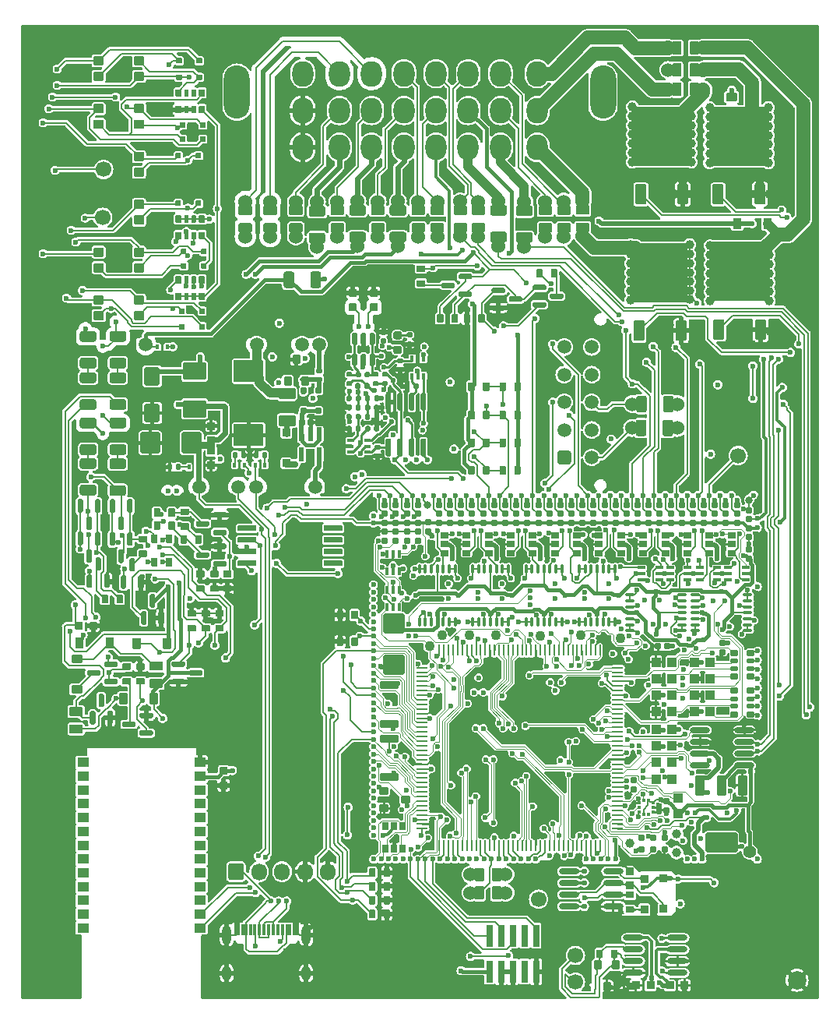
<source format=gtl>
G75*
G70*
%OFA0B0*%
%FSLAX25Y25*%
%IPPOS*%
%LPD*%
%AMOC8*
5,1,8,0,0,1.08239X$1,22.5*
%
%AMM133*
21,1,0.035430,0.030320,-0.000000,-0.000000,270.000000*
21,1,0.028350,0.037400,-0.000000,-0.000000,270.000000*
1,1,0.007090,-0.015160,-0.014170*
1,1,0.007090,-0.015160,0.014170*
1,1,0.007090,0.015160,0.014170*
1,1,0.007090,0.015160,-0.014170*
%
%AMM166*
21,1,0.074800,0.083460,0.000000,-0.000000,270.000000*
21,1,0.059840,0.098430,0.000000,-0.000000,270.000000*
1,1,0.014960,-0.041730,-0.029920*
1,1,0.014960,-0.041730,0.029920*
1,1,0.014960,0.041730,0.029920*
1,1,0.014960,0.041730,-0.029920*
%
%AMM167*
21,1,0.086610,0.073230,0.000000,-0.000000,180.000000*
21,1,0.069290,0.090550,0.000000,-0.000000,180.000000*
1,1,0.017320,-0.034650,0.036610*
1,1,0.017320,0.034650,0.036610*
1,1,0.017320,0.034650,-0.036610*
1,1,0.017320,-0.034650,-0.036610*
%
%AMM168*
21,1,0.078740,0.053540,0.000000,-0.000000,90.000000*
21,1,0.065350,0.066930,0.000000,-0.000000,90.000000*
1,1,0.013390,0.026770,0.032680*
1,1,0.013390,0.026770,-0.032680*
1,1,0.013390,-0.026770,-0.032680*
1,1,0.013390,-0.026770,0.032680*
%
%AMM169*
21,1,0.035430,0.030320,0.000000,-0.000000,0.000000*
21,1,0.028350,0.037400,0.000000,-0.000000,0.000000*
1,1,0.007090,0.014170,-0.015160*
1,1,0.007090,-0.014170,-0.015160*
1,1,0.007090,-0.014170,0.015160*
1,1,0.007090,0.014170,0.015160*
%
%AMM170*
21,1,0.021650,0.052760,0.000000,-0.000000,180.000000*
21,1,0.017320,0.057090,0.000000,-0.000000,180.000000*
1,1,0.004330,-0.008660,0.026380*
1,1,0.004330,0.008660,0.026380*
1,1,0.004330,0.008660,-0.026380*
1,1,0.004330,-0.008660,-0.026380*
%
%AMM171*
21,1,0.035830,0.026770,0.000000,-0.000000,270.000000*
21,1,0.029130,0.033470,0.000000,-0.000000,270.000000*
1,1,0.006690,-0.013390,-0.014570*
1,1,0.006690,-0.013390,0.014570*
1,1,0.006690,0.013390,0.014570*
1,1,0.006690,0.013390,-0.014570*
%
%AMM172*
21,1,0.094490,0.111020,0.000000,-0.000000,270.000000*
21,1,0.075590,0.129920,0.000000,-0.000000,270.000000*
1,1,0.018900,-0.055510,-0.037800*
1,1,0.018900,-0.055510,0.037800*
1,1,0.018900,0.055510,0.037800*
1,1,0.018900,0.055510,-0.037800*
%
%AMM173*
21,1,0.070870,0.036220,0.000000,-0.000000,0.000000*
21,1,0.061810,0.045280,0.000000,-0.000000,0.000000*
1,1,0.009060,0.030910,-0.018110*
1,1,0.009060,-0.030910,-0.018110*
1,1,0.009060,-0.030910,0.018110*
1,1,0.009060,0.030910,0.018110*
%
%AMM174*
21,1,0.033470,0.026770,0.000000,-0.000000,270.000000*
21,1,0.026770,0.033470,0.000000,-0.000000,270.000000*
1,1,0.006690,-0.013390,-0.013390*
1,1,0.006690,-0.013390,0.013390*
1,1,0.006690,0.013390,0.013390*
1,1,0.006690,0.013390,-0.013390*
%
%AMM175*
21,1,0.015750,0.016540,0.000000,-0.000000,180.000000*
21,1,0.012600,0.019680,0.000000,-0.000000,180.000000*
1,1,0.003150,-0.006300,0.008270*
1,1,0.003150,0.006300,0.008270*
1,1,0.003150,0.006300,-0.008270*
1,1,0.003150,-0.006300,-0.008270*
%
%AMM176*
21,1,0.023620,0.018900,0.000000,-0.000000,0.000000*
21,1,0.018900,0.023620,0.000000,-0.000000,0.000000*
1,1,0.004720,0.009450,-0.009450*
1,1,0.004720,-0.009450,-0.009450*
1,1,0.004720,-0.009450,0.009450*
1,1,0.004720,0.009450,0.009450*
%
%AMM177*
21,1,0.019680,0.019680,0.000000,-0.000000,270.000000*
21,1,0.015750,0.023620,0.000000,-0.000000,270.000000*
1,1,0.003940,-0.009840,-0.007870*
1,1,0.003940,-0.009840,0.007870*
1,1,0.003940,0.009840,0.007870*
1,1,0.003940,0.009840,-0.007870*
%
%AMM178*
21,1,0.019680,0.019680,0.000000,-0.000000,180.000000*
21,1,0.015750,0.023620,0.000000,-0.000000,180.000000*
1,1,0.003940,-0.007870,0.009840*
1,1,0.003940,0.007870,0.009840*
1,1,0.003940,0.007870,-0.009840*
1,1,0.003940,-0.007870,-0.009840*
%
%AMM254*
21,1,0.043310,0.075980,-0.000000,-0.000000,180.000000*
21,1,0.034650,0.084650,-0.000000,-0.000000,180.000000*
1,1,0.008660,-0.017320,0.037990*
1,1,0.008660,0.017320,0.037990*
1,1,0.008660,0.017320,-0.037990*
1,1,0.008660,-0.017320,-0.037990*
%
%AMM255*
21,1,0.043310,0.075990,-0.000000,-0.000000,180.000000*
21,1,0.034650,0.084650,-0.000000,-0.000000,180.000000*
1,1,0.008660,-0.017320,0.037990*
1,1,0.008660,0.017320,0.037990*
1,1,0.008660,0.017320,-0.037990*
1,1,0.008660,-0.017320,-0.037990*
%
%AMM256*
21,1,0.137800,0.067720,-0.000000,-0.000000,180.000000*
21,1,0.120870,0.084650,-0.000000,-0.000000,180.000000*
1,1,0.016930,-0.060430,0.033860*
1,1,0.016930,0.060430,0.033860*
1,1,0.016930,0.060430,-0.033860*
1,1,0.016930,-0.060430,-0.033860*
%
%AMM257*
21,1,0.039370,0.035430,-0.000000,-0.000000,180.000000*
21,1,0.031500,0.043310,-0.000000,-0.000000,180.000000*
1,1,0.007870,-0.015750,0.017720*
1,1,0.007870,0.015750,0.017720*
1,1,0.007870,0.015750,-0.017720*
1,1,0.007870,-0.015750,-0.017720*
%
%AMM258*
21,1,0.023620,0.030710,-0.000000,-0.000000,0.000000*
21,1,0.018900,0.035430,-0.000000,-0.000000,0.000000*
1,1,0.004720,0.009450,-0.015350*
1,1,0.004720,-0.009450,-0.015350*
1,1,0.004720,-0.009450,0.015350*
1,1,0.004720,0.009450,0.015350*
%
%AMM259*
21,1,0.027560,0.018900,-0.000000,-0.000000,0.000000*
21,1,0.022840,0.023620,-0.000000,-0.000000,0.000000*
1,1,0.004720,0.011420,-0.009450*
1,1,0.004720,-0.011420,-0.009450*
1,1,0.004720,-0.011420,0.009450*
1,1,0.004720,0.011420,0.009450*
%
%AMM260*
21,1,0.023620,0.030710,-0.000000,-0.000000,90.000000*
21,1,0.018900,0.035430,-0.000000,-0.000000,90.000000*
1,1,0.004720,0.015350,0.009450*
1,1,0.004720,0.015350,-0.009450*
1,1,0.004720,-0.015350,-0.009450*
1,1,0.004720,-0.015350,0.009450*
%
%AMM261*
21,1,0.086610,0.073230,-0.000000,-0.000000,270.000000*
21,1,0.069290,0.090550,-0.000000,-0.000000,270.000000*
1,1,0.017320,-0.036610,-0.034650*
1,1,0.017320,-0.036610,0.034650*
1,1,0.017320,0.036610,0.034650*
1,1,0.017320,0.036610,-0.034650*
%
%AMM262*
21,1,0.025590,0.026380,-0.000000,-0.000000,270.000000*
21,1,0.020470,0.031500,-0.000000,-0.000000,270.000000*
1,1,0.005120,-0.013190,-0.010240*
1,1,0.005120,-0.013190,0.010240*
1,1,0.005120,0.013190,0.010240*
1,1,0.005120,0.013190,-0.010240*
%
%AMM263*
21,1,0.017720,0.027950,-0.000000,-0.000000,270.000000*
21,1,0.014170,0.031500,-0.000000,-0.000000,270.000000*
1,1,0.003540,-0.013980,-0.007090*
1,1,0.003540,-0.013980,0.007090*
1,1,0.003540,0.013980,0.007090*
1,1,0.003540,0.013980,-0.007090*
%
%AMM264*
21,1,0.031500,0.072440,-0.000000,-0.000000,270.000000*
21,1,0.025200,0.078740,-0.000000,-0.000000,270.000000*
1,1,0.006300,-0.036220,-0.012600*
1,1,0.006300,-0.036220,0.012600*
1,1,0.006300,0.036220,0.012600*
1,1,0.006300,0.036220,-0.012600*
%
%AMM265*
21,1,0.012600,0.028980,-0.000000,-0.000000,270.000000*
21,1,0.010080,0.031500,-0.000000,-0.000000,270.000000*
1,1,0.002520,-0.014490,-0.005040*
1,1,0.002520,-0.014490,0.005040*
1,1,0.002520,0.014490,0.005040*
1,1,0.002520,0.014490,-0.005040*
%
%AMM266*
21,1,0.012600,0.028980,-0.000000,-0.000000,0.000000*
21,1,0.010080,0.031500,-0.000000,-0.000000,0.000000*
1,1,0.002520,0.005040,-0.014490*
1,1,0.002520,-0.005040,-0.014490*
1,1,0.002520,-0.005040,0.014490*
1,1,0.002520,0.005040,0.014490*
%
%AMM267*
21,1,0.039370,0.035430,-0.000000,-0.000000,90.000000*
21,1,0.031500,0.043310,-0.000000,-0.000000,90.000000*
1,1,0.007870,0.017720,0.015750*
1,1,0.007870,0.017720,-0.015750*
1,1,0.007870,-0.017720,-0.015750*
1,1,0.007870,-0.017720,0.015750*
%
%AMM268*
21,1,0.027560,0.018900,-0.000000,-0.000000,270.000000*
21,1,0.022840,0.023620,-0.000000,-0.000000,270.000000*
1,1,0.004720,-0.009450,-0.011420*
1,1,0.004720,-0.009450,0.011420*
1,1,0.004720,0.009450,0.011420*
1,1,0.004720,0.009450,-0.011420*
%
%AMM310*
21,1,0.027560,0.030710,0.000000,-0.000000,270.000000*
21,1,0.022050,0.036220,0.000000,-0.000000,270.000000*
1,1,0.005510,-0.015350,-0.011020*
1,1,0.005510,-0.015350,0.011020*
1,1,0.005510,0.015350,0.011020*
1,1,0.005510,0.015350,-0.011020*
%
%AMM311*
21,1,0.039370,0.007870,0.000000,-0.000000,315.000000*
1,1,0.007870,-0.013920,0.013920*
1,1,0.007870,0.013920,-0.013920*
%
%AMM68*
21,1,0.035430,0.030320,0.000000,0.000000,180.000000*
21,1,0.028350,0.037400,0.000000,0.000000,180.000000*
1,1,0.007090,-0.014170,0.015160*
1,1,0.007090,0.014170,0.015160*
1,1,0.007090,0.014170,-0.015160*
1,1,0.007090,-0.014170,-0.015160*
%
%AMM9*
21,1,0.033470,0.026770,0.000000,0.000000,0.000000*
21,1,0.026770,0.033470,0.000000,0.000000,0.000000*
1,1,0.006690,0.013390,-0.013390*
1,1,0.006690,-0.013390,-0.013390*
1,1,0.006690,-0.013390,0.013390*
1,1,0.006690,0.013390,0.013390*
%
%AMM91*
21,1,0.027560,0.030710,0.000000,0.000000,180.000000*
21,1,0.022050,0.036220,0.000000,0.000000,180.000000*
1,1,0.005510,-0.011020,0.015350*
1,1,0.005510,0.011020,0.015350*
1,1,0.005510,0.011020,-0.015350*
1,1,0.005510,-0.011020,-0.015350*
%
%ADD10C,0.06000*%
%ADD11O,0.06693X0.07283*%
%ADD110C,0.02756*%
%ADD12R,0.01181X0.04528*%
%ADD13O,0.03937X0.08268*%
%ADD139O,0.00866X0.05118*%
%ADD14O,0.03937X0.06299*%
%ADD140O,0.05118X0.00866*%
%ADD15C,0.06693*%
%ADD152O,0.01181X0.04331*%
%ADD153O,0.04331X0.01181*%
%ADD155O,0.08661X0.02362*%
%ADD157R,0.01476X0.01378*%
%ADD158R,0.01378X0.01476*%
%ADD16C,0.05906*%
%ADD161C,0.03100*%
%ADD162C,0.00492*%
%ADD163C,0.03900*%
%ADD164C,0.04331*%
%ADD165C,0.05512*%
%ADD17O,0.00787X0.22323*%
%ADD18O,0.43701X0.00787*%
%ADD19O,0.38583X0.01575*%
%ADD194M68*%
%ADD20O,0.01969X0.00984*%
%ADD21O,0.00787X0.26772*%
%ADD22O,0.00984X0.01969*%
%ADD227R,0.02559X0.01575*%
%ADD23C,0.02362*%
%ADD233R,0.01575X0.02559*%
%ADD237O,0.00984X0.01968*%
%ADD24O,0.12992X0.00787*%
%ADD248M91*%
%ADD249O,0.01968X0.00984*%
%ADD25O,0.40157X0.00787*%
%ADD26O,0.01181X0.00787*%
%ADD267O,0.40158X0.00787*%
%ADD27O,0.00787X0.66929*%
%ADD28O,0.00787X0.60630*%
%ADD29O,0.18898X0.00787*%
%ADD296M133*%
%ADD30O,0.10236X0.00787*%
%ADD31O,0.03937X0.00787*%
%ADD32O,0.05906X0.00787*%
%ADD329M166*%
%ADD33R,0.24350X0.00984*%
%ADD330M167*%
%ADD331M168*%
%ADD332M169*%
%ADD333M170*%
%ADD334M171*%
%ADD335M172*%
%ADD336M173*%
%ADD337M174*%
%ADD338M175*%
%ADD339M176*%
%ADD34R,0.04390X0.00984*%
%ADD340M177*%
%ADD341M178*%
%ADD35R,0.00984X0.56201*%
%ADD36R,0.00984X0.59449*%
%ADD37R,0.20374X0.00984*%
%ADD38R,0.22835X0.25197*%
%ADD39R,0.05118X0.03937*%
%ADD40C,0.07874*%
%ADD41O,0.33071X0.00787*%
%ADD42O,0.00787X0.20669*%
%ADD43O,0.02756X0.00787*%
%ADD437M254*%
%ADD438M255*%
%ADD439M256*%
%ADD44O,0.28543X0.00787*%
%ADD440M257*%
%ADD441M258*%
%ADD442M259*%
%ADD443M260*%
%ADD444M261*%
%ADD445M262*%
%ADD446M263*%
%ADD447M264*%
%ADD448M265*%
%ADD449M266*%
%ADD45O,0.03937X0.01969*%
%ADD450M267*%
%ADD451M268*%
%ADD46R,0.00787X0.09055*%
%ADD47R,0.00787X0.42126*%
%ADD48R,0.00787X0.08268*%
%ADD489O,0.03937X0.01968*%
%ADD49R,0.00787X0.23622*%
%ADD496M310*%
%ADD497M311*%
%ADD50R,0.00787X0.21260*%
%ADD51R,0.05512X0.00787*%
%ADD52R,0.19685X0.00787*%
%ADD53R,0.26772X0.00787*%
%ADD54R,0.17717X0.00787*%
%ADD55R,0.00787X0.06299*%
%ADD56R,0.00787X0.22441*%
%ADD57R,0.00787X0.07874*%
%ADD58O,0.11024X0.22835*%
%ADD59O,0.09055X0.11024*%
%ADD60R,0.02913X0.09449*%
%ADD61C,0.03937*%
%ADD62C,0.17717*%
%ADD63C,0.01575*%
%ADD64C,0.00787*%
%ADD65C,0.01181*%
%ADD66C,0.00800*%
%ADD67C,0.01969*%
%ADD68C,0.01000*%
%ADD75C,0.00984*%
%ADD83C,0.03150*%
%ADD87C,0.01968*%
%ADD96M9*%
X0000000Y0000000D02*
%LPD*%
G01*
D10*
X0196206Y0326364D03*
G36*
G01*
X0198667Y0328156D02*
X0193746Y0328156D01*
G75*
G02*
X0193352Y0328550I0000000J0000394D01*
G01*
X0193352Y0331699D01*
G75*
G02*
X0193746Y0332093I0000394J0000000D01*
G01*
X0198667Y0332093D01*
G75*
G02*
X0199061Y0331699I0000000J-000394D01*
G01*
X0199061Y0328550D01*
G75*
G02*
X0198667Y0328156I-000394J0000000D01*
G01*
G37*
G36*
G01*
X0198667Y0335636D02*
X0193746Y0335636D01*
G75*
G02*
X0193352Y0336030I0000000J0000394D01*
G01*
X0193352Y0339180D01*
G75*
G02*
X0193746Y0339573I0000394J0000000D01*
G01*
X0198667Y0339573D01*
G75*
G02*
X0199061Y0339180I0000000J-000394D01*
G01*
X0199061Y0336030D01*
G75*
G02*
X0198667Y0335636I-000394J0000000D01*
G01*
G37*
X0196206Y0341364D03*
G36*
G01*
X0068937Y0210039D02*
X0072008Y0210039D01*
G75*
G02*
X0072283Y0209764I0000000J-000276D01*
G01*
X0072283Y0207559D01*
G75*
G02*
X0072008Y0207283I-000276J0000000D01*
G01*
X0068937Y0207283D01*
G75*
G02*
X0068661Y0207559I0000000J0000276D01*
G01*
X0068661Y0209764D01*
G75*
G02*
X0068937Y0210039I0000276J0000000D01*
G01*
G37*
G36*
G01*
X0068937Y0203740D02*
X0072008Y0203740D01*
G75*
G02*
X0072283Y0203465I0000000J-000276D01*
G01*
X0072283Y0201260D01*
G75*
G02*
X0072008Y0200984I-000276J0000000D01*
G01*
X0068937Y0200984D01*
G75*
G02*
X0068661Y0201260I0000000J0000276D01*
G01*
X0068661Y0203465D01*
G75*
G02*
X0068937Y0203740I0000276J0000000D01*
G01*
G37*
G36*
G01*
X0066535Y0299469D02*
X0066535Y0302106D01*
G75*
G02*
X0066791Y0302362I0000256J0000000D01*
G01*
X0068839Y0302362D01*
G75*
G02*
X0069094Y0302106I0000000J-000256D01*
G01*
X0069094Y0299469D01*
G75*
G02*
X0068839Y0299213I-000256J0000000D01*
G01*
X0066791Y0299213D01*
G75*
G02*
X0066535Y0299469I0000000J0000256D01*
G01*
G37*
G36*
G01*
X0070374Y0299390D02*
X0070374Y0302185D01*
G75*
G02*
X0070551Y0302362I0000177J0000000D01*
G01*
X0071969Y0302362D01*
G75*
G02*
X0072146Y0302185I0000000J-000177D01*
G01*
X0072146Y0299390D01*
G75*
G02*
X0071969Y0299213I-000177J0000000D01*
G01*
X0070551Y0299213D01*
G75*
G02*
X0070374Y0299390I0000000J0000177D01*
G01*
G37*
G36*
G01*
X0073524Y0299390D02*
X0073524Y0302185D01*
G75*
G02*
X0073701Y0302362I0000177J0000000D01*
G01*
X0075118Y0302362D01*
G75*
G02*
X0075295Y0302185I0000000J-000177D01*
G01*
X0075295Y0299390D01*
G75*
G02*
X0075118Y0299213I-000177J0000000D01*
G01*
X0073701Y0299213D01*
G75*
G02*
X0073524Y0299390I0000000J0000177D01*
G01*
G37*
G36*
G01*
X0076575Y0299469D02*
X0076575Y0302106D01*
G75*
G02*
X0076831Y0302362I0000256J0000000D01*
G01*
X0078878Y0302362D01*
G75*
G02*
X0079134Y0302106I0000000J-000256D01*
G01*
X0079134Y0299469D01*
G75*
G02*
X0078878Y0299213I-000256J0000000D01*
G01*
X0076831Y0299213D01*
G75*
G02*
X0076575Y0299469I0000000J0000256D01*
G01*
G37*
G36*
G01*
X0076575Y0306555D02*
X0076575Y0309193D01*
G75*
G02*
X0076831Y0309449I0000256J0000000D01*
G01*
X0078878Y0309449D01*
G75*
G02*
X0079134Y0309193I0000000J-000256D01*
G01*
X0079134Y0306555D01*
G75*
G02*
X0078878Y0306299I-000256J0000000D01*
G01*
X0076831Y0306299D01*
G75*
G02*
X0076575Y0306555I0000000J0000256D01*
G01*
G37*
G36*
G01*
X0073524Y0306476D02*
X0073524Y0309272D01*
G75*
G02*
X0073701Y0309449I0000177J0000000D01*
G01*
X0075118Y0309449D01*
G75*
G02*
X0075295Y0309272I0000000J-000177D01*
G01*
X0075295Y0306476D01*
G75*
G02*
X0075118Y0306299I-000177J0000000D01*
G01*
X0073701Y0306299D01*
G75*
G02*
X0073524Y0306476I0000000J0000177D01*
G01*
G37*
G36*
G01*
X0070374Y0306476D02*
X0070374Y0309272D01*
G75*
G02*
X0070551Y0309449I0000177J0000000D01*
G01*
X0071969Y0309449D01*
G75*
G02*
X0072146Y0309272I0000000J-000177D01*
G01*
X0072146Y0306476D01*
G75*
G02*
X0071969Y0306299I-000177J0000000D01*
G01*
X0070551Y0306299D01*
G75*
G02*
X0070374Y0306476I0000000J0000177D01*
G01*
G37*
G36*
G01*
X0066535Y0306555D02*
X0066535Y0309193D01*
G75*
G02*
X0066791Y0309449I0000256J0000000D01*
G01*
X0068839Y0309449D01*
G75*
G02*
X0069094Y0309193I0000000J-000256D01*
G01*
X0069094Y0306555D01*
G75*
G02*
X0068839Y0306299I-000256J0000000D01*
G01*
X0066791Y0306299D01*
G75*
G02*
X0066535Y0306555I0000000J0000256D01*
G01*
G37*
G36*
G01*
X0199016Y0292874D02*
X0199016Y0289803D01*
G75*
G02*
X0198740Y0289528I-000276J0000000D01*
G01*
X0196535Y0289528D01*
G75*
G02*
X0196260Y0289803I0000000J0000276D01*
G01*
X0196260Y0292874D01*
G75*
G02*
X0196535Y0293150I0000276J0000000D01*
G01*
X0198740Y0293150D01*
G75*
G02*
X0199016Y0292874I0000000J-000276D01*
G01*
G37*
G36*
G01*
X0192717Y0292874D02*
X0192717Y0289803D01*
G75*
G02*
X0192441Y0289528I-000276J0000000D01*
G01*
X0190236Y0289528D01*
G75*
G02*
X0189961Y0289803I0000000J0000276D01*
G01*
X0189961Y0292874D01*
G75*
G02*
X0190236Y0293150I0000276J0000000D01*
G01*
X0192441Y0293150D01*
G75*
G02*
X0192717Y0292874I0000000J-000276D01*
G01*
G37*
G36*
G01*
X0205315Y0260669D02*
X0205315Y0263740D01*
G75*
G02*
X0205591Y0264016I0000276J0000000D01*
G01*
X0207795Y0264016D01*
G75*
G02*
X0208071Y0263740I0000000J-000276D01*
G01*
X0208071Y0260669D01*
G75*
G02*
X0207795Y0260394I-000276J0000000D01*
G01*
X0205591Y0260394D01*
G75*
G02*
X0205315Y0260669I0000000J0000276D01*
G01*
G37*
G36*
G01*
X0211614Y0260669D02*
X0211614Y0263740D01*
G75*
G02*
X0211890Y0264016I0000276J0000000D01*
G01*
X0214094Y0264016D01*
G75*
G02*
X0214370Y0263740I0000000J-000276D01*
G01*
X0214370Y0260669D01*
G75*
G02*
X0214094Y0260394I-000276J0000000D01*
G01*
X0211890Y0260394D01*
G75*
G02*
X0211614Y0260669I0000000J0000276D01*
G01*
G37*
G36*
G01*
X0088583Y0090020D02*
X0085906Y0090020D01*
G75*
G02*
X0085571Y0090354I0000000J0000335D01*
G01*
X0085571Y0093031D01*
G75*
G02*
X0085906Y0093366I0000335J0000000D01*
G01*
X0088583Y0093366D01*
G75*
G02*
X0088917Y0093031I0000000J-000335D01*
G01*
X0088917Y0090354D01*
G75*
G02*
X0088583Y0090020I-000335J0000000D01*
G01*
G37*
G36*
G01*
X0088583Y0096240D02*
X0085906Y0096240D01*
G75*
G02*
X0085571Y0096575I0000000J0000335D01*
G01*
X0085571Y0099252D01*
G75*
G02*
X0085906Y0099587I0000335J0000000D01*
G01*
X0088583Y0099587D01*
G75*
G02*
X0088917Y0099252I0000000J-000335D01*
G01*
X0088917Y0096575D01*
G75*
G02*
X0088583Y0096240I-000335J0000000D01*
G01*
G37*
X0188514Y0326449D03*
G36*
G01*
X0190975Y0328240D02*
X0186053Y0328240D01*
G75*
G02*
X0185660Y0328634I0000000J0000394D01*
G01*
X0185660Y0331784D01*
G75*
G02*
X0186053Y0332177I0000394J0000000D01*
G01*
X0190975Y0332177D01*
G75*
G02*
X0191368Y0331784I0000000J-000394D01*
G01*
X0191368Y0328634D01*
G75*
G02*
X0190975Y0328240I-000394J0000000D01*
G01*
G37*
G36*
G01*
X0190975Y0335721D02*
X0186053Y0335721D01*
G75*
G02*
X0185660Y0336114I0000000J0000394D01*
G01*
X0185660Y0339264D01*
G75*
G02*
X0186053Y0339658I0000394J0000000D01*
G01*
X0190975Y0339658D01*
G75*
G02*
X0191368Y0339264I0000000J-000394D01*
G01*
X0191368Y0336114D01*
G75*
G02*
X0190975Y0335721I-000394J0000000D01*
G01*
G37*
X0188514Y0341449D03*
G36*
G01*
X0032677Y0236594D02*
X0032677Y0233878D01*
G75*
G02*
X0031772Y0232972I-000906J0000000D01*
G01*
X0026496Y0232972D01*
G75*
G02*
X0025591Y0233878I0000000J0000906D01*
G01*
X0025591Y0236594D01*
G75*
G02*
X0026496Y0237500I0000906J0000000D01*
G01*
X0031772Y0237500D01*
G75*
G02*
X0032677Y0236594I0000000J-000906D01*
G01*
G37*
G36*
G01*
X0032677Y0248012D02*
X0032677Y0245295D01*
G75*
G02*
X0031772Y0244390I-000906J0000000D01*
G01*
X0026496Y0244390D01*
G75*
G02*
X0025591Y0245295I0000000J0000906D01*
G01*
X0025591Y0248012D01*
G75*
G02*
X0026496Y0248917I0000906J0000000D01*
G01*
X0031772Y0248917D01*
G75*
G02*
X0032677Y0248012I0000000J-000906D01*
G01*
G37*
X0262008Y0244488D03*
G36*
G01*
X0267303Y0240945D02*
X0264587Y0240945D01*
G75*
G02*
X0263681Y0241850I0000000J0000906D01*
G01*
X0263681Y0247126D01*
G75*
G02*
X0264587Y0248031I0000906J0000000D01*
G01*
X0267303Y0248031D01*
G75*
G02*
X0268209Y0247126I0000000J-000906D01*
G01*
X0268209Y0241850D01*
G75*
G02*
X0267303Y0240945I-000906J0000000D01*
G01*
G37*
G36*
G01*
X0278721Y0240945D02*
X0276004Y0240945D01*
G75*
G02*
X0275098Y0241850I0000000J0000906D01*
G01*
X0275098Y0247126D01*
G75*
G02*
X0276004Y0248031I0000906J0000000D01*
G01*
X0278721Y0248031D01*
G75*
G02*
X0279626Y0247126I0000000J-000906D01*
G01*
X0279626Y0241850D01*
G75*
G02*
X0278721Y0240945I-000906J0000000D01*
G01*
G37*
X0281299Y0244488D03*
G36*
G01*
X0056949Y0114606D02*
X0056949Y0113425D01*
G75*
G02*
X0056358Y0112835I-000591J0000000D01*
G01*
X0051732Y0112835D01*
G75*
G02*
X0051142Y0113425I0000000J0000591D01*
G01*
X0051142Y0114606D01*
G75*
G02*
X0051732Y0115197I0000591J0000000D01*
G01*
X0056358Y0115197D01*
G75*
G02*
X0056949Y0114606I0000000J-000591D01*
G01*
G37*
G36*
G01*
X0049567Y0118346D02*
X0049567Y0117165D01*
G75*
G02*
X0048976Y0116575I-000591J0000000D01*
G01*
X0044350Y0116575D01*
G75*
G02*
X0043760Y0117165I0000000J0000591D01*
G01*
X0043760Y0118346D01*
G75*
G02*
X0044350Y0118937I0000591J0000000D01*
G01*
X0048976Y0118937D01*
G75*
G02*
X0049567Y0118346I0000000J-000591D01*
G01*
G37*
G36*
G01*
X0056949Y0122087D02*
X0056949Y0120906D01*
G75*
G02*
X0056358Y0120315I-000591J0000000D01*
G01*
X0051732Y0120315D01*
G75*
G02*
X0051142Y0120906I0000000J0000591D01*
G01*
X0051142Y0122087D01*
G75*
G02*
X0051732Y0122677I0000591J0000000D01*
G01*
X0056358Y0122677D01*
G75*
G02*
X0056949Y0122087I0000000J-000591D01*
G01*
G37*
X0144488Y0341535D03*
G36*
G01*
X0140945Y0336240D02*
X0140945Y0338957D01*
G75*
G02*
X0141850Y0339862I0000906J0000000D01*
G01*
X0147126Y0339862D01*
G75*
G02*
X0148031Y0338957I0000000J-000906D01*
G01*
X0148031Y0336240D01*
G75*
G02*
X0147126Y0335335I-000906J0000000D01*
G01*
X0141850Y0335335D01*
G75*
G02*
X0140945Y0336240I0000000J0000906D01*
G01*
G37*
G36*
G01*
X0140945Y0324823D02*
X0140945Y0327539D01*
G75*
G02*
X0141850Y0328445I0000906J0000000D01*
G01*
X0147126Y0328445D01*
G75*
G02*
X0148031Y0327539I0000000J-000906D01*
G01*
X0148031Y0324823D01*
G75*
G02*
X0147126Y0323917I-000906J0000000D01*
G01*
X0141850Y0323917D01*
G75*
G02*
X0140945Y0324823I0000000J0000906D01*
G01*
G37*
X0144488Y0322244D03*
G36*
G01*
X0193602Y0302362D02*
X0193602Y0301181D01*
G75*
G02*
X0193012Y0300591I-000591J0000000D01*
G01*
X0188386Y0300591D01*
G75*
G02*
X0187795Y0301181I0000000J0000591D01*
G01*
X0187795Y0302362D01*
G75*
G02*
X0188386Y0302953I0000591J0000000D01*
G01*
X0193012Y0302953D01*
G75*
G02*
X0193602Y0302362I0000000J-000591D01*
G01*
G37*
G36*
G01*
X0186220Y0306102D02*
X0186220Y0304921D01*
G75*
G02*
X0185630Y0304331I-000591J0000000D01*
G01*
X0181004Y0304331D01*
G75*
G02*
X0180413Y0304921I0000000J0000591D01*
G01*
X0180413Y0306102D01*
G75*
G02*
X0181004Y0306693I0000591J0000000D01*
G01*
X0185630Y0306693D01*
G75*
G02*
X0186220Y0306102I0000000J-000591D01*
G01*
G37*
G36*
G01*
X0193602Y0309843D02*
X0193602Y0308661D01*
G75*
G02*
X0193012Y0308071I-000591J0000000D01*
G01*
X0188386Y0308071D01*
G75*
G02*
X0187795Y0308661I0000000J0000591D01*
G01*
X0187795Y0309843D01*
G75*
G02*
X0188386Y0310433I0000591J0000000D01*
G01*
X0193012Y0310433D01*
G75*
G02*
X0193602Y0309843I0000000J-000591D01*
G01*
G37*
G36*
G01*
X0069140Y0314961D02*
X0071030Y0314961D01*
G75*
G02*
X0071266Y0314724I0000000J-000236D01*
G01*
X0071266Y0312835D01*
G75*
G02*
X0071030Y0312598I-000236J0000000D01*
G01*
X0069140Y0312598D01*
G75*
G02*
X0068904Y0312835I0000000J0000236D01*
G01*
X0068904Y0314724D01*
G75*
G02*
X0069140Y0314961I0000236J0000000D01*
G01*
G37*
G36*
G01*
X0077801Y0314961D02*
X0079691Y0314961D01*
G75*
G02*
X0079927Y0314724I0000000J-000236D01*
G01*
X0079927Y0312835D01*
G75*
G02*
X0079691Y0312598I-000236J0000000D01*
G01*
X0077801Y0312598D01*
G75*
G02*
X0077565Y0312835I0000000J0000236D01*
G01*
X0077565Y0314724D01*
G75*
G02*
X0077801Y0314961I0000236J0000000D01*
G01*
G37*
G36*
G01*
X0052756Y0331496D02*
X0049213Y0331496D01*
G75*
G02*
X0048819Y0331890I0000000J0000394D01*
G01*
X0048819Y0335039D01*
G75*
G02*
X0049213Y0335433I0000394J0000000D01*
G01*
X0052756Y0335433D01*
G75*
G02*
X0053150Y0335039I0000000J-000394D01*
G01*
X0053150Y0331890D01*
G75*
G02*
X0052756Y0331496I-000394J0000000D01*
G01*
G37*
G36*
G01*
X0052756Y0338189D02*
X0049213Y0338189D01*
G75*
G02*
X0048819Y0338583I0000000J0000394D01*
G01*
X0048819Y0341732D01*
G75*
G02*
X0049213Y0342126I0000394J0000000D01*
G01*
X0052756Y0342126D01*
G75*
G02*
X0053150Y0341732I0000000J-000394D01*
G01*
X0053150Y0338583D01*
G75*
G02*
X0052756Y0338189I-000394J0000000D01*
G01*
G37*
G36*
G01*
X0149409Y0052795D02*
X0149409Y0055866D01*
G75*
G02*
X0149685Y0056142I0000276J0000000D01*
G01*
X0151890Y0056142D01*
G75*
G02*
X0152165Y0055866I0000000J-000276D01*
G01*
X0152165Y0052795D01*
G75*
G02*
X0151890Y0052520I-000276J0000000D01*
G01*
X0149685Y0052520D01*
G75*
G02*
X0149409Y0052795I0000000J0000276D01*
G01*
G37*
G36*
G01*
X0155709Y0052795D02*
X0155709Y0055866D01*
G75*
G02*
X0155984Y0056142I0000276J0000000D01*
G01*
X0158189Y0056142D01*
G75*
G02*
X0158465Y0055866I0000000J-000276D01*
G01*
X0158465Y0052795D01*
G75*
G02*
X0158189Y0052520I-000276J0000000D01*
G01*
X0155984Y0052520D01*
G75*
G02*
X0155709Y0052795I0000000J0000276D01*
G01*
G37*
G36*
G01*
X0067159Y0402805D02*
X0069049Y0402805D01*
G75*
G02*
X0069285Y0402569I0000000J-000236D01*
G01*
X0069285Y0400679D01*
G75*
G02*
X0069049Y0400443I-000236J0000000D01*
G01*
X0067159Y0400443D01*
G75*
G02*
X0066923Y0400679I0000000J0000236D01*
G01*
X0066923Y0402569D01*
G75*
G02*
X0067159Y0402805I0000236J0000000D01*
G01*
G37*
G36*
G01*
X0075821Y0402805D02*
X0077711Y0402805D01*
G75*
G02*
X0077947Y0402569I0000000J-000236D01*
G01*
X0077947Y0400679D01*
G75*
G02*
X0077711Y0400443I-000236J0000000D01*
G01*
X0075821Y0400443D01*
G75*
G02*
X0075585Y0400679I0000000J0000236D01*
G01*
X0075585Y0402569D01*
G75*
G02*
X0075821Y0402805I0000236J0000000D01*
G01*
G37*
G36*
G01*
X0089173Y0052067D02*
X0089173Y0057382D01*
G75*
G02*
X0090157Y0058366I0000984J0000000D01*
G01*
X0094882Y0058366D01*
G75*
G02*
X0095866Y0057382I0000000J-000984D01*
G01*
X0095866Y0052067D01*
G75*
G02*
X0094882Y0051083I-000984J0000000D01*
G01*
X0090157Y0051083D01*
G75*
G02*
X0089173Y0052067I0000000J0000984D01*
G01*
G37*
D11*
X0102362Y0054724D03*
X0112205Y0054724D03*
X0122047Y0054724D03*
X0131890Y0054724D03*
D12*
X0092323Y0029862D03*
X0095472Y0029862D03*
X0100591Y0029862D03*
X0104528Y0029862D03*
X0106496Y0029862D03*
X0110433Y0029862D03*
X0115551Y0029862D03*
X0118701Y0029862D03*
X0117520Y0029862D03*
X0114370Y0029862D03*
X0112402Y0029862D03*
X0108465Y0029862D03*
X0102559Y0029862D03*
X0098622Y0029862D03*
X0096654Y0029862D03*
X0093504Y0029862D03*
D13*
X0088504Y0027638D03*
D14*
X0088504Y0011181D03*
D13*
X0122520Y0027638D03*
D14*
X0122520Y0011181D03*
G36*
G01*
X0041880Y0136614D02*
X0041880Y0135433D01*
G75*
G02*
X0041289Y0134843I-000591J0000000D01*
G01*
X0036663Y0134843D01*
G75*
G02*
X0036073Y0135433I0000000J0000591D01*
G01*
X0036073Y0136614D01*
G75*
G02*
X0036663Y0137205I0000591J0000000D01*
G01*
X0041289Y0137205D01*
G75*
G02*
X0041880Y0136614I0000000J-000591D01*
G01*
G37*
G36*
G01*
X0034498Y0140354D02*
X0034498Y0139173D01*
G75*
G02*
X0033907Y0138583I-000591J0000000D01*
G01*
X0029281Y0138583D01*
G75*
G02*
X0028691Y0139173I0000000J0000591D01*
G01*
X0028691Y0140354D01*
G75*
G02*
X0029281Y0140945I0000591J0000000D01*
G01*
X0033907Y0140945D01*
G75*
G02*
X0034498Y0140354I0000000J-000591D01*
G01*
G37*
G36*
G01*
X0041880Y0144094D02*
X0041880Y0142913D01*
G75*
G02*
X0041289Y0142323I-000591J0000000D01*
G01*
X0036663Y0142323D01*
G75*
G02*
X0036073Y0142913I0000000J0000591D01*
G01*
X0036073Y0144094D01*
G75*
G02*
X0036663Y0144685I0000591J0000000D01*
G01*
X0041289Y0144685D01*
G75*
G02*
X0041880Y0144094I0000000J-000591D01*
G01*
G37*
G36*
G01*
X0032677Y0255886D02*
X0032677Y0253169D01*
G75*
G02*
X0031772Y0252264I-000906J0000000D01*
G01*
X0026496Y0252264D01*
G75*
G02*
X0025591Y0253169I0000000J0000906D01*
G01*
X0025591Y0255886D01*
G75*
G02*
X0026496Y0256791I0000906J0000000D01*
G01*
X0031772Y0256791D01*
G75*
G02*
X0032677Y0255886I0000000J-000906D01*
G01*
G37*
G36*
G01*
X0032677Y0267303D02*
X0032677Y0264587D01*
G75*
G02*
X0031772Y0263681I-000906J0000000D01*
G01*
X0026496Y0263681D01*
G75*
G02*
X0025591Y0264587I0000000J0000906D01*
G01*
X0025591Y0267303D01*
G75*
G02*
X0026496Y0268209I0000906J0000000D01*
G01*
X0031772Y0268209D01*
G75*
G02*
X0032677Y0267303I0000000J-000906D01*
G01*
G37*
G36*
G01*
X0052756Y0311024D02*
X0049213Y0311024D01*
G75*
G02*
X0048819Y0311417I0000000J0000394D01*
G01*
X0048819Y0314567D01*
G75*
G02*
X0049213Y0314961I0000394J0000000D01*
G01*
X0052756Y0314961D01*
G75*
G02*
X0053150Y0314567I0000000J-000394D01*
G01*
X0053150Y0311417D01*
G75*
G02*
X0052756Y0311024I-000394J0000000D01*
G01*
G37*
G36*
G01*
X0052756Y0317717D02*
X0049213Y0317717D01*
G75*
G02*
X0048819Y0318110I0000000J0000394D01*
G01*
X0048819Y0321260D01*
G75*
G02*
X0049213Y0321654I0000394J0000000D01*
G01*
X0052756Y0321654D01*
G75*
G02*
X0053150Y0321260I0000000J-000394D01*
G01*
X0053150Y0318110D01*
G75*
G02*
X0052756Y0317717I-000394J0000000D01*
G01*
G37*
D15*
X0307480Y0232677D03*
G36*
G01*
X0067165Y0395669D02*
X0069055Y0395669D01*
G75*
G02*
X0069291Y0395433I0000000J-000236D01*
G01*
X0069291Y0393543D01*
G75*
G02*
X0069055Y0393307I-000236J0000000D01*
G01*
X0067165Y0393307D01*
G75*
G02*
X0066929Y0393543I0000000J0000236D01*
G01*
X0066929Y0395433D01*
G75*
G02*
X0067165Y0395669I0000236J0000000D01*
G01*
G37*
G36*
G01*
X0075827Y0395669D02*
X0077717Y0395669D01*
G75*
G02*
X0077953Y0395433I0000000J-000236D01*
G01*
X0077953Y0393543D01*
G75*
G02*
X0077717Y0393307I-000236J0000000D01*
G01*
X0075827Y0393307D01*
G75*
G02*
X0075591Y0393543I0000000J0000236D01*
G01*
X0075591Y0395433D01*
G75*
G02*
X0075827Y0395669I0000236J0000000D01*
G01*
G37*
G36*
G01*
X0230118Y0312165D02*
X0230118Y0309094D01*
G75*
G02*
X0229843Y0308819I-000276J0000000D01*
G01*
X0227638Y0308819D01*
G75*
G02*
X0227362Y0309094I0000000J0000276D01*
G01*
X0227362Y0312165D01*
G75*
G02*
X0227638Y0312441I0000276J0000000D01*
G01*
X0229843Y0312441D01*
G75*
G02*
X0230118Y0312165I0000000J-000276D01*
G01*
G37*
G36*
G01*
X0223819Y0312165D02*
X0223819Y0309094D01*
G75*
G02*
X0223543Y0308819I-000276J0000000D01*
G01*
X0221339Y0308819D01*
G75*
G02*
X0221063Y0309094I0000000J0000276D01*
G01*
X0221063Y0312165D01*
G75*
G02*
X0221339Y0312441I0000276J0000000D01*
G01*
X0223543Y0312441D01*
G75*
G02*
X0223819Y0312165I0000000J-000276D01*
G01*
G37*
G36*
G01*
X0052756Y0372441D02*
X0049213Y0372441D01*
G75*
G02*
X0048819Y0372835I0000000J0000394D01*
G01*
X0048819Y0375984D01*
G75*
G02*
X0049213Y0376378I0000394J0000000D01*
G01*
X0052756Y0376378D01*
G75*
G02*
X0053150Y0375984I0000000J-000394D01*
G01*
X0053150Y0372835D01*
G75*
G02*
X0052756Y0372441I-000394J0000000D01*
G01*
G37*
G36*
G01*
X0052756Y0379134D02*
X0049213Y0379134D01*
G75*
G02*
X0048819Y0379528I0000000J0000394D01*
G01*
X0048819Y0382677D01*
G75*
G02*
X0049213Y0383071I0000394J0000000D01*
G01*
X0052756Y0383071D01*
G75*
G02*
X0053150Y0382677I0000000J-000394D01*
G01*
X0053150Y0379528D01*
G75*
G02*
X0052756Y0379134I-000394J0000000D01*
G01*
G37*
D10*
X0096457Y0326358D03*
G36*
G01*
X0098917Y0328150D02*
X0093996Y0328150D01*
G75*
G02*
X0093602Y0328543I0000000J0000394D01*
G01*
X0093602Y0331693D01*
G75*
G02*
X0093996Y0332087I0000394J0000000D01*
G01*
X0098917Y0332087D01*
G75*
G02*
X0099311Y0331693I0000000J-000394D01*
G01*
X0099311Y0328543D01*
G75*
G02*
X0098917Y0328150I-000394J0000000D01*
G01*
G37*
G36*
G01*
X0098917Y0335630D02*
X0093996Y0335630D01*
G75*
G02*
X0093602Y0336024I0000000J0000394D01*
G01*
X0093602Y0339173D01*
G75*
G02*
X0093996Y0339567I0000394J0000000D01*
G01*
X0098917Y0339567D01*
G75*
G02*
X0099311Y0339173I0000000J-000394D01*
G01*
X0099311Y0336024D01*
G75*
G02*
X0098917Y0335630I-000394J0000000D01*
G01*
G37*
X0096457Y0341358D03*
X0292539Y0407087D03*
G36*
G01*
X0290748Y0409547D02*
X0290748Y0404626D01*
G75*
G02*
X0290354Y0404232I-000394J0000000D01*
G01*
X0287205Y0404232D01*
G75*
G02*
X0286811Y0404626I0000000J0000394D01*
G01*
X0286811Y0409547D01*
G75*
G02*
X0287205Y0409941I0000394J0000000D01*
G01*
X0290354Y0409941D01*
G75*
G02*
X0290748Y0409547I0000000J-000394D01*
G01*
G37*
G36*
G01*
X0283268Y0409547D02*
X0283268Y0404626D01*
G75*
G02*
X0282874Y0404232I-000394J0000000D01*
G01*
X0279724Y0404232D01*
G75*
G02*
X0279331Y0404626I0000000J0000394D01*
G01*
X0279331Y0409547D01*
G75*
G02*
X0279724Y0409941I0000394J0000000D01*
G01*
X0282874Y0409941D01*
G75*
G02*
X0283268Y0409547I0000000J-000394D01*
G01*
G37*
X0277539Y0407087D03*
G36*
G01*
X0234980Y0228937D02*
X0231043Y0228937D01*
G75*
G02*
X0230059Y0229921I0000000J0000984D01*
G01*
X0230059Y0233858D01*
G75*
G02*
X0231043Y0234843I0000984J0000000D01*
G01*
X0234980Y0234843D01*
G75*
G02*
X0235965Y0233858I0000000J-000984D01*
G01*
X0235965Y0229921D01*
G75*
G02*
X0234980Y0228937I-000984J0000000D01*
G01*
G37*
D16*
X0233012Y0243701D03*
X0233012Y0255512D03*
X0233012Y0267323D03*
X0233012Y0279134D03*
X0244823Y0231890D03*
X0244823Y0243701D03*
X0244823Y0255512D03*
X0244823Y0267323D03*
X0244823Y0279134D03*
G36*
G01*
X0045362Y0219114D02*
X0045362Y0216398D01*
G75*
G02*
X0044457Y0215492I-000906J0000000D01*
G01*
X0039181Y0215492D01*
G75*
G02*
X0038276Y0216398I0000000J0000906D01*
G01*
X0038276Y0219114D01*
G75*
G02*
X0039181Y0220020I0000906J0000000D01*
G01*
X0044457Y0220020D01*
G75*
G02*
X0045362Y0219114I0000000J-000906D01*
G01*
G37*
G36*
G01*
X0045362Y0230531D02*
X0045362Y0227815D01*
G75*
G02*
X0044457Y0226909I-000906J0000000D01*
G01*
X0039181Y0226909D01*
G75*
G02*
X0038276Y0227815I0000000J0000906D01*
G01*
X0038276Y0230531D01*
G75*
G02*
X0039181Y0231437I0000906J0000000D01*
G01*
X0044457Y0231437D01*
G75*
G02*
X0045362Y0230531I0000000J-000906D01*
G01*
G37*
G36*
G01*
X0205315Y0248465D02*
X0205315Y0251535D01*
G75*
G02*
X0205591Y0251811I0000276J0000000D01*
G01*
X0207795Y0251811D01*
G75*
G02*
X0208071Y0251535I0000000J-000276D01*
G01*
X0208071Y0248465D01*
G75*
G02*
X0207795Y0248189I-000276J0000000D01*
G01*
X0205591Y0248189D01*
G75*
G02*
X0205315Y0248465I0000000J0000276D01*
G01*
G37*
G36*
G01*
X0211614Y0248465D02*
X0211614Y0251535D01*
G75*
G02*
X0211890Y0251811I0000276J0000000D01*
G01*
X0214094Y0251811D01*
G75*
G02*
X0214370Y0251535I0000000J-000276D01*
G01*
X0214370Y0248465D01*
G75*
G02*
X0214094Y0248189I-000276J0000000D01*
G01*
X0211890Y0248189D01*
G75*
G02*
X0211614Y0248465I0000000J0000276D01*
G01*
G37*
G36*
G01*
X0075630Y0183465D02*
X0078701Y0183465D01*
G75*
G02*
X0078976Y0183189I0000000J-000276D01*
G01*
X0078976Y0180984D01*
G75*
G02*
X0078701Y0180709I-000276J0000000D01*
G01*
X0075630Y0180709D01*
G75*
G02*
X0075354Y0180984I0000000J0000276D01*
G01*
X0075354Y0183189D01*
G75*
G02*
X0075630Y0183465I0000276J0000000D01*
G01*
G37*
G36*
G01*
X0075630Y0177165D02*
X0078701Y0177165D01*
G75*
G02*
X0078976Y0176890I0000000J-000276D01*
G01*
X0078976Y0174685D01*
G75*
G02*
X0078701Y0174409I-000276J0000000D01*
G01*
X0075630Y0174409D01*
G75*
G02*
X0075354Y0174685I0000000J0000276D01*
G01*
X0075354Y0176890D01*
G75*
G02*
X0075630Y0177165I0000276J0000000D01*
G01*
G37*
G36*
G01*
X0032677Y0214075D02*
X0033858Y0214075D01*
G75*
G02*
X0034449Y0213484I0000000J-000591D01*
G01*
X0034449Y0208858D01*
G75*
G02*
X0033858Y0208268I-000591J0000000D01*
G01*
X0032677Y0208268D01*
G75*
G02*
X0032087Y0208858I0000000J0000591D01*
G01*
X0032087Y0213484D01*
G75*
G02*
X0032677Y0214075I0000591J0000000D01*
G01*
G37*
G36*
G01*
X0028937Y0206693D02*
X0030118Y0206693D01*
G75*
G02*
X0030709Y0206102I0000000J-000591D01*
G01*
X0030709Y0201476D01*
G75*
G02*
X0030118Y0200886I-000591J0000000D01*
G01*
X0028937Y0200886D01*
G75*
G02*
X0028346Y0201476I0000000J0000591D01*
G01*
X0028346Y0206102D01*
G75*
G02*
X0028937Y0206693I0000591J0000000D01*
G01*
G37*
G36*
G01*
X0025197Y0214075D02*
X0026378Y0214075D01*
G75*
G02*
X0026969Y0213484I0000000J-000591D01*
G01*
X0026969Y0208858D01*
G75*
G02*
X0026378Y0208268I-000591J0000000D01*
G01*
X0025197Y0208268D01*
G75*
G02*
X0024606Y0208858I0000000J0000591D01*
G01*
X0024606Y0213484D01*
G75*
G02*
X0025197Y0214075I0000591J0000000D01*
G01*
G37*
G36*
G01*
X0057283Y0201220D02*
X0057283Y0204291D01*
G75*
G02*
X0057559Y0204567I0000276J0000000D01*
G01*
X0059764Y0204567D01*
G75*
G02*
X0060039Y0204291I0000000J-000276D01*
G01*
X0060039Y0201220D01*
G75*
G02*
X0059764Y0200945I-000276J0000000D01*
G01*
X0057559Y0200945D01*
G75*
G02*
X0057283Y0201220I0000000J0000276D01*
G01*
G37*
G36*
G01*
X0063583Y0201220D02*
X0063583Y0204291D01*
G75*
G02*
X0063858Y0204567I0000276J0000000D01*
G01*
X0066063Y0204567D01*
G75*
G02*
X0066339Y0204291I0000000J-000276D01*
G01*
X0066339Y0201220D01*
G75*
G02*
X0066063Y0200945I-000276J0000000D01*
G01*
X0063858Y0200945D01*
G75*
G02*
X0063583Y0201220I0000000J0000276D01*
G01*
G37*
G36*
G01*
X0046457Y0214075D02*
X0047638Y0214075D01*
G75*
G02*
X0048228Y0213484I0000000J-000591D01*
G01*
X0048228Y0208858D01*
G75*
G02*
X0047638Y0208268I-000591J0000000D01*
G01*
X0046457Y0208268D01*
G75*
G02*
X0045866Y0208858I0000000J0000591D01*
G01*
X0045866Y0213484D01*
G75*
G02*
X0046457Y0214075I0000591J0000000D01*
G01*
G37*
G36*
G01*
X0042717Y0206693D02*
X0043898Y0206693D01*
G75*
G02*
X0044488Y0206102I0000000J-000591D01*
G01*
X0044488Y0201476D01*
G75*
G02*
X0043898Y0200886I-000591J0000000D01*
G01*
X0042717Y0200886D01*
G75*
G02*
X0042126Y0201476I0000000J0000591D01*
G01*
X0042126Y0206102D01*
G75*
G02*
X0042717Y0206693I0000591J0000000D01*
G01*
G37*
G36*
G01*
X0038976Y0214075D02*
X0040157Y0214075D01*
G75*
G02*
X0040748Y0213484I0000000J-000591D01*
G01*
X0040748Y0208858D01*
G75*
G02*
X0040157Y0208268I-000591J0000000D01*
G01*
X0038976Y0208268D01*
G75*
G02*
X0038386Y0208858I0000000J0000591D01*
G01*
X0038386Y0213484D01*
G75*
G02*
X0038976Y0214075I0000591J0000000D01*
G01*
G37*
D10*
X0153150Y0326358D03*
G36*
G01*
X0155610Y0328150D02*
X0150689Y0328150D01*
G75*
G02*
X0150295Y0328543I0000000J0000394D01*
G01*
X0150295Y0331693D01*
G75*
G02*
X0150689Y0332087I0000394J0000000D01*
G01*
X0155610Y0332087D01*
G75*
G02*
X0156004Y0331693I0000000J-000394D01*
G01*
X0156004Y0328543D01*
G75*
G02*
X0155610Y0328150I-000394J0000000D01*
G01*
G37*
G36*
G01*
X0155610Y0335630D02*
X0150689Y0335630D01*
G75*
G02*
X0150295Y0336024I0000000J0000394D01*
G01*
X0150295Y0339173D01*
G75*
G02*
X0150689Y0339567I0000394J0000000D01*
G01*
X0155610Y0339567D01*
G75*
G02*
X0156004Y0339173I0000000J-000394D01*
G01*
X0156004Y0336024D01*
G75*
G02*
X0155610Y0335630I-000394J0000000D01*
G01*
G37*
X0153150Y0341358D03*
G36*
G01*
X0033130Y0161181D02*
X0033130Y0158504D01*
G75*
G02*
X0032795Y0158169I-000335J0000000D01*
G01*
X0030118Y0158169D01*
G75*
G02*
X0029783Y0158504I0000000J0000335D01*
G01*
X0029783Y0161181D01*
G75*
G02*
X0030118Y0161516I0000335J0000000D01*
G01*
X0032795Y0161516D01*
G75*
G02*
X0033130Y0161181I0000000J-000335D01*
G01*
G37*
G36*
G01*
X0026909Y0161181D02*
X0026909Y0158504D01*
G75*
G02*
X0026575Y0158169I-000335J0000000D01*
G01*
X0023898Y0158169D01*
G75*
G02*
X0023563Y0158504I0000000J0000335D01*
G01*
X0023563Y0161181D01*
G75*
G02*
X0023898Y0161516I0000335J0000000D01*
G01*
X0026575Y0161516D01*
G75*
G02*
X0026909Y0161181I0000000J-000335D01*
G01*
G37*
G36*
G01*
X0173189Y0304921D02*
X0170118Y0304921D01*
G75*
G02*
X0169843Y0305197I0000000J0000276D01*
G01*
X0169843Y0307402D01*
G75*
G02*
X0170118Y0307677I0000276J0000000D01*
G01*
X0173189Y0307677D01*
G75*
G02*
X0173465Y0307402I0000000J-000276D01*
G01*
X0173465Y0305197D01*
G75*
G02*
X0173189Y0304921I-000276J0000000D01*
G01*
G37*
G36*
G01*
X0173189Y0311220D02*
X0170118Y0311220D01*
G75*
G02*
X0169843Y0311496I0000000J0000276D01*
G01*
X0169843Y0313701D01*
G75*
G02*
X0170118Y0313976I0000276J0000000D01*
G01*
X0173189Y0313976D01*
G75*
G02*
X0173465Y0313701I0000000J-000276D01*
G01*
X0173465Y0311496D01*
G75*
G02*
X0173189Y0311220I-000276J0000000D01*
G01*
G37*
D17*
X0244400Y0018068D03*
D18*
X0265955Y0028845D03*
D19*
X0268711Y0002861D03*
D20*
X0286919Y0002861D03*
D21*
X0287608Y0015705D03*
D22*
X0246171Y0003058D03*
X0248140Y0003058D03*
D23*
X0273927Y0007192D03*
X0270482Y0009259D03*
X0275108Y0012211D03*
X0274813Y0026188D03*
G36*
G01*
X0083898Y0166535D02*
X0086969Y0166535D01*
G75*
G02*
X0087244Y0166260I0000000J-000276D01*
G01*
X0087244Y0164055D01*
G75*
G02*
X0086969Y0163780I-000276J0000000D01*
G01*
X0083898Y0163780D01*
G75*
G02*
X0083622Y0164055I0000000J0000276D01*
G01*
X0083622Y0166260D01*
G75*
G02*
X0083898Y0166535I0000276J0000000D01*
G01*
G37*
G36*
G01*
X0083898Y0160236D02*
X0086969Y0160236D01*
G75*
G02*
X0087244Y0159961I0000000J-000276D01*
G01*
X0087244Y0157756D01*
G75*
G02*
X0086969Y0157480I-000276J0000000D01*
G01*
X0083898Y0157480D01*
G75*
G02*
X0083622Y0157756I0000000J0000276D01*
G01*
X0083622Y0159961D01*
G75*
G02*
X0083898Y0160236I0000276J0000000D01*
G01*
G37*
D10*
X0262205Y0254724D03*
G36*
G01*
X0267500Y0251181D02*
X0264783Y0251181D01*
G75*
G02*
X0263878Y0252087I0000000J0000906D01*
G01*
X0263878Y0257362D01*
G75*
G02*
X0264783Y0258268I0000906J0000000D01*
G01*
X0267500Y0258268D01*
G75*
G02*
X0268406Y0257362I0000000J-000906D01*
G01*
X0268406Y0252087D01*
G75*
G02*
X0267500Y0251181I-000906J0000000D01*
G01*
G37*
G36*
G01*
X0278917Y0251181D02*
X0276201Y0251181D01*
G75*
G02*
X0275295Y0252087I0000000J0000906D01*
G01*
X0275295Y0257362D01*
G75*
G02*
X0276201Y0258268I0000906J0000000D01*
G01*
X0278917Y0258268D01*
G75*
G02*
X0279823Y0257362I0000000J-000906D01*
G01*
X0279823Y0252087D01*
G75*
G02*
X0278917Y0251181I-000906J0000000D01*
G01*
G37*
X0281496Y0254724D03*
G36*
G01*
X0032677Y0219272D02*
X0032677Y0216555D01*
G75*
G02*
X0031772Y0215650I-000906J0000000D01*
G01*
X0026496Y0215650D01*
G75*
G02*
X0025591Y0216555I0000000J0000906D01*
G01*
X0025591Y0219272D01*
G75*
G02*
X0026496Y0220177I0000906J0000000D01*
G01*
X0031772Y0220177D01*
G75*
G02*
X0032677Y0219272I0000000J-000906D01*
G01*
G37*
G36*
G01*
X0032677Y0230689D02*
X0032677Y0227972D01*
G75*
G02*
X0031772Y0227067I-000906J0000000D01*
G01*
X0026496Y0227067D01*
G75*
G02*
X0025591Y0227972I0000000J0000906D01*
G01*
X0025591Y0230689D01*
G75*
G02*
X0026496Y0231595I0000906J0000000D01*
G01*
X0031772Y0231595D01*
G75*
G02*
X0032677Y0230689I0000000J-000906D01*
G01*
G37*
G36*
G01*
X0022402Y0147500D02*
X0026417Y0147500D01*
G75*
G02*
X0026772Y0147146I0000000J-000354D01*
G01*
X0026772Y0144311D01*
G75*
G02*
X0026417Y0143957I-000354J0000000D01*
G01*
X0022402Y0143957D01*
G75*
G02*
X0022047Y0144311I0000000J0000354D01*
G01*
X0022047Y0147146D01*
G75*
G02*
X0022402Y0147500I0000354J0000000D01*
G01*
G37*
G36*
G01*
X0022402Y0134508D02*
X0026417Y0134508D01*
G75*
G02*
X0026772Y0134154I0000000J-000354D01*
G01*
X0026772Y0131319D01*
G75*
G02*
X0026417Y0130965I-000354J0000000D01*
G01*
X0022402Y0130965D01*
G75*
G02*
X0022047Y0131319I0000000J0000354D01*
G01*
X0022047Y0134154D01*
G75*
G02*
X0022402Y0134508I0000354J0000000D01*
G01*
G37*
G36*
G01*
X0088484Y0200394D02*
X0088484Y0199213D01*
G75*
G02*
X0087894Y0198622I-000591J0000000D01*
G01*
X0083268Y0198622D01*
G75*
G02*
X0082677Y0199213I0000000J0000591D01*
G01*
X0082677Y0200394D01*
G75*
G02*
X0083268Y0200984I0000591J0000000D01*
G01*
X0087894Y0200984D01*
G75*
G02*
X0088484Y0200394I0000000J-000591D01*
G01*
G37*
G36*
G01*
X0081102Y0204134D02*
X0081102Y0202953D01*
G75*
G02*
X0080512Y0202362I-000591J0000000D01*
G01*
X0075886Y0202362D01*
G75*
G02*
X0075295Y0202953I0000000J0000591D01*
G01*
X0075295Y0204134D01*
G75*
G02*
X0075886Y0204724I0000591J0000000D01*
G01*
X0080512Y0204724D01*
G75*
G02*
X0081102Y0204134I0000000J-000591D01*
G01*
G37*
G36*
G01*
X0088484Y0207874D02*
X0088484Y0206693D01*
G75*
G02*
X0087894Y0206102I-000591J0000000D01*
G01*
X0083268Y0206102D01*
G75*
G02*
X0082677Y0206693I0000000J0000591D01*
G01*
X0082677Y0207874D01*
G75*
G02*
X0083268Y0208465I0000591J0000000D01*
G01*
X0087894Y0208465D01*
G75*
G02*
X0088484Y0207874I0000000J-000591D01*
G01*
G37*
X0178740Y0326358D03*
G36*
G01*
X0181201Y0328150D02*
X0176280Y0328150D01*
G75*
G02*
X0175886Y0328543I0000000J0000394D01*
G01*
X0175886Y0331693D01*
G75*
G02*
X0176280Y0332087I0000394J0000000D01*
G01*
X0181201Y0332087D01*
G75*
G02*
X0181594Y0331693I0000000J-000394D01*
G01*
X0181594Y0328543D01*
G75*
G02*
X0181201Y0328150I-000394J0000000D01*
G01*
G37*
G36*
G01*
X0181201Y0335630D02*
X0176280Y0335630D01*
G75*
G02*
X0175886Y0336024I0000000J0000394D01*
G01*
X0175886Y0339173D01*
G75*
G02*
X0176280Y0339567I0000394J0000000D01*
G01*
X0181201Y0339567D01*
G75*
G02*
X0181594Y0339173I0000000J-000394D01*
G01*
X0181594Y0336024D01*
G75*
G02*
X0181201Y0335630I-000394J0000000D01*
G01*
G37*
X0178740Y0341358D03*
G36*
G01*
X0191929Y0236654D02*
X0191929Y0239724D01*
G75*
G02*
X0192205Y0240000I0000276J0000000D01*
G01*
X0194409Y0240000D01*
G75*
G02*
X0194685Y0239724I0000000J-000276D01*
G01*
X0194685Y0236654D01*
G75*
G02*
X0194409Y0236378I-000276J0000000D01*
G01*
X0192205Y0236378D01*
G75*
G02*
X0191929Y0236654I0000000J0000276D01*
G01*
G37*
G36*
G01*
X0198228Y0236654D02*
X0198228Y0239724D01*
G75*
G02*
X0198504Y0240000I0000276J0000000D01*
G01*
X0200709Y0240000D01*
G75*
G02*
X0200984Y0239724I0000000J-000276D01*
G01*
X0200984Y0236654D01*
G75*
G02*
X0200709Y0236378I-000276J0000000D01*
G01*
X0198504Y0236378D01*
G75*
G02*
X0198228Y0236654I0000000J0000276D01*
G01*
G37*
G36*
G01*
X0035433Y0311024D02*
X0031890Y0311024D01*
G75*
G02*
X0031496Y0311417I0000000J0000394D01*
G01*
X0031496Y0314567D01*
G75*
G02*
X0031890Y0314961I0000394J0000000D01*
G01*
X0035433Y0314961D01*
G75*
G02*
X0035827Y0314567I0000000J-000394D01*
G01*
X0035827Y0311417D01*
G75*
G02*
X0035433Y0311024I-000394J0000000D01*
G01*
G37*
G36*
G01*
X0035433Y0317717D02*
X0031890Y0317717D01*
G75*
G02*
X0031496Y0318110I0000000J0000394D01*
G01*
X0031496Y0321260D01*
G75*
G02*
X0031890Y0321654I0000394J0000000D01*
G01*
X0035433Y0321654D01*
G75*
G02*
X0035827Y0321260I0000000J-000394D01*
G01*
X0035827Y0318110D01*
G75*
G02*
X0035433Y0317717I-000394J0000000D01*
G01*
G37*
G36*
G01*
X0081732Y0183465D02*
X0084803Y0183465D01*
G75*
G02*
X0085079Y0183189I0000000J-000276D01*
G01*
X0085079Y0180984D01*
G75*
G02*
X0084803Y0180709I-000276J0000000D01*
G01*
X0081732Y0180709D01*
G75*
G02*
X0081457Y0180984I0000000J0000276D01*
G01*
X0081457Y0183189D01*
G75*
G02*
X0081732Y0183465I0000276J0000000D01*
G01*
G37*
G36*
G01*
X0081732Y0177165D02*
X0084803Y0177165D01*
G75*
G02*
X0085079Y0176890I0000000J-000276D01*
G01*
X0085079Y0174685D01*
G75*
G02*
X0084803Y0174409I-000276J0000000D01*
G01*
X0081732Y0174409D01*
G75*
G02*
X0081457Y0174685I0000000J0000276D01*
G01*
X0081457Y0176890D01*
G75*
G02*
X0081732Y0177165I0000276J0000000D01*
G01*
G37*
D15*
X0237795Y0007480D03*
G36*
G01*
X0077323Y0359866D02*
X0075433Y0359866D01*
G75*
G02*
X0075197Y0360102I0000000J0000236D01*
G01*
X0075197Y0361992D01*
G75*
G02*
X0075433Y0362228I0000236J0000000D01*
G01*
X0077323Y0362228D01*
G75*
G02*
X0077559Y0361992I0000000J-000236D01*
G01*
X0077559Y0360102D01*
G75*
G02*
X0077323Y0359866I-000236J0000000D01*
G01*
G37*
G36*
G01*
X0068661Y0359866D02*
X0066772Y0359866D01*
G75*
G02*
X0066535Y0360102I0000000J0000236D01*
G01*
X0066535Y0361992D01*
G75*
G02*
X0066772Y0362228I0000236J0000000D01*
G01*
X0068661Y0362228D01*
G75*
G02*
X0068898Y0361992I0000000J-000236D01*
G01*
X0068898Y0360102D01*
G75*
G02*
X0068661Y0359866I-000236J0000000D01*
G01*
G37*
G36*
G01*
X0035433Y0392913D02*
X0031890Y0392913D01*
G75*
G02*
X0031496Y0393307I0000000J0000394D01*
G01*
X0031496Y0396457D01*
G75*
G02*
X0031890Y0396850I0000394J0000000D01*
G01*
X0035433Y0396850D01*
G75*
G02*
X0035827Y0396457I0000000J-000394D01*
G01*
X0035827Y0393307D01*
G75*
G02*
X0035433Y0392913I-000394J0000000D01*
G01*
G37*
G36*
G01*
X0035433Y0399606D02*
X0031890Y0399606D01*
G75*
G02*
X0031496Y0400000I0000000J0000394D01*
G01*
X0031496Y0403150D01*
G75*
G02*
X0031890Y0403543I0000394J0000000D01*
G01*
X0035433Y0403543D01*
G75*
G02*
X0035827Y0403150I0000000J-000394D01*
G01*
X0035827Y0400000D01*
G75*
G02*
X0035433Y0399606I-000394J0000000D01*
G01*
G37*
D16*
X0126280Y0219193D03*
X0101083Y0219193D03*
X0093602Y0219193D03*
X0076673Y0219193D03*
D23*
X0067224Y0217421D03*
X0063287Y0217421D03*
D24*
X0111122Y0282776D03*
D25*
X0077657Y0282776D03*
D26*
X0049705Y0282776D03*
D27*
X0049508Y0249705D03*
D28*
X0130610Y0246555D03*
D16*
X0052067Y0219193D03*
D26*
X0130413Y0216634D03*
D29*
X0113878Y0216634D03*
D30*
X0084941Y0216634D03*
D31*
X0071161Y0216634D03*
D32*
X0058169Y0216634D03*
D16*
X0128051Y0280217D03*
X0120768Y0280217D03*
X0101280Y0280217D03*
X0053839Y0280217D03*
G36*
G01*
X0065157Y0188642D02*
X0065157Y0185571D01*
G75*
G02*
X0064882Y0185295I-000276J0000000D01*
G01*
X0062677Y0185295D01*
G75*
G02*
X0062402Y0185571I0000000J0000276D01*
G01*
X0062402Y0188642D01*
G75*
G02*
X0062677Y0188917I0000276J0000000D01*
G01*
X0064882Y0188917D01*
G75*
G02*
X0065157Y0188642I0000000J-000276D01*
G01*
G37*
G36*
G01*
X0058858Y0188642D02*
X0058858Y0185571D01*
G75*
G02*
X0058583Y0185295I-000276J0000000D01*
G01*
X0056378Y0185295D01*
G75*
G02*
X0056102Y0185571I0000000J0000276D01*
G01*
X0056102Y0188642D01*
G75*
G02*
X0056378Y0188917I0000276J0000000D01*
G01*
X0058583Y0188917D01*
G75*
G02*
X0058858Y0188642I0000000J-000276D01*
G01*
G37*
G36*
G01*
X0045472Y0273602D02*
X0045472Y0270886D01*
G75*
G02*
X0044567Y0269980I-000906J0000000D01*
G01*
X0039291Y0269980D01*
G75*
G02*
X0038386Y0270886I0000000J0000906D01*
G01*
X0038386Y0273602D01*
G75*
G02*
X0039291Y0274508I0000906J0000000D01*
G01*
X0044567Y0274508D01*
G75*
G02*
X0045472Y0273602I0000000J-000906D01*
G01*
G37*
G36*
G01*
X0045472Y0285020D02*
X0045472Y0282303D01*
G75*
G02*
X0044567Y0281398I-000906J0000000D01*
G01*
X0039291Y0281398D01*
G75*
G02*
X0038386Y0282303I0000000J0000906D01*
G01*
X0038386Y0285020D01*
G75*
G02*
X0039291Y0285925I0000906J0000000D01*
G01*
X0044567Y0285925D01*
G75*
G02*
X0045472Y0285020I0000000J-000906D01*
G01*
G37*
D15*
X0222047Y0042913D03*
G36*
G01*
X0201919Y0302756D02*
X0201919Y0303937D01*
G75*
G02*
X0202510Y0304528I0000591J0000000D01*
G01*
X0207136Y0304528D01*
G75*
G02*
X0207726Y0303937I0000000J-000591D01*
G01*
X0207726Y0302756D01*
G75*
G02*
X0207136Y0302165I-000591J0000000D01*
G01*
X0202510Y0302165D01*
G75*
G02*
X0201919Y0302756I0000000J0000591D01*
G01*
G37*
G36*
G01*
X0209301Y0299016D02*
X0209301Y0300197D01*
G75*
G02*
X0209892Y0300787I0000591J0000000D01*
G01*
X0214518Y0300787D01*
G75*
G02*
X0215108Y0300197I0000000J-000591D01*
G01*
X0215108Y0299016D01*
G75*
G02*
X0214518Y0298425I-000591J0000000D01*
G01*
X0209892Y0298425D01*
G75*
G02*
X0209301Y0299016I0000000J0000591D01*
G01*
G37*
G36*
G01*
X0201919Y0295276D02*
X0201919Y0296457D01*
G75*
G02*
X0202510Y0297047I0000591J0000000D01*
G01*
X0207136Y0297047D01*
G75*
G02*
X0207726Y0296457I0000000J-000591D01*
G01*
X0207726Y0295276D01*
G75*
G02*
X0207136Y0294685I-000591J0000000D01*
G01*
X0202510Y0294685D01*
G75*
G02*
X0201919Y0295276I0000000J0000591D01*
G01*
G37*
G36*
G01*
X0052756Y0351969D02*
X0049213Y0351969D01*
G75*
G02*
X0048819Y0352362I0000000J0000394D01*
G01*
X0048819Y0355512D01*
G75*
G02*
X0049213Y0355906I0000394J0000000D01*
G01*
X0052756Y0355906D01*
G75*
G02*
X0053150Y0355512I0000000J-000394D01*
G01*
X0053150Y0352362D01*
G75*
G02*
X0052756Y0351969I-000394J0000000D01*
G01*
G37*
G36*
G01*
X0052756Y0358661D02*
X0049213Y0358661D01*
G75*
G02*
X0048819Y0359055I0000000J0000394D01*
G01*
X0048819Y0362205D01*
G75*
G02*
X0049213Y0362598I0000394J0000000D01*
G01*
X0052756Y0362598D01*
G75*
G02*
X0053150Y0362205I0000000J-000394D01*
G01*
X0053150Y0359055D01*
G75*
G02*
X0052756Y0358661I-000394J0000000D01*
G01*
G37*
D23*
X0165059Y0231004D03*
X0160335Y0231004D03*
X0169783Y0231004D03*
X0174508Y0231004D03*
D33*
X0164006Y0288681D03*
D34*
X0140187Y0288681D03*
D35*
X0175689Y0261073D03*
D36*
X0138484Y0259449D03*
D37*
X0148179Y0230217D03*
D23*
X0149075Y0287795D03*
X0145138Y0287795D03*
G36*
G01*
X0045472Y0236594D02*
X0045472Y0233878D01*
G75*
G02*
X0044567Y0232972I-000906J0000000D01*
G01*
X0039291Y0232972D01*
G75*
G02*
X0038386Y0233878I0000000J0000906D01*
G01*
X0038386Y0236594D01*
G75*
G02*
X0039291Y0237500I0000906J0000000D01*
G01*
X0044567Y0237500D01*
G75*
G02*
X0045472Y0236594I0000000J-000906D01*
G01*
G37*
G36*
G01*
X0045472Y0248012D02*
X0045472Y0245295D01*
G75*
G02*
X0044567Y0244390I-000906J0000000D01*
G01*
X0039291Y0244390D01*
G75*
G02*
X0038386Y0245295I0000000J0000906D01*
G01*
X0038386Y0248012D01*
G75*
G02*
X0039291Y0248917I0000906J0000000D01*
G01*
X0044567Y0248917D01*
G75*
G02*
X0045472Y0248012I0000000J-000906D01*
G01*
G37*
D10*
X0170472Y0326358D03*
G36*
G01*
X0172933Y0328150D02*
X0168012Y0328150D01*
G75*
G02*
X0167618Y0328543I0000000J0000394D01*
G01*
X0167618Y0331693D01*
G75*
G02*
X0168012Y0332087I0000394J0000000D01*
G01*
X0172933Y0332087D01*
G75*
G02*
X0173327Y0331693I0000000J-000394D01*
G01*
X0173327Y0328543D01*
G75*
G02*
X0172933Y0328150I-000394J0000000D01*
G01*
G37*
G36*
G01*
X0172933Y0335630D02*
X0168012Y0335630D01*
G75*
G02*
X0167618Y0336024I0000000J0000394D01*
G01*
X0167618Y0339173D01*
G75*
G02*
X0168012Y0339567I0000394J0000000D01*
G01*
X0172933Y0339567D01*
G75*
G02*
X0173327Y0339173I0000000J-000394D01*
G01*
X0173327Y0336024D01*
G75*
G02*
X0172933Y0335630I-000394J0000000D01*
G01*
G37*
X0170472Y0341358D03*
G36*
G01*
X0306732Y0384252D02*
X0302717Y0384252D01*
G75*
G02*
X0302362Y0384606I0000000J0000354D01*
G01*
X0302362Y0387441D01*
G75*
G02*
X0302717Y0387795I0000354J0000000D01*
G01*
X0306732Y0387795D01*
G75*
G02*
X0307087Y0387441I0000000J-000354D01*
G01*
X0307087Y0384606D01*
G75*
G02*
X0306732Y0384252I-000354J0000000D01*
G01*
G37*
G36*
G01*
X0306732Y0397244D02*
X0302717Y0397244D01*
G75*
G02*
X0302362Y0397598I0000000J0000354D01*
G01*
X0302362Y0400433D01*
G75*
G02*
X0302717Y0400787I0000354J0000000D01*
G01*
X0306732Y0400787D01*
G75*
G02*
X0307087Y0400433I0000000J-000354D01*
G01*
X0307087Y0397598D01*
G75*
G02*
X0306732Y0397244I-000354J0000000D01*
G01*
G37*
G36*
G01*
X0068654Y0369228D02*
X0070543Y0369228D01*
G75*
G02*
X0070780Y0368992I0000000J-000236D01*
G01*
X0070780Y0367102D01*
G75*
G02*
X0070543Y0366866I-000236J0000000D01*
G01*
X0068654Y0366866D01*
G75*
G02*
X0068417Y0367102I0000000J0000236D01*
G01*
X0068417Y0368992D01*
G75*
G02*
X0068654Y0369228I0000236J0000000D01*
G01*
G37*
G36*
G01*
X0077315Y0369228D02*
X0079205Y0369228D01*
G75*
G02*
X0079441Y0368992I0000000J-000236D01*
G01*
X0079441Y0367102D01*
G75*
G02*
X0079205Y0366866I-000236J0000000D01*
G01*
X0077315Y0366866D01*
G75*
G02*
X0077079Y0367102I0000000J0000236D01*
G01*
X0077079Y0368992D01*
G75*
G02*
X0077315Y0369228I0000236J0000000D01*
G01*
G37*
G36*
G01*
X0205315Y0224843D02*
X0205315Y0227913D01*
G75*
G02*
X0205591Y0228189I0000276J0000000D01*
G01*
X0207795Y0228189D01*
G75*
G02*
X0208071Y0227913I0000000J-000276D01*
G01*
X0208071Y0224843D01*
G75*
G02*
X0207795Y0224567I-000276J0000000D01*
G01*
X0205591Y0224567D01*
G75*
G02*
X0205315Y0224843I0000000J0000276D01*
G01*
G37*
G36*
G01*
X0211614Y0224843D02*
X0211614Y0227913D01*
G75*
G02*
X0211890Y0228189I0000276J0000000D01*
G01*
X0214094Y0228189D01*
G75*
G02*
X0214370Y0227913I0000000J-000276D01*
G01*
X0214370Y0224843D01*
G75*
G02*
X0214094Y0224567I-000276J0000000D01*
G01*
X0211890Y0224567D01*
G75*
G02*
X0211614Y0224843I0000000J0000276D01*
G01*
G37*
G36*
G01*
X0055807Y0144685D02*
X0060728Y0144685D01*
G75*
G02*
X0061122Y0144291I0000000J-000394D01*
G01*
X0061122Y0141142D01*
G75*
G02*
X0060728Y0140748I-000394J0000000D01*
G01*
X0055807Y0140748D01*
G75*
G02*
X0055413Y0141142I0000000J0000394D01*
G01*
X0055413Y0144291D01*
G75*
G02*
X0055807Y0144685I0000394J0000000D01*
G01*
G37*
G36*
G01*
X0055807Y0137205D02*
X0060728Y0137205D01*
G75*
G02*
X0061122Y0136811I0000000J-000394D01*
G01*
X0061122Y0133661D01*
G75*
G02*
X0060728Y0133268I-000394J0000000D01*
G01*
X0055807Y0133268D01*
G75*
G02*
X0055413Y0133661I0000000J0000394D01*
G01*
X0055413Y0136811D01*
G75*
G02*
X0055807Y0137205I0000394J0000000D01*
G01*
G37*
G36*
G01*
X0187598Y0292874D02*
X0187598Y0289803D01*
G75*
G02*
X0187323Y0289528I-000276J0000000D01*
G01*
X0185118Y0289528D01*
G75*
G02*
X0184843Y0289803I0000000J0000276D01*
G01*
X0184843Y0292874D01*
G75*
G02*
X0185118Y0293150I0000276J0000000D01*
G01*
X0187323Y0293150D01*
G75*
G02*
X0187598Y0292874I0000000J-000276D01*
G01*
G37*
G36*
G01*
X0181299Y0292874D02*
X0181299Y0289803D01*
G75*
G02*
X0181024Y0289528I-000276J0000000D01*
G01*
X0178819Y0289528D01*
G75*
G02*
X0178543Y0289803I0000000J0000276D01*
G01*
X0178543Y0292874D01*
G75*
G02*
X0178819Y0293150I0000276J0000000D01*
G01*
X0181024Y0293150D01*
G75*
G02*
X0181299Y0292874I0000000J-000276D01*
G01*
G37*
G36*
G01*
X0044882Y0175689D02*
X0043701Y0175689D01*
G75*
G02*
X0043110Y0176280I0000000J0000591D01*
G01*
X0043110Y0180906D01*
G75*
G02*
X0043701Y0181496I0000591J0000000D01*
G01*
X0044882Y0181496D01*
G75*
G02*
X0045472Y0180906I0000000J-000591D01*
G01*
X0045472Y0176280D01*
G75*
G02*
X0044882Y0175689I-000591J0000000D01*
G01*
G37*
G36*
G01*
X0048622Y0183071D02*
X0047441Y0183071D01*
G75*
G02*
X0046850Y0183661I0000000J0000591D01*
G01*
X0046850Y0188287D01*
G75*
G02*
X0047441Y0188878I0000591J0000000D01*
G01*
X0048622Y0188878D01*
G75*
G02*
X0049213Y0188287I0000000J-000591D01*
G01*
X0049213Y0183661D01*
G75*
G02*
X0048622Y0183071I-000591J0000000D01*
G01*
G37*
G36*
G01*
X0052362Y0175689D02*
X0051181Y0175689D01*
G75*
G02*
X0050591Y0176280I0000000J0000591D01*
G01*
X0050591Y0180906D01*
G75*
G02*
X0051181Y0181496I0000591J0000000D01*
G01*
X0052362Y0181496D01*
G75*
G02*
X0052953Y0180906I0000000J-000591D01*
G01*
X0052953Y0176280D01*
G75*
G02*
X0052362Y0175689I-000591J0000000D01*
G01*
G37*
G36*
G01*
X0066535Y0379390D02*
X0066535Y0382028D01*
G75*
G02*
X0066791Y0382283I0000256J0000000D01*
G01*
X0068839Y0382283D01*
G75*
G02*
X0069094Y0382028I0000000J-000256D01*
G01*
X0069094Y0379390D01*
G75*
G02*
X0068839Y0379134I-000256J0000000D01*
G01*
X0066791Y0379134D01*
G75*
G02*
X0066535Y0379390I0000000J0000256D01*
G01*
G37*
G36*
G01*
X0070374Y0379311D02*
X0070374Y0382106D01*
G75*
G02*
X0070551Y0382283I0000177J0000000D01*
G01*
X0071969Y0382283D01*
G75*
G02*
X0072146Y0382106I0000000J-000177D01*
G01*
X0072146Y0379311D01*
G75*
G02*
X0071969Y0379134I-000177J0000000D01*
G01*
X0070551Y0379134D01*
G75*
G02*
X0070374Y0379311I0000000J0000177D01*
G01*
G37*
G36*
G01*
X0073524Y0379311D02*
X0073524Y0382106D01*
G75*
G02*
X0073701Y0382283I0000177J0000000D01*
G01*
X0075118Y0382283D01*
G75*
G02*
X0075295Y0382106I0000000J-000177D01*
G01*
X0075295Y0379311D01*
G75*
G02*
X0075118Y0379134I-000177J0000000D01*
G01*
X0073701Y0379134D01*
G75*
G02*
X0073524Y0379311I0000000J0000177D01*
G01*
G37*
G36*
G01*
X0076575Y0379390D02*
X0076575Y0382028D01*
G75*
G02*
X0076831Y0382283I0000256J0000000D01*
G01*
X0078878Y0382283D01*
G75*
G02*
X0079134Y0382028I0000000J-000256D01*
G01*
X0079134Y0379390D01*
G75*
G02*
X0078878Y0379134I-000256J0000000D01*
G01*
X0076831Y0379134D01*
G75*
G02*
X0076575Y0379390I0000000J0000256D01*
G01*
G37*
G36*
G01*
X0076575Y0386476D02*
X0076575Y0389114D01*
G75*
G02*
X0076831Y0389370I0000256J0000000D01*
G01*
X0078878Y0389370D01*
G75*
G02*
X0079134Y0389114I0000000J-000256D01*
G01*
X0079134Y0386476D01*
G75*
G02*
X0078878Y0386220I-000256J0000000D01*
G01*
X0076831Y0386220D01*
G75*
G02*
X0076575Y0386476I0000000J0000256D01*
G01*
G37*
G36*
G01*
X0073524Y0386398D02*
X0073524Y0389193D01*
G75*
G02*
X0073701Y0389370I0000177J0000000D01*
G01*
X0075118Y0389370D01*
G75*
G02*
X0075295Y0389193I0000000J-000177D01*
G01*
X0075295Y0386398D01*
G75*
G02*
X0075118Y0386220I-000177J0000000D01*
G01*
X0073701Y0386220D01*
G75*
G02*
X0073524Y0386398I0000000J0000177D01*
G01*
G37*
G36*
G01*
X0070374Y0386398D02*
X0070374Y0389193D01*
G75*
G02*
X0070551Y0389370I0000177J0000000D01*
G01*
X0071969Y0389370D01*
G75*
G02*
X0072146Y0389193I0000000J-000177D01*
G01*
X0072146Y0386398D01*
G75*
G02*
X0071969Y0386220I-000177J0000000D01*
G01*
X0070551Y0386220D01*
G75*
G02*
X0070374Y0386398I0000000J0000177D01*
G01*
G37*
G36*
G01*
X0066535Y0386476D02*
X0066535Y0389114D01*
G75*
G02*
X0066791Y0389370I0000256J0000000D01*
G01*
X0068839Y0389370D01*
G75*
G02*
X0069094Y0389114I0000000J-000256D01*
G01*
X0069094Y0386476D01*
G75*
G02*
X0068839Y0386220I-000256J0000000D01*
G01*
X0066791Y0386220D01*
G75*
G02*
X0066535Y0386476I0000000J0000256D01*
G01*
G37*
G36*
G01*
X0068352Y0295620D02*
X0070242Y0295620D01*
G75*
G02*
X0070478Y0295384I0000000J-000236D01*
G01*
X0070478Y0293494D01*
G75*
G02*
X0070242Y0293258I-000236J0000000D01*
G01*
X0068352Y0293258D01*
G75*
G02*
X0068116Y0293494I0000000J0000236D01*
G01*
X0068116Y0295384D01*
G75*
G02*
X0068352Y0295620I0000236J0000000D01*
G01*
G37*
G36*
G01*
X0077014Y0295620D02*
X0078904Y0295620D01*
G75*
G02*
X0079140Y0295384I0000000J-000236D01*
G01*
X0079140Y0293494D01*
G75*
G02*
X0078904Y0293258I-000236J0000000D01*
G01*
X0077014Y0293258D01*
G75*
G02*
X0076778Y0293494I0000000J0000236D01*
G01*
X0076778Y0295384D01*
G75*
G02*
X0077014Y0295620I0000236J0000000D01*
G01*
G37*
G36*
G01*
X0052756Y0290551D02*
X0049213Y0290551D01*
G75*
G02*
X0048819Y0290945I0000000J0000394D01*
G01*
X0048819Y0294094D01*
G75*
G02*
X0049213Y0294488I0000394J0000000D01*
G01*
X0052756Y0294488D01*
G75*
G02*
X0053150Y0294094I0000000J-000394D01*
G01*
X0053150Y0290945D01*
G75*
G02*
X0052756Y0290551I-000394J0000000D01*
G01*
G37*
G36*
G01*
X0052756Y0297244D02*
X0049213Y0297244D01*
G75*
G02*
X0048819Y0297638I0000000J0000394D01*
G01*
X0048819Y0300787D01*
G75*
G02*
X0049213Y0301181I0000394J0000000D01*
G01*
X0052756Y0301181D01*
G75*
G02*
X0053150Y0300787I0000000J-000394D01*
G01*
X0053150Y0297638D01*
G75*
G02*
X0052756Y0297244I-000394J0000000D01*
G01*
G37*
G36*
G01*
X0300787Y0340157D02*
X0297008Y0340157D01*
G75*
G02*
X0296535Y0340630I0000000J0000472D01*
G01*
X0296535Y0348346D01*
G75*
G02*
X0297008Y0348819I0000472J0000000D01*
G01*
X0300787Y0348819D01*
G75*
G02*
X0301260Y0348346I0000000J-000472D01*
G01*
X0301260Y0340630D01*
G75*
G02*
X0300787Y0340157I-000472J0000000D01*
G01*
G37*
D38*
X0307874Y0369291D03*
G36*
G01*
X0318740Y0340157D02*
X0314961Y0340157D01*
G75*
G02*
X0314488Y0340630I0000000J0000472D01*
G01*
X0314488Y0348346D01*
G75*
G02*
X0314961Y0348819I0000472J0000000D01*
G01*
X0318740Y0348819D01*
G75*
G02*
X0319213Y0348346I0000000J-000472D01*
G01*
X0319213Y0340630D01*
G75*
G02*
X0318740Y0340157I-000472J0000000D01*
G01*
G37*
G36*
G01*
X0048228Y0150354D02*
X0048228Y0154370D01*
G75*
G02*
X0048583Y0154724I0000354J0000000D01*
G01*
X0051417Y0154724D01*
G75*
G02*
X0051772Y0154370I0000000J-000354D01*
G01*
X0051772Y0150354D01*
G75*
G02*
X0051417Y0150000I-000354J0000000D01*
G01*
X0048583Y0150000D01*
G75*
G02*
X0048228Y0150354I0000000J0000354D01*
G01*
G37*
G36*
G01*
X0061220Y0150354D02*
X0061220Y0154370D01*
G75*
G02*
X0061575Y0154724I0000354J0000000D01*
G01*
X0064409Y0154724D01*
G75*
G02*
X0064764Y0154370I0000000J-000354D01*
G01*
X0064764Y0150354D01*
G75*
G02*
X0064409Y0150000I-000354J0000000D01*
G01*
X0061575Y0150000D01*
G75*
G02*
X0061220Y0150354I0000000J0000354D01*
G01*
G37*
G36*
G01*
X0035433Y0372441D02*
X0031890Y0372441D01*
G75*
G02*
X0031496Y0372835I0000000J0000394D01*
G01*
X0031496Y0375984D01*
G75*
G02*
X0031890Y0376378I0000394J0000000D01*
G01*
X0035433Y0376378D01*
G75*
G02*
X0035827Y0375984I0000000J-000394D01*
G01*
X0035827Y0372835D01*
G75*
G02*
X0035433Y0372441I-000394J0000000D01*
G01*
G37*
G36*
G01*
X0035433Y0379134D02*
X0031890Y0379134D01*
G75*
G02*
X0031496Y0379528I0000000J0000394D01*
G01*
X0031496Y0382677D01*
G75*
G02*
X0031890Y0383071I0000394J0000000D01*
G01*
X0035433Y0383071D01*
G75*
G02*
X0035827Y0382677I0000000J-000394D01*
G01*
X0035827Y0379528D01*
G75*
G02*
X0035433Y0379134I-000394J0000000D01*
G01*
G37*
D10*
X0118110Y0326358D03*
G36*
G01*
X0120571Y0328150D02*
X0115650Y0328150D01*
G75*
G02*
X0115256Y0328543I0000000J0000394D01*
G01*
X0115256Y0331693D01*
G75*
G02*
X0115650Y0332087I0000394J0000000D01*
G01*
X0120571Y0332087D01*
G75*
G02*
X0120965Y0331693I0000000J-000394D01*
G01*
X0120965Y0328543D01*
G75*
G02*
X0120571Y0328150I-000394J0000000D01*
G01*
G37*
G36*
G01*
X0120571Y0335630D02*
X0115650Y0335630D01*
G75*
G02*
X0115256Y0336024I0000000J0000394D01*
G01*
X0115256Y0339173D01*
G75*
G02*
X0115650Y0339567I0000394J0000000D01*
G01*
X0120571Y0339567D01*
G75*
G02*
X0120965Y0339173I0000000J-000394D01*
G01*
X0120965Y0336024D01*
G75*
G02*
X0120571Y0335630I-000394J0000000D01*
G01*
G37*
X0118110Y0341358D03*
G36*
G01*
X0046457Y0199902D02*
X0047638Y0199902D01*
G75*
G02*
X0048228Y0199311I0000000J-000591D01*
G01*
X0048228Y0194685D01*
G75*
G02*
X0047638Y0194094I-000591J0000000D01*
G01*
X0046457Y0194094D01*
G75*
G02*
X0045866Y0194685I0000000J0000591D01*
G01*
X0045866Y0199311D01*
G75*
G02*
X0046457Y0199902I0000591J0000000D01*
G01*
G37*
G36*
G01*
X0042717Y0192520D02*
X0043898Y0192520D01*
G75*
G02*
X0044488Y0191929I0000000J-000591D01*
G01*
X0044488Y0187303D01*
G75*
G02*
X0043898Y0186713I-000591J0000000D01*
G01*
X0042717Y0186713D01*
G75*
G02*
X0042126Y0187303I0000000J0000591D01*
G01*
X0042126Y0191929D01*
G75*
G02*
X0042717Y0192520I0000591J0000000D01*
G01*
G37*
G36*
G01*
X0038976Y0199902D02*
X0040157Y0199902D01*
G75*
G02*
X0040748Y0199311I0000000J-000591D01*
G01*
X0040748Y0194685D01*
G75*
G02*
X0040157Y0194094I-000591J0000000D01*
G01*
X0038976Y0194094D01*
G75*
G02*
X0038386Y0194685I0000000J0000591D01*
G01*
X0038386Y0199311D01*
G75*
G02*
X0038976Y0199902I0000591J0000000D01*
G01*
G37*
G36*
G01*
X0219479Y0304027D02*
X0219479Y0305208D01*
G75*
G02*
X0220070Y0305798I0000591J0000000D01*
G01*
X0224696Y0305798D01*
G75*
G02*
X0225286Y0305208I0000000J-000591D01*
G01*
X0225286Y0304027D01*
G75*
G02*
X0224696Y0303436I-000591J0000000D01*
G01*
X0220070Y0303436D01*
G75*
G02*
X0219479Y0304027I0000000J0000591D01*
G01*
G37*
G36*
G01*
X0226861Y0300286D02*
X0226861Y0301468D01*
G75*
G02*
X0227452Y0302058I0000591J0000000D01*
G01*
X0232078Y0302058D01*
G75*
G02*
X0232668Y0301468I0000000J-000591D01*
G01*
X0232668Y0300286D01*
G75*
G02*
X0232078Y0299696I-000591J0000000D01*
G01*
X0227452Y0299696D01*
G75*
G02*
X0226861Y0300286I0000000J0000591D01*
G01*
G37*
G36*
G01*
X0219479Y0296546D02*
X0219479Y0297727D01*
G75*
G02*
X0220070Y0298318I0000591J0000000D01*
G01*
X0224696Y0298318D01*
G75*
G02*
X0225286Y0297727I0000000J-000591D01*
G01*
X0225286Y0296546D01*
G75*
G02*
X0224696Y0295956I-000591J0000000D01*
G01*
X0220070Y0295956D01*
G75*
G02*
X0219479Y0296546I0000000J0000591D01*
G01*
G37*
G36*
G01*
X0075035Y0157480D02*
X0071965Y0157480D01*
G75*
G02*
X0071689Y0157756I0000000J0000276D01*
G01*
X0071689Y0159961D01*
G75*
G02*
X0071965Y0160236I0000276J0000000D01*
G01*
X0075035Y0160236D01*
G75*
G02*
X0075311Y0159961I0000000J-000276D01*
G01*
X0075311Y0157756D01*
G75*
G02*
X0075035Y0157480I-000276J0000000D01*
G01*
G37*
G36*
G01*
X0075035Y0163780D02*
X0071965Y0163780D01*
G75*
G02*
X0071689Y0164055I0000000J0000276D01*
G01*
X0071689Y0166260D01*
G75*
G02*
X0071965Y0166535I0000276J0000000D01*
G01*
X0075035Y0166535D01*
G75*
G02*
X0075311Y0166260I0000000J-000276D01*
G01*
X0075311Y0164055D01*
G75*
G02*
X0075035Y0163780I-000276J0000000D01*
G01*
G37*
G36*
G01*
X0032677Y0200098D02*
X0033858Y0200098D01*
G75*
G02*
X0034449Y0199508I0000000J-000591D01*
G01*
X0034449Y0194882D01*
G75*
G02*
X0033858Y0194291I-000591J0000000D01*
G01*
X0032677Y0194291D01*
G75*
G02*
X0032087Y0194882I0000000J0000591D01*
G01*
X0032087Y0199508D01*
G75*
G02*
X0032677Y0200098I0000591J0000000D01*
G01*
G37*
G36*
G01*
X0028937Y0192717D02*
X0030118Y0192717D01*
G75*
G02*
X0030709Y0192126I0000000J-000591D01*
G01*
X0030709Y0187500D01*
G75*
G02*
X0030118Y0186909I-000591J0000000D01*
G01*
X0028937Y0186909D01*
G75*
G02*
X0028346Y0187500I0000000J0000591D01*
G01*
X0028346Y0192126D01*
G75*
G02*
X0028937Y0192717I0000591J0000000D01*
G01*
G37*
G36*
G01*
X0025197Y0200098D02*
X0026378Y0200098D01*
G75*
G02*
X0026969Y0199508I0000000J-000591D01*
G01*
X0026969Y0194882D01*
G75*
G02*
X0026378Y0194291I-000591J0000000D01*
G01*
X0025197Y0194291D01*
G75*
G02*
X0024606Y0194882I0000000J0000591D01*
G01*
X0024606Y0199508D01*
G75*
G02*
X0025197Y0200098I0000591J0000000D01*
G01*
G37*
G36*
G01*
X0035000Y0169803D02*
X0035000Y0172874D01*
G75*
G02*
X0035276Y0173150I0000276J0000000D01*
G01*
X0037480Y0173150D01*
G75*
G02*
X0037756Y0172874I0000000J-000276D01*
G01*
X0037756Y0169803D01*
G75*
G02*
X0037480Y0169528I-000276J0000000D01*
G01*
X0035276Y0169528D01*
G75*
G02*
X0035000Y0169803I0000000J0000276D01*
G01*
G37*
G36*
G01*
X0041299Y0169803D02*
X0041299Y0172874D01*
G75*
G02*
X0041575Y0173150I0000276J0000000D01*
G01*
X0043780Y0173150D01*
G75*
G02*
X0044055Y0172874I0000000J-000276D01*
G01*
X0044055Y0169803D01*
G75*
G02*
X0043780Y0169528I-000276J0000000D01*
G01*
X0041575Y0169528D01*
G75*
G02*
X0041299Y0169803I0000000J0000276D01*
G01*
G37*
G36*
G01*
X0068654Y0375228D02*
X0070543Y0375228D01*
G75*
G02*
X0070780Y0374992I0000000J-000236D01*
G01*
X0070780Y0373102D01*
G75*
G02*
X0070543Y0372866I-000236J0000000D01*
G01*
X0068654Y0372866D01*
G75*
G02*
X0068417Y0373102I0000000J0000236D01*
G01*
X0068417Y0374992D01*
G75*
G02*
X0068654Y0375228I0000236J0000000D01*
G01*
G37*
G36*
G01*
X0077315Y0375228D02*
X0079205Y0375228D01*
G75*
G02*
X0079441Y0374992I0000000J-000236D01*
G01*
X0079441Y0373102D01*
G75*
G02*
X0079205Y0372866I-000236J0000000D01*
G01*
X0077315Y0372866D01*
G75*
G02*
X0077079Y0373102I0000000J0000236D01*
G01*
X0077079Y0374992D01*
G75*
G02*
X0077315Y0375228I0000236J0000000D01*
G01*
G37*
G36*
G01*
X0191929Y0224843D02*
X0191929Y0227913D01*
G75*
G02*
X0192205Y0228189I0000276J0000000D01*
G01*
X0194409Y0228189D01*
G75*
G02*
X0194685Y0227913I0000000J-000276D01*
G01*
X0194685Y0224843D01*
G75*
G02*
X0194409Y0224567I-000276J0000000D01*
G01*
X0192205Y0224567D01*
G75*
G02*
X0191929Y0224843I0000000J0000276D01*
G01*
G37*
G36*
G01*
X0198228Y0224843D02*
X0198228Y0227913D01*
G75*
G02*
X0198504Y0228189I0000276J0000000D01*
G01*
X0200709Y0228189D01*
G75*
G02*
X0200984Y0227913I0000000J-000276D01*
G01*
X0200984Y0224843D01*
G75*
G02*
X0200709Y0224567I-000276J0000000D01*
G01*
X0198504Y0224567D01*
G75*
G02*
X0198228Y0224843I0000000J0000276D01*
G01*
G37*
G36*
G01*
X0030315Y0176083D02*
X0029134Y0176083D01*
G75*
G02*
X0028543Y0176673I0000000J0000591D01*
G01*
X0028543Y0181299D01*
G75*
G02*
X0029134Y0181890I0000591J0000000D01*
G01*
X0030315Y0181890D01*
G75*
G02*
X0030906Y0181299I0000000J-000591D01*
G01*
X0030906Y0176673D01*
G75*
G02*
X0030315Y0176083I-000591J0000000D01*
G01*
G37*
G36*
G01*
X0034055Y0183465D02*
X0032874Y0183465D01*
G75*
G02*
X0032283Y0184055I0000000J0000591D01*
G01*
X0032283Y0188681D01*
G75*
G02*
X0032874Y0189272I0000591J0000000D01*
G01*
X0034055Y0189272D01*
G75*
G02*
X0034646Y0188681I0000000J-000591D01*
G01*
X0034646Y0184055D01*
G75*
G02*
X0034055Y0183465I-000591J0000000D01*
G01*
G37*
G36*
G01*
X0037795Y0176083D02*
X0036614Y0176083D01*
G75*
G02*
X0036024Y0176673I0000000J0000591D01*
G01*
X0036024Y0181299D01*
G75*
G02*
X0036614Y0181890I0000591J0000000D01*
G01*
X0037795Y0181890D01*
G75*
G02*
X0038386Y0181299I0000000J-000591D01*
G01*
X0038386Y0176673D01*
G75*
G02*
X0037795Y0176083I-000591J0000000D01*
G01*
G37*
D39*
X0076969Y0030610D03*
X0076969Y0036516D03*
X0076969Y0042421D03*
X0076969Y0048327D03*
X0076969Y0054232D03*
X0076969Y0060138D03*
X0076969Y0066043D03*
X0076969Y0071949D03*
X0076969Y0077854D03*
X0076969Y0083760D03*
X0076969Y0089665D03*
X0076969Y0095571D03*
X0076969Y0101476D03*
X0026969Y0101476D03*
X0026969Y0095571D03*
X0026969Y0089665D03*
X0026969Y0083760D03*
X0026969Y0077854D03*
X0026969Y0071949D03*
X0026969Y0066043D03*
X0026969Y0060138D03*
X0026969Y0054232D03*
X0026969Y0048327D03*
X0026969Y0042421D03*
X0026969Y0036516D03*
X0026969Y0030610D03*
G36*
G01*
X0031693Y0117697D02*
X0030512Y0117697D01*
G75*
G02*
X0029921Y0118287I0000000J0000591D01*
G01*
X0029921Y0122913D01*
G75*
G02*
X0030512Y0123504I0000591J0000000D01*
G01*
X0031693Y0123504D01*
G75*
G02*
X0032283Y0122913I0000000J-000591D01*
G01*
X0032283Y0118287D01*
G75*
G02*
X0031693Y0117697I-000591J0000000D01*
G01*
G37*
G36*
G01*
X0035433Y0125079D02*
X0034252Y0125079D01*
G75*
G02*
X0033661Y0125669I0000000J0000591D01*
G01*
X0033661Y0130295D01*
G75*
G02*
X0034252Y0130886I0000591J0000000D01*
G01*
X0035433Y0130886D01*
G75*
G02*
X0036024Y0130295I0000000J-000591D01*
G01*
X0036024Y0125669D01*
G75*
G02*
X0035433Y0125079I-000591J0000000D01*
G01*
G37*
G36*
G01*
X0039173Y0117697D02*
X0037992Y0117697D01*
G75*
G02*
X0037402Y0118287I0000000J0000591D01*
G01*
X0037402Y0122913D01*
G75*
G02*
X0037992Y0123504I0000591J0000000D01*
G01*
X0039173Y0123504D01*
G75*
G02*
X0039764Y0122913I0000000J-000591D01*
G01*
X0039764Y0118287D01*
G75*
G02*
X0039173Y0117697I-000591J0000000D01*
G01*
G37*
D10*
X0215929Y0341339D03*
G36*
G01*
X0212386Y0336043D02*
X0212386Y0338760D01*
G75*
G02*
X0213291Y0339665I0000906J0000000D01*
G01*
X0218567Y0339665D01*
G75*
G02*
X0219472Y0338760I0000000J-000906D01*
G01*
X0219472Y0336043D01*
G75*
G02*
X0218567Y0335138I-000906J0000000D01*
G01*
X0213291Y0335138D01*
G75*
G02*
X0212386Y0336043I0000000J0000906D01*
G01*
G37*
G36*
G01*
X0212386Y0324626D02*
X0212386Y0327342D01*
G75*
G02*
X0213291Y0328248I0000906J0000000D01*
G01*
X0218567Y0328248D01*
G75*
G02*
X0219472Y0327342I0000000J-000906D01*
G01*
X0219472Y0324626D01*
G75*
G02*
X0218567Y0323720I-000906J0000000D01*
G01*
X0213291Y0323720D01*
G75*
G02*
X0212386Y0324626I0000000J0000906D01*
G01*
G37*
X0215929Y0322047D03*
X0277539Y0389370D03*
G36*
G01*
X0279331Y0386909D02*
X0279331Y0391831D01*
G75*
G02*
X0279724Y0392224I0000394J0000000D01*
G01*
X0282874Y0392224D01*
G75*
G02*
X0283268Y0391831I0000000J-000394D01*
G01*
X0283268Y0386909D01*
G75*
G02*
X0282874Y0386516I-000394J0000000D01*
G01*
X0279724Y0386516D01*
G75*
G02*
X0279331Y0386909I0000000J0000394D01*
G01*
G37*
G36*
G01*
X0286811Y0386909D02*
X0286811Y0391831D01*
G75*
G02*
X0287205Y0392224I0000394J0000000D01*
G01*
X0290354Y0392224D01*
G75*
G02*
X0290748Y0391831I0000000J-000394D01*
G01*
X0290748Y0386909D01*
G75*
G02*
X0290354Y0386516I-000394J0000000D01*
G01*
X0287205Y0386516D01*
G75*
G02*
X0286811Y0386909I0000000J0000394D01*
G01*
G37*
X0292539Y0389370D03*
G36*
G01*
X0068346Y0288976D02*
X0070236Y0288976D01*
G75*
G02*
X0070472Y0288740I0000000J-000236D01*
G01*
X0070472Y0286850D01*
G75*
G02*
X0070236Y0286614I-000236J0000000D01*
G01*
X0068346Y0286614D01*
G75*
G02*
X0068110Y0286850I0000000J0000236D01*
G01*
X0068110Y0288740D01*
G75*
G02*
X0068346Y0288976I0000236J0000000D01*
G01*
G37*
G36*
G01*
X0077008Y0288976D02*
X0078898Y0288976D01*
G75*
G02*
X0079134Y0288740I0000000J-000236D01*
G01*
X0079134Y0286850D01*
G75*
G02*
X0078898Y0286614I-000236J0000000D01*
G01*
X0077008Y0286614D01*
G75*
G02*
X0076772Y0286850I0000000J0000236D01*
G01*
X0076772Y0288740D01*
G75*
G02*
X0077008Y0288976I0000236J0000000D01*
G01*
G37*
X0161811Y0341535D03*
G36*
G01*
X0158268Y0336240D02*
X0158268Y0338957D01*
G75*
G02*
X0159173Y0339862I0000906J0000000D01*
G01*
X0164449Y0339862D01*
G75*
G02*
X0165354Y0338957I0000000J-000906D01*
G01*
X0165354Y0336240D01*
G75*
G02*
X0164449Y0335335I-000906J0000000D01*
G01*
X0159173Y0335335D01*
G75*
G02*
X0158268Y0336240I0000000J0000906D01*
G01*
G37*
G36*
G01*
X0158268Y0324823D02*
X0158268Y0327539D01*
G75*
G02*
X0159173Y0328445I0000906J0000000D01*
G01*
X0164449Y0328445D01*
G75*
G02*
X0165354Y0327539I0000000J-000906D01*
G01*
X0165354Y0324823D01*
G75*
G02*
X0164449Y0323917I-000906J0000000D01*
G01*
X0159173Y0323917D01*
G75*
G02*
X0158268Y0324823I0000000J0000906D01*
G01*
G37*
X0161811Y0322244D03*
G36*
G01*
X0125217Y0311417D02*
X0127933Y0311417D01*
G75*
G02*
X0128839Y0310512I0000000J-000906D01*
G01*
X0128839Y0305236D01*
G75*
G02*
X0127933Y0304331I-000906J0000000D01*
G01*
X0125217Y0304331D01*
G75*
G02*
X0124311Y0305236I0000000J0000906D01*
G01*
X0124311Y0310512D01*
G75*
G02*
X0125217Y0311417I0000906J0000000D01*
G01*
G37*
G36*
G01*
X0113799Y0311417D02*
X0116516Y0311417D01*
G75*
G02*
X0117421Y0310512I0000000J-000906D01*
G01*
X0117421Y0305236D01*
G75*
G02*
X0116516Y0304331I-000906J0000000D01*
G01*
X0113799Y0304331D01*
G75*
G02*
X0112894Y0305236I0000000J0000906D01*
G01*
X0112894Y0310512D01*
G75*
G02*
X0113799Y0311417I0000906J0000000D01*
G01*
G37*
G36*
G01*
X0267717Y0340157D02*
X0263937Y0340157D01*
G75*
G02*
X0263465Y0340630I0000000J0000472D01*
G01*
X0263465Y0348346D01*
G75*
G02*
X0263937Y0348819I0000472J0000000D01*
G01*
X0267717Y0348819D01*
G75*
G02*
X0268189Y0348346I0000000J-000472D01*
G01*
X0268189Y0340630D01*
G75*
G02*
X0267717Y0340157I-000472J0000000D01*
G01*
G37*
D38*
X0274803Y0369291D03*
G36*
G01*
X0285669Y0340157D02*
X0281890Y0340157D01*
G75*
G02*
X0281417Y0340630I0000000J0000472D01*
G01*
X0281417Y0348346D01*
G75*
G02*
X0281890Y0348819I0000472J0000000D01*
G01*
X0285669Y0348819D01*
G75*
G02*
X0286142Y0348346I0000000J-000472D01*
G01*
X0286142Y0340630D01*
G75*
G02*
X0285669Y0340157I-000472J0000000D01*
G01*
G37*
G36*
G01*
X0266969Y0281772D02*
X0263189Y0281772D01*
G75*
G02*
X0262717Y0282244I0000000J0000472D01*
G01*
X0262717Y0289961D01*
G75*
G02*
X0263189Y0290433I0000472J0000000D01*
G01*
X0266969Y0290433D01*
G75*
G02*
X0267441Y0289961I0000000J-000472D01*
G01*
X0267441Y0282244D01*
G75*
G02*
X0266969Y0281772I-000472J0000000D01*
G01*
G37*
X0274055Y0310906D03*
G36*
G01*
X0284921Y0281772D02*
X0281142Y0281772D01*
G75*
G02*
X0280669Y0282244I0000000J0000472D01*
G01*
X0280669Y0289961D01*
G75*
G02*
X0281142Y0290433I0000472J0000000D01*
G01*
X0284921Y0290433D01*
G75*
G02*
X0285394Y0289961I0000000J-000472D01*
G01*
X0285394Y0282244D01*
G75*
G02*
X0284921Y0281772I-000472J0000000D01*
G01*
G37*
G36*
G01*
X0149409Y0035079D02*
X0149409Y0038150D01*
G75*
G02*
X0149685Y0038425I0000276J0000000D01*
G01*
X0151890Y0038425D01*
G75*
G02*
X0152165Y0038150I0000000J-000276D01*
G01*
X0152165Y0035079D01*
G75*
G02*
X0151890Y0034803I-000276J0000000D01*
G01*
X0149685Y0034803D01*
G75*
G02*
X0149409Y0035079I0000000J0000276D01*
G01*
G37*
G36*
G01*
X0155709Y0035079D02*
X0155709Y0038150D01*
G75*
G02*
X0155984Y0038425I0000276J0000000D01*
G01*
X0158189Y0038425D01*
G75*
G02*
X0158465Y0038150I0000000J-000276D01*
G01*
X0158465Y0035079D01*
G75*
G02*
X0158189Y0034803I-000276J0000000D01*
G01*
X0155984Y0034803D01*
G75*
G02*
X0155709Y0035079I0000000J0000276D01*
G01*
G37*
G36*
G01*
X0064911Y0142913D02*
X0064911Y0144094D01*
G75*
G02*
X0065502Y0144685I0000591J0000000D01*
G01*
X0070128Y0144685D01*
G75*
G02*
X0070719Y0144094I0000000J-000591D01*
G01*
X0070719Y0142913D01*
G75*
G02*
X0070128Y0142323I-000591J0000000D01*
G01*
X0065502Y0142323D01*
G75*
G02*
X0064911Y0142913I0000000J0000591D01*
G01*
G37*
G36*
G01*
X0072293Y0139173D02*
X0072293Y0140354D01*
G75*
G02*
X0072884Y0140945I0000591J0000000D01*
G01*
X0077510Y0140945D01*
G75*
G02*
X0078100Y0140354I0000000J-000591D01*
G01*
X0078100Y0139173D01*
G75*
G02*
X0077510Y0138583I-000591J0000000D01*
G01*
X0072884Y0138583D01*
G75*
G02*
X0072293Y0139173I0000000J0000591D01*
G01*
G37*
G36*
G01*
X0064911Y0135433D02*
X0064911Y0136614D01*
G75*
G02*
X0065502Y0137205I0000591J0000000D01*
G01*
X0070128Y0137205D01*
G75*
G02*
X0070719Y0136614I0000000J-000591D01*
G01*
X0070719Y0135433D01*
G75*
G02*
X0070128Y0134843I-000591J0000000D01*
G01*
X0065502Y0134843D01*
G75*
G02*
X0064911Y0135433I0000000J0000591D01*
G01*
G37*
D40*
X0332677Y0008268D03*
G36*
G01*
X0305315Y0329882D02*
X0305315Y0333898D01*
G75*
G02*
X0305669Y0334252I0000354J0000000D01*
G01*
X0308504Y0334252D01*
G75*
G02*
X0308858Y0333898I0000000J-000354D01*
G01*
X0308858Y0329882D01*
G75*
G02*
X0308504Y0329528I-000354J0000000D01*
G01*
X0305669Y0329528D01*
G75*
G02*
X0305315Y0329882I0000000J0000354D01*
G01*
G37*
G36*
G01*
X0318307Y0329882D02*
X0318307Y0333898D01*
G75*
G02*
X0318661Y0334252I0000354J0000000D01*
G01*
X0321496Y0334252D01*
G75*
G02*
X0321850Y0333898I0000000J-000354D01*
G01*
X0321850Y0329882D01*
G75*
G02*
X0321496Y0329528I-000354J0000000D01*
G01*
X0318661Y0329528D01*
G75*
G02*
X0318307Y0329882I0000000J0000354D01*
G01*
G37*
D41*
X0246185Y0057549D03*
G36*
G01*
X0262847Y0057812D02*
X0265631Y0055028D01*
G75*
G02*
X0265631Y0054471I-000278J-000278D01*
G01*
X0265631Y0054471D01*
G75*
G02*
X0265074Y0054471I-000278J0000278D01*
G01*
X0262290Y0057255D01*
G75*
G02*
X0262290Y0057812I0000278J0000278D01*
G01*
X0262290Y0057812D01*
G75*
G02*
X0262847Y0057812I0000278J-000278D01*
G01*
G37*
D42*
X0229600Y0047080D03*
D43*
X0271431Y0037175D03*
D44*
X0243724Y0037057D03*
D45*
X0277828Y0052018D03*
D20*
X0230486Y0057549D03*
D23*
X0266903Y0047766D03*
X0241608Y0054970D03*
X0241608Y0049951D03*
X0241608Y0043455D03*
X0241608Y0039911D03*
G36*
G01*
X0052756Y0392913D02*
X0049213Y0392913D01*
G75*
G02*
X0048819Y0393307I0000000J0000394D01*
G01*
X0048819Y0396457D01*
G75*
G02*
X0049213Y0396850I0000394J0000000D01*
G01*
X0052756Y0396850D01*
G75*
G02*
X0053150Y0396457I0000000J-000394D01*
G01*
X0053150Y0393307D01*
G75*
G02*
X0052756Y0392913I-000394J0000000D01*
G01*
G37*
G36*
G01*
X0052756Y0399606D02*
X0049213Y0399606D01*
G75*
G02*
X0048819Y0400000I0000000J0000394D01*
G01*
X0048819Y0403150D01*
G75*
G02*
X0049213Y0403543I0000394J0000000D01*
G01*
X0052756Y0403543D01*
G75*
G02*
X0053150Y0403150I0000000J-000394D01*
G01*
X0053150Y0400000D01*
G75*
G02*
X0052756Y0399606I-000394J0000000D01*
G01*
G37*
G36*
G01*
X0050039Y0143819D02*
X0053110Y0143819D01*
G75*
G02*
X0053386Y0143543I0000000J-000276D01*
G01*
X0053386Y0141339D01*
G75*
G02*
X0053110Y0141063I-000276J0000000D01*
G01*
X0050039Y0141063D01*
G75*
G02*
X0049764Y0141339I0000000J0000276D01*
G01*
X0049764Y0143543D01*
G75*
G02*
X0050039Y0143819I0000276J0000000D01*
G01*
G37*
G36*
G01*
X0050039Y0137520D02*
X0053110Y0137520D01*
G75*
G02*
X0053386Y0137244I0000000J-000276D01*
G01*
X0053386Y0135039D01*
G75*
G02*
X0053110Y0134764I-000276J0000000D01*
G01*
X0050039Y0134764D01*
G75*
G02*
X0049764Y0135039I0000000J0000276D01*
G01*
X0049764Y0137244D01*
G75*
G02*
X0050039Y0137520I0000276J0000000D01*
G01*
G37*
G36*
G01*
X0057283Y0206732D02*
X0057283Y0209803D01*
G75*
G02*
X0057559Y0210079I0000276J0000000D01*
G01*
X0059764Y0210079D01*
G75*
G02*
X0060039Y0209803I0000000J-000276D01*
G01*
X0060039Y0206732D01*
G75*
G02*
X0059764Y0206457I-000276J0000000D01*
G01*
X0057559Y0206457D01*
G75*
G02*
X0057283Y0206732I0000000J0000276D01*
G01*
G37*
G36*
G01*
X0063583Y0206732D02*
X0063583Y0209803D01*
G75*
G02*
X0063858Y0210079I0000276J0000000D01*
G01*
X0066063Y0210079D01*
G75*
G02*
X0066339Y0209803I0000000J-000276D01*
G01*
X0066339Y0206732D01*
G75*
G02*
X0066063Y0206457I-000276J0000000D01*
G01*
X0063858Y0206457D01*
G75*
G02*
X0063583Y0206732I0000000J0000276D01*
G01*
G37*
G36*
G01*
X0032677Y0273602D02*
X0032677Y0270886D01*
G75*
G02*
X0031772Y0269980I-000906J0000000D01*
G01*
X0026496Y0269980D01*
G75*
G02*
X0025591Y0270886I0000000J0000906D01*
G01*
X0025591Y0273602D01*
G75*
G02*
X0026496Y0274508I0000906J0000000D01*
G01*
X0031772Y0274508D01*
G75*
G02*
X0032677Y0273602I0000000J-000906D01*
G01*
G37*
G36*
G01*
X0032677Y0285020D02*
X0032677Y0282303D01*
G75*
G02*
X0031772Y0281398I-000906J0000000D01*
G01*
X0026496Y0281398D01*
G75*
G02*
X0025591Y0282303I0000000J0000906D01*
G01*
X0025591Y0285020D01*
G75*
G02*
X0026496Y0285925I0000906J0000000D01*
G01*
X0031772Y0285925D01*
G75*
G02*
X0032677Y0285020I0000000J-000906D01*
G01*
G37*
G36*
G01*
X0144685Y0154685D02*
X0144685Y0151614D01*
G75*
G02*
X0144409Y0151339I-000276J0000000D01*
G01*
X0142205Y0151339D01*
G75*
G02*
X0141929Y0151614I0000000J0000276D01*
G01*
X0141929Y0154685D01*
G75*
G02*
X0142205Y0154961I0000276J0000000D01*
G01*
X0144409Y0154961D01*
G75*
G02*
X0144685Y0154685I0000000J-000276D01*
G01*
G37*
G36*
G01*
X0138386Y0154685D02*
X0138386Y0151614D01*
G75*
G02*
X0138110Y0151339I-000276J0000000D01*
G01*
X0135906Y0151339D01*
G75*
G02*
X0135630Y0151614I0000000J0000276D01*
G01*
X0135630Y0154685D01*
G75*
G02*
X0135906Y0154961I0000276J0000000D01*
G01*
X0138110Y0154961D01*
G75*
G02*
X0138386Y0154685I0000000J-000276D01*
G01*
G37*
G36*
G01*
X0149409Y0040984D02*
X0149409Y0044055D01*
G75*
G02*
X0149685Y0044331I0000276J0000000D01*
G01*
X0151890Y0044331D01*
G75*
G02*
X0152165Y0044055I0000000J-000276D01*
G01*
X0152165Y0040984D01*
G75*
G02*
X0151890Y0040709I-000276J0000000D01*
G01*
X0149685Y0040709D01*
G75*
G02*
X0149409Y0040984I0000000J0000276D01*
G01*
G37*
G36*
G01*
X0155709Y0040984D02*
X0155709Y0044055D01*
G75*
G02*
X0155984Y0044331I0000276J0000000D01*
G01*
X0158189Y0044331D01*
G75*
G02*
X0158465Y0044055I0000000J-000276D01*
G01*
X0158465Y0040984D01*
G75*
G02*
X0158189Y0040709I-000276J0000000D01*
G01*
X0155984Y0040709D01*
G75*
G02*
X0155709Y0040984I0000000J0000276D01*
G01*
G37*
G36*
G01*
X0065157Y0198681D02*
X0065157Y0195610D01*
G75*
G02*
X0064882Y0195335I-000276J0000000D01*
G01*
X0062677Y0195335D01*
G75*
G02*
X0062402Y0195610I0000000J0000276D01*
G01*
X0062402Y0198681D01*
G75*
G02*
X0062677Y0198957I0000276J0000000D01*
G01*
X0064882Y0198957D01*
G75*
G02*
X0065157Y0198681I0000000J-000276D01*
G01*
G37*
G36*
G01*
X0058858Y0198681D02*
X0058858Y0195610D01*
G75*
G02*
X0058583Y0195335I-000276J0000000D01*
G01*
X0056378Y0195335D01*
G75*
G02*
X0056102Y0195610I0000000J0000276D01*
G01*
X0056102Y0198681D01*
G75*
G02*
X0056378Y0198957I0000276J0000000D01*
G01*
X0058583Y0198957D01*
G75*
G02*
X0058858Y0198681I0000000J-000276D01*
G01*
G37*
G36*
G01*
X0150236Y0303996D02*
X0152913Y0303996D01*
G75*
G02*
X0153248Y0303661I0000000J-000335D01*
G01*
X0153248Y0300984D01*
G75*
G02*
X0152913Y0300650I-000335J0000000D01*
G01*
X0150236Y0300650D01*
G75*
G02*
X0149902Y0300984I0000000J0000335D01*
G01*
X0149902Y0303661D01*
G75*
G02*
X0150236Y0303996I0000335J0000000D01*
G01*
G37*
G36*
G01*
X0150236Y0297776D02*
X0152913Y0297776D01*
G75*
G02*
X0153248Y0297441I0000000J-000335D01*
G01*
X0153248Y0294764D01*
G75*
G02*
X0152913Y0294429I-000335J0000000D01*
G01*
X0150236Y0294429D01*
G75*
G02*
X0149902Y0294764I0000000J0000335D01*
G01*
X0149902Y0297441D01*
G75*
G02*
X0150236Y0297776I0000335J0000000D01*
G01*
G37*
D10*
X0207894Y0045669D03*
G36*
G01*
X0206102Y0048130D02*
X0206102Y0043209D01*
G75*
G02*
X0205709Y0042815I-000394J0000000D01*
G01*
X0202559Y0042815D01*
G75*
G02*
X0202165Y0043209I0000000J0000394D01*
G01*
X0202165Y0048130D01*
G75*
G02*
X0202559Y0048524I0000394J0000000D01*
G01*
X0205709Y0048524D01*
G75*
G02*
X0206102Y0048130I0000000J-000394D01*
G01*
G37*
G36*
G01*
X0198622Y0048130D02*
X0198622Y0043209D01*
G75*
G02*
X0198228Y0042815I-000394J0000000D01*
G01*
X0195079Y0042815D01*
G75*
G02*
X0194685Y0043209I0000000J0000394D01*
G01*
X0194685Y0048130D01*
G75*
G02*
X0195079Y0048524I0000394J0000000D01*
G01*
X0198228Y0048524D01*
G75*
G02*
X0198622Y0048130I0000000J-000394D01*
G01*
G37*
X0192894Y0045669D03*
X0207894Y0053543D03*
G36*
G01*
X0206102Y0056004D02*
X0206102Y0051083D01*
G75*
G02*
X0205709Y0050689I-000394J0000000D01*
G01*
X0202559Y0050689D01*
G75*
G02*
X0202165Y0051083I0000000J0000394D01*
G01*
X0202165Y0056004D01*
G75*
G02*
X0202559Y0056398I0000394J0000000D01*
G01*
X0205709Y0056398D01*
G75*
G02*
X0206102Y0056004I0000000J-000394D01*
G01*
G37*
G36*
G01*
X0198622Y0056004D02*
X0198622Y0051083D01*
G75*
G02*
X0198228Y0050689I-000394J0000000D01*
G01*
X0195079Y0050689D01*
G75*
G02*
X0194685Y0051083I0000000J0000394D01*
G01*
X0194685Y0056004D01*
G75*
G02*
X0195079Y0056398I0000394J0000000D01*
G01*
X0198228Y0056398D01*
G75*
G02*
X0198622Y0056004I0000000J-000394D01*
G01*
G37*
X0192894Y0053543D03*
G36*
G01*
X0045472Y0255886D02*
X0045472Y0253169D01*
G75*
G02*
X0044567Y0252264I-000906J0000000D01*
G01*
X0039291Y0252264D01*
G75*
G02*
X0038386Y0253169I0000000J0000906D01*
G01*
X0038386Y0255886D01*
G75*
G02*
X0039291Y0256791I0000906J0000000D01*
G01*
X0044567Y0256791D01*
G75*
G02*
X0045472Y0255886I0000000J-000906D01*
G01*
G37*
G36*
G01*
X0045472Y0267303D02*
X0045472Y0264587D01*
G75*
G02*
X0044567Y0263681I-000906J0000000D01*
G01*
X0039291Y0263681D01*
G75*
G02*
X0038386Y0264587I0000000J0000906D01*
G01*
X0038386Y0267303D01*
G75*
G02*
X0039291Y0268209I0000906J0000000D01*
G01*
X0044567Y0268209D01*
G75*
G02*
X0045472Y0267303I0000000J-000906D01*
G01*
G37*
G36*
G01*
X0149409Y0046890D02*
X0149409Y0049961D01*
G75*
G02*
X0149685Y0050236I0000276J0000000D01*
G01*
X0151890Y0050236D01*
G75*
G02*
X0152165Y0049961I0000000J-000276D01*
G01*
X0152165Y0046890D01*
G75*
G02*
X0151890Y0046614I-000276J0000000D01*
G01*
X0149685Y0046614D01*
G75*
G02*
X0149409Y0046890I0000000J0000276D01*
G01*
G37*
G36*
G01*
X0155709Y0046890D02*
X0155709Y0049961D01*
G75*
G02*
X0155984Y0050236I0000276J0000000D01*
G01*
X0158189Y0050236D01*
G75*
G02*
X0158465Y0049961I0000000J-000276D01*
G01*
X0158465Y0046890D01*
G75*
G02*
X0158189Y0046614I-000276J0000000D01*
G01*
X0155984Y0046614D01*
G75*
G02*
X0155709Y0046890I0000000J0000276D01*
G01*
G37*
G36*
G01*
X0087244Y0183465D02*
X0090315Y0183465D01*
G75*
G02*
X0090591Y0183189I0000000J-000276D01*
G01*
X0090591Y0180984D01*
G75*
G02*
X0090315Y0180709I-000276J0000000D01*
G01*
X0087244Y0180709D01*
G75*
G02*
X0086969Y0180984I0000000J0000276D01*
G01*
X0086969Y0183189D01*
G75*
G02*
X0087244Y0183465I0000276J0000000D01*
G01*
G37*
G36*
G01*
X0087244Y0177165D02*
X0090315Y0177165D01*
G75*
G02*
X0090591Y0176890I0000000J-000276D01*
G01*
X0090591Y0174685D01*
G75*
G02*
X0090315Y0174409I-000276J0000000D01*
G01*
X0087244Y0174409D01*
G75*
G02*
X0086969Y0174685I0000000J0000276D01*
G01*
X0086969Y0176890D01*
G75*
G02*
X0087244Y0177165I0000276J0000000D01*
G01*
G37*
G36*
G01*
X0053543Y0160335D02*
X0052362Y0160335D01*
G75*
G02*
X0051772Y0160925I0000000J0000591D01*
G01*
X0051772Y0165551D01*
G75*
G02*
X0052362Y0166142I0000591J0000000D01*
G01*
X0053543Y0166142D01*
G75*
G02*
X0054134Y0165551I0000000J-000591D01*
G01*
X0054134Y0160925D01*
G75*
G02*
X0053543Y0160335I-000591J0000000D01*
G01*
G37*
G36*
G01*
X0057283Y0167717D02*
X0056102Y0167717D01*
G75*
G02*
X0055512Y0168307I0000000J0000591D01*
G01*
X0055512Y0172933D01*
G75*
G02*
X0056102Y0173524I0000591J0000000D01*
G01*
X0057283Y0173524D01*
G75*
G02*
X0057874Y0172933I0000000J-000591D01*
G01*
X0057874Y0168307D01*
G75*
G02*
X0057283Y0167717I-000591J0000000D01*
G01*
G37*
G36*
G01*
X0061024Y0160335D02*
X0059843Y0160335D01*
G75*
G02*
X0059252Y0160925I0000000J0000591D01*
G01*
X0059252Y0165551D01*
G75*
G02*
X0059843Y0166142I0000591J0000000D01*
G01*
X0061024Y0166142D01*
G75*
G02*
X0061614Y0165551I0000000J-000591D01*
G01*
X0061614Y0160925D01*
G75*
G02*
X0061024Y0160335I-000591J0000000D01*
G01*
G37*
G36*
G01*
X0042520Y0126732D02*
X0042520Y0130748D01*
G75*
G02*
X0042874Y0131102I0000354J0000000D01*
G01*
X0045709Y0131102D01*
G75*
G02*
X0046063Y0130748I0000000J-000354D01*
G01*
X0046063Y0126732D01*
G75*
G02*
X0045709Y0126378I-000354J0000000D01*
G01*
X0042874Y0126378D01*
G75*
G02*
X0042520Y0126732I0000000J0000354D01*
G01*
G37*
G36*
G01*
X0055512Y0126732D02*
X0055512Y0130748D01*
G75*
G02*
X0055866Y0131102I0000354J0000000D01*
G01*
X0058701Y0131102D01*
G75*
G02*
X0059055Y0130748I0000000J-000354D01*
G01*
X0059055Y0126732D01*
G75*
G02*
X0058701Y0126378I-000354J0000000D01*
G01*
X0055866Y0126378D01*
G75*
G02*
X0055512Y0126732I0000000J0000354D01*
G01*
G37*
G36*
G01*
X0205315Y0236654D02*
X0205315Y0239724D01*
G75*
G02*
X0205591Y0240000I0000276J0000000D01*
G01*
X0207795Y0240000D01*
G75*
G02*
X0208071Y0239724I0000000J-000276D01*
G01*
X0208071Y0236654D01*
G75*
G02*
X0207795Y0236378I-000276J0000000D01*
G01*
X0205591Y0236378D01*
G75*
G02*
X0205315Y0236654I0000000J0000276D01*
G01*
G37*
G36*
G01*
X0211614Y0236654D02*
X0211614Y0239724D01*
G75*
G02*
X0211890Y0240000I0000276J0000000D01*
G01*
X0214094Y0240000D01*
G75*
G02*
X0214370Y0239724I0000000J-000276D01*
G01*
X0214370Y0236654D01*
G75*
G02*
X0214094Y0236378I-000276J0000000D01*
G01*
X0211890Y0236378D01*
G75*
G02*
X0211614Y0236654I0000000J0000276D01*
G01*
G37*
X0224929Y0326358D03*
G36*
G01*
X0227390Y0328150D02*
X0222469Y0328150D01*
G75*
G02*
X0222075Y0328543I0000000J0000394D01*
G01*
X0222075Y0331693D01*
G75*
G02*
X0222469Y0332087I0000394J0000000D01*
G01*
X0227390Y0332087D01*
G75*
G02*
X0227783Y0331693I0000000J-000394D01*
G01*
X0227783Y0328543D01*
G75*
G02*
X0227390Y0328150I-000394J0000000D01*
G01*
G37*
G36*
G01*
X0227390Y0335630D02*
X0222469Y0335630D01*
G75*
G02*
X0222075Y0336024I0000000J0000394D01*
G01*
X0222075Y0339173D01*
G75*
G02*
X0222469Y0339567I0000394J0000000D01*
G01*
X0227390Y0339567D01*
G75*
G02*
X0227783Y0339173I0000000J-000394D01*
G01*
X0227783Y0336024D01*
G75*
G02*
X0227390Y0335630I-000394J0000000D01*
G01*
G37*
X0224929Y0341358D03*
G36*
G01*
X0021555Y0125197D02*
X0026476Y0125197D01*
G75*
G02*
X0026870Y0124803I0000000J-000394D01*
G01*
X0026870Y0121654D01*
G75*
G02*
X0026476Y0121260I-000394J0000000D01*
G01*
X0021555Y0121260D01*
G75*
G02*
X0021161Y0121654I0000000J0000394D01*
G01*
X0021161Y0124803D01*
G75*
G02*
X0021555Y0125197I0000394J0000000D01*
G01*
G37*
G36*
G01*
X0021555Y0117716D02*
X0026476Y0117716D01*
G75*
G02*
X0026870Y0117323I0000000J-000394D01*
G01*
X0026870Y0114173D01*
G75*
G02*
X0026476Y0113779I-000394J0000000D01*
G01*
X0021555Y0113779D01*
G75*
G02*
X0021161Y0114173I0000000J0000394D01*
G01*
X0021161Y0117323D01*
G75*
G02*
X0021555Y0117716I0000394J0000000D01*
G01*
G37*
G36*
G01*
X0069140Y0321211D02*
X0071030Y0321211D01*
G75*
G02*
X0071266Y0320974I0000000J-000236D01*
G01*
X0071266Y0319085D01*
G75*
G02*
X0071030Y0318848I-000236J0000000D01*
G01*
X0069140Y0318848D01*
G75*
G02*
X0068904Y0319085I0000000J0000236D01*
G01*
X0068904Y0320974D01*
G75*
G02*
X0069140Y0321211I0000236J0000000D01*
G01*
G37*
G36*
G01*
X0077801Y0321211D02*
X0079691Y0321211D01*
G75*
G02*
X0079927Y0320974I0000000J-000236D01*
G01*
X0079927Y0319085D01*
G75*
G02*
X0079691Y0318848I-000236J0000000D01*
G01*
X0077801Y0318848D01*
G75*
G02*
X0077565Y0319085I0000000J0000236D01*
G01*
X0077565Y0320974D01*
G75*
G02*
X0077801Y0321211I0000236J0000000D01*
G01*
G37*
G36*
G01*
X0077317Y0339419D02*
X0075427Y0339419D01*
G75*
G02*
X0075191Y0339656I0000000J0000236D01*
G01*
X0075191Y0341545D01*
G75*
G02*
X0075427Y0341782I0000236J0000000D01*
G01*
X0077317Y0341782D01*
G75*
G02*
X0077553Y0341545I0000000J-000236D01*
G01*
X0077553Y0339656D01*
G75*
G02*
X0077317Y0339419I-000236J0000000D01*
G01*
G37*
G36*
G01*
X0068656Y0339419D02*
X0066766Y0339419D01*
G75*
G02*
X0066530Y0339656I0000000J0000236D01*
G01*
X0066530Y0341545D01*
G75*
G02*
X0066766Y0341782I0000236J0000000D01*
G01*
X0068656Y0341782D01*
G75*
G02*
X0068892Y0341545I0000000J-000236D01*
G01*
X0068892Y0339656D01*
G75*
G02*
X0068656Y0339419I-000236J0000000D01*
G01*
G37*
G36*
G01*
X0144685Y0166102D02*
X0144685Y0163031D01*
G75*
G02*
X0144409Y0162756I-000276J0000000D01*
G01*
X0142205Y0162756D01*
G75*
G02*
X0141929Y0163031I0000000J0000276D01*
G01*
X0141929Y0166102D01*
G75*
G02*
X0142205Y0166378I0000276J0000000D01*
G01*
X0144409Y0166378D01*
G75*
G02*
X0144685Y0166102I0000000J-000276D01*
G01*
G37*
G36*
G01*
X0138386Y0166102D02*
X0138386Y0163031D01*
G75*
G02*
X0138110Y0162756I-000276J0000000D01*
G01*
X0135906Y0162756D01*
G75*
G02*
X0135630Y0163031I0000000J0000276D01*
G01*
X0135630Y0166102D01*
G75*
G02*
X0135906Y0166378I0000276J0000000D01*
G01*
X0138110Y0166378D01*
G75*
G02*
X0138386Y0166102I0000000J-000276D01*
G01*
G37*
G36*
G01*
X0301083Y0282283D02*
X0297303Y0282283D01*
G75*
G02*
X0296831Y0282756I0000000J0000472D01*
G01*
X0296831Y0290472D01*
G75*
G02*
X0297303Y0290945I0000472J0000000D01*
G01*
X0301083Y0290945D01*
G75*
G02*
X0301555Y0290472I0000000J-000472D01*
G01*
X0301555Y0282756D01*
G75*
G02*
X0301083Y0282283I-000472J0000000D01*
G01*
G37*
D38*
X0308169Y0311417D03*
G36*
G01*
X0319035Y0282283D02*
X0315256Y0282283D01*
G75*
G02*
X0314783Y0282756I0000000J0000472D01*
G01*
X0314783Y0290472D01*
G75*
G02*
X0315256Y0290945I0000472J0000000D01*
G01*
X0319035Y0290945D01*
G75*
G02*
X0319508Y0290472I0000000J-000472D01*
G01*
X0319508Y0282756D01*
G75*
G02*
X0319035Y0282283I-000472J0000000D01*
G01*
G37*
G36*
G01*
X0093219Y0200596D02*
X0093219Y0202593D01*
G75*
G02*
X0093381Y0202756I0000163J0000000D01*
G01*
X0101009Y0202756D01*
G75*
G02*
X0101171Y0202593I0000000J-000163D01*
G01*
X0101171Y0200596D01*
G75*
G02*
X0101009Y0200433I-000163J0000000D01*
G01*
X0093381Y0200433D01*
G75*
G02*
X0093219Y0200596I0000000J0000163D01*
G01*
G37*
G36*
G01*
X0093219Y0195596D02*
X0093219Y0197593D01*
G75*
G02*
X0093381Y0197756I0000163J0000000D01*
G01*
X0101009Y0197756D01*
G75*
G02*
X0101171Y0197593I0000000J-000163D01*
G01*
X0101171Y0195596D01*
G75*
G02*
X0101009Y0195433I-000163J0000000D01*
G01*
X0093381Y0195433D01*
G75*
G02*
X0093219Y0195596I0000000J0000163D01*
G01*
G37*
G36*
G01*
X0093219Y0190596D02*
X0093219Y0192593D01*
G75*
G02*
X0093381Y0192756I0000163J0000000D01*
G01*
X0101009Y0192756D01*
G75*
G02*
X0101171Y0192593I0000000J-000163D01*
G01*
X0101171Y0190596D01*
G75*
G02*
X0101009Y0190433I-000163J0000000D01*
G01*
X0093381Y0190433D01*
G75*
G02*
X0093219Y0190596I0000000J0000163D01*
G01*
G37*
G36*
G01*
X0093219Y0185596D02*
X0093219Y0187593D01*
G75*
G02*
X0093381Y0187756I0000163J0000000D01*
G01*
X0101009Y0187756D01*
G75*
G02*
X0101171Y0187593I0000000J-000163D01*
G01*
X0101171Y0185596D01*
G75*
G02*
X0101009Y0185433I-000163J0000000D01*
G01*
X0093381Y0185433D01*
G75*
G02*
X0093219Y0185596I0000000J0000163D01*
G01*
G37*
G36*
G01*
X0130069Y0185596D02*
X0130069Y0187593D01*
G75*
G02*
X0130231Y0187756I0000163J0000000D01*
G01*
X0137859Y0187756D01*
G75*
G02*
X0138022Y0187593I0000000J-000163D01*
G01*
X0138022Y0185596D01*
G75*
G02*
X0137859Y0185433I-000163J0000000D01*
G01*
X0130231Y0185433D01*
G75*
G02*
X0130069Y0185596I0000000J0000163D01*
G01*
G37*
G36*
G01*
X0130069Y0190596D02*
X0130069Y0192593D01*
G75*
G02*
X0130231Y0192756I0000163J0000000D01*
G01*
X0137859Y0192756D01*
G75*
G02*
X0138022Y0192593I0000000J-000163D01*
G01*
X0138022Y0190596D01*
G75*
G02*
X0137859Y0190433I-000163J0000000D01*
G01*
X0130231Y0190433D01*
G75*
G02*
X0130069Y0190596I0000000J0000163D01*
G01*
G37*
G36*
G01*
X0130069Y0195596D02*
X0130069Y0197593D01*
G75*
G02*
X0130231Y0197756I0000163J0000000D01*
G01*
X0137859Y0197756D01*
G75*
G02*
X0138022Y0197593I0000000J-000163D01*
G01*
X0138022Y0195596D01*
G75*
G02*
X0137859Y0195433I-000163J0000000D01*
G01*
X0130231Y0195433D01*
G75*
G02*
X0130069Y0195596I0000000J0000163D01*
G01*
G37*
G36*
G01*
X0130069Y0200596D02*
X0130069Y0202593D01*
G75*
G02*
X0130231Y0202756I0000163J0000000D01*
G01*
X0137859Y0202756D01*
G75*
G02*
X0138022Y0202593I0000000J-000163D01*
G01*
X0138022Y0200596D01*
G75*
G02*
X0137859Y0200433I-000163J0000000D01*
G01*
X0130231Y0200433D01*
G75*
G02*
X0130069Y0200596I0000000J0000163D01*
G01*
G37*
G36*
G01*
X0079134Y0335177D02*
X0079134Y0332539D01*
G75*
G02*
X0078878Y0332283I-000256J0000000D01*
G01*
X0076831Y0332283D01*
G75*
G02*
X0076575Y0332539I0000000J0000256D01*
G01*
X0076575Y0335177D01*
G75*
G02*
X0076831Y0335433I0000256J0000000D01*
G01*
X0078878Y0335433D01*
G75*
G02*
X0079134Y0335177I0000000J-000256D01*
G01*
G37*
G36*
G01*
X0075295Y0335256D02*
X0075295Y0332461D01*
G75*
G02*
X0075118Y0332283I-000177J0000000D01*
G01*
X0073701Y0332283D01*
G75*
G02*
X0073524Y0332461I0000000J0000177D01*
G01*
X0073524Y0335256D01*
G75*
G02*
X0073701Y0335433I0000177J0000000D01*
G01*
X0075118Y0335433D01*
G75*
G02*
X0075295Y0335256I0000000J-000177D01*
G01*
G37*
G36*
G01*
X0072146Y0335256D02*
X0072146Y0332461D01*
G75*
G02*
X0071969Y0332283I-000177J0000000D01*
G01*
X0070551Y0332283D01*
G75*
G02*
X0070374Y0332461I0000000J0000177D01*
G01*
X0070374Y0335256D01*
G75*
G02*
X0070551Y0335433I0000177J0000000D01*
G01*
X0071969Y0335433D01*
G75*
G02*
X0072146Y0335256I0000000J-000177D01*
G01*
G37*
G36*
G01*
X0069094Y0335177D02*
X0069094Y0332539D01*
G75*
G02*
X0068839Y0332283I-000256J0000000D01*
G01*
X0066791Y0332283D01*
G75*
G02*
X0066535Y0332539I0000000J0000256D01*
G01*
X0066535Y0335177D01*
G75*
G02*
X0066791Y0335433I0000256J0000000D01*
G01*
X0068839Y0335433D01*
G75*
G02*
X0069094Y0335177I0000000J-000256D01*
G01*
G37*
G36*
G01*
X0069094Y0328091D02*
X0069094Y0325453D01*
G75*
G02*
X0068839Y0325197I-000256J0000000D01*
G01*
X0066791Y0325197D01*
G75*
G02*
X0066535Y0325453I0000000J0000256D01*
G01*
X0066535Y0328091D01*
G75*
G02*
X0066791Y0328346I0000256J0000000D01*
G01*
X0068839Y0328346D01*
G75*
G02*
X0069094Y0328091I0000000J-000256D01*
G01*
G37*
G36*
G01*
X0072146Y0328169D02*
X0072146Y0325374D01*
G75*
G02*
X0071969Y0325197I-000177J0000000D01*
G01*
X0070551Y0325197D01*
G75*
G02*
X0070374Y0325374I0000000J0000177D01*
G01*
X0070374Y0328169D01*
G75*
G02*
X0070551Y0328346I0000177J0000000D01*
G01*
X0071969Y0328346D01*
G75*
G02*
X0072146Y0328169I0000000J-000177D01*
G01*
G37*
G36*
G01*
X0075295Y0328169D02*
X0075295Y0325374D01*
G75*
G02*
X0075118Y0325197I-000177J0000000D01*
G01*
X0073701Y0325197D01*
G75*
G02*
X0073524Y0325374I0000000J0000177D01*
G01*
X0073524Y0328169D01*
G75*
G02*
X0073701Y0328346I0000177J0000000D01*
G01*
X0075118Y0328346D01*
G75*
G02*
X0075295Y0328169I0000000J-000177D01*
G01*
G37*
G36*
G01*
X0079134Y0328091D02*
X0079134Y0325453D01*
G75*
G02*
X0078878Y0325197I-000256J0000000D01*
G01*
X0076831Y0325197D01*
G75*
G02*
X0076575Y0325453I0000000J0000256D01*
G01*
X0076575Y0328091D01*
G75*
G02*
X0076831Y0328346I0000256J0000000D01*
G01*
X0078878Y0328346D01*
G75*
G02*
X0079134Y0328091I0000000J-000256D01*
G01*
G37*
G36*
G01*
X0040157Y0154567D02*
X0040157Y0150551D01*
G75*
G02*
X0039803Y0150197I-000354J0000000D01*
G01*
X0036969Y0150197D01*
G75*
G02*
X0036614Y0150551I0000000J0000354D01*
G01*
X0036614Y0154567D01*
G75*
G02*
X0036969Y0154921I0000354J0000000D01*
G01*
X0039803Y0154921D01*
G75*
G02*
X0040157Y0154567I0000000J-000354D01*
G01*
G37*
G36*
G01*
X0027165Y0154567D02*
X0027165Y0150551D01*
G75*
G02*
X0026811Y0150197I-000354J0000000D01*
G01*
X0023976Y0150197D01*
G75*
G02*
X0023622Y0150551I0000000J0000354D01*
G01*
X0023622Y0154567D01*
G75*
G02*
X0023976Y0154921I0000354J0000000D01*
G01*
X0026811Y0154921D01*
G75*
G02*
X0027165Y0154567I0000000J-000354D01*
G01*
G37*
D10*
X0232929Y0326358D03*
G36*
G01*
X0235390Y0328150D02*
X0230469Y0328150D01*
G75*
G02*
X0230075Y0328543I0000000J0000394D01*
G01*
X0230075Y0331693D01*
G75*
G02*
X0230469Y0332087I0000394J0000000D01*
G01*
X0235390Y0332087D01*
G75*
G02*
X0235783Y0331693I0000000J-000394D01*
G01*
X0235783Y0328543D01*
G75*
G02*
X0235390Y0328150I-000394J0000000D01*
G01*
G37*
G36*
G01*
X0235390Y0335630D02*
X0230469Y0335630D01*
G75*
G02*
X0230075Y0336024I0000000J0000394D01*
G01*
X0230075Y0339173D01*
G75*
G02*
X0230469Y0339567I0000394J0000000D01*
G01*
X0235390Y0339567D01*
G75*
G02*
X0235783Y0339173I0000000J-000394D01*
G01*
X0235783Y0336024D01*
G75*
G02*
X0235390Y0335630I-000394J0000000D01*
G01*
G37*
X0232929Y0341358D03*
D23*
X0151476Y0070374D03*
X0151476Y0073524D03*
X0151476Y0076673D03*
X0151476Y0079823D03*
X0151476Y0082972D03*
X0151476Y0086122D03*
X0151476Y0089272D03*
X0151476Y0092421D03*
X0151476Y0095571D03*
X0151476Y0098720D03*
X0151476Y0101870D03*
X0151476Y0105020D03*
X0151476Y0108169D03*
X0151476Y0111319D03*
X0151476Y0114469D03*
X0151476Y0117618D03*
X0151476Y0120768D03*
X0151476Y0123917D03*
X0151476Y0127067D03*
X0151476Y0130217D03*
X0151476Y0133366D03*
X0151476Y0136516D03*
X0151476Y0139665D03*
X0151476Y0142815D03*
X0151476Y0145965D03*
X0151476Y0149114D03*
X0151476Y0152264D03*
X0151476Y0155413D03*
X0151476Y0158563D03*
X0151476Y0161713D03*
X0151476Y0164862D03*
X0151476Y0168012D03*
X0151476Y0171161D03*
X0151476Y0174311D03*
X0151476Y0177461D03*
X0151476Y0203839D03*
X0151476Y0206988D03*
D46*
X0316437Y0212303D03*
D47*
X0316437Y0083169D03*
D48*
X0316437Y0115453D03*
D49*
X0316437Y0162894D03*
D50*
X0316437Y0189272D03*
D51*
X0309350Y0216437D03*
D52*
X0303839Y0059350D03*
D53*
X0270374Y0059350D03*
D54*
X0231594Y0059350D03*
D55*
X0150689Y0065256D03*
D56*
X0150689Y0190650D03*
D57*
X0150689Y0212894D03*
D23*
X0151476Y0060138D03*
X0154626Y0060138D03*
X0157776Y0060138D03*
X0160925Y0060138D03*
X0164075Y0060138D03*
X0167224Y0060138D03*
X0170374Y0060138D03*
X0173524Y0060138D03*
X0176673Y0060138D03*
X0179823Y0060138D03*
X0182972Y0060138D03*
X0186122Y0060138D03*
X0189272Y0060138D03*
X0192421Y0060138D03*
X0195571Y0060138D03*
X0198720Y0060138D03*
X0201870Y0060138D03*
X0205020Y0060138D03*
X0208169Y0060138D03*
X0211319Y0060138D03*
X0214468Y0060138D03*
X0217618Y0060138D03*
X0220768Y0060138D03*
X0242421Y0060138D03*
X0245571Y0060138D03*
X0248720Y0060138D03*
X0251870Y0060138D03*
X0255020Y0060138D03*
X0285728Y0060138D03*
X0288878Y0060138D03*
X0292028Y0060138D03*
X0315650Y0060138D03*
X0153839Y0215650D03*
X0158563Y0215650D03*
X0163287Y0215650D03*
X0168012Y0215650D03*
X0172736Y0215650D03*
X0177067Y0215650D03*
X0181791Y0215650D03*
X0186516Y0215650D03*
X0191240Y0215650D03*
X0195965Y0215650D03*
X0200689Y0215650D03*
X0205413Y0215650D03*
X0210138Y0215650D03*
X0214862Y0215650D03*
X0219587Y0215650D03*
X0224311Y0215650D03*
X0229035Y0215650D03*
X0233760Y0215650D03*
X0238484Y0215650D03*
X0243209Y0215650D03*
X0247933Y0215650D03*
X0252657Y0215650D03*
X0257382Y0215650D03*
X0262106Y0215650D03*
X0266831Y0215650D03*
X0271555Y0215650D03*
X0276280Y0215650D03*
X0281004Y0215650D03*
X0285728Y0215650D03*
X0290453Y0215650D03*
X0295177Y0215650D03*
X0299902Y0215650D03*
X0304626Y0215650D03*
X0314075Y0215650D03*
X0315650Y0205807D03*
X0315650Y0201870D03*
X0315650Y0176673D03*
X0315650Y0149114D03*
X0315650Y0145177D03*
X0315650Y0141240D03*
X0315650Y0137303D03*
X0315650Y0133366D03*
X0315650Y0129429D03*
X0315650Y0125492D03*
X0315650Y0121555D03*
X0315650Y0109350D03*
X0315650Y0106201D03*
G36*
G01*
X0141181Y0303996D02*
X0143858Y0303996D01*
G75*
G02*
X0144193Y0303661I0000000J-000335D01*
G01*
X0144193Y0300984D01*
G75*
G02*
X0143858Y0300650I-000335J0000000D01*
G01*
X0141181Y0300650D01*
G75*
G02*
X0140846Y0300984I0000000J0000335D01*
G01*
X0140846Y0303661D01*
G75*
G02*
X0141181Y0303996I0000335J0000000D01*
G01*
G37*
G36*
G01*
X0141181Y0297776D02*
X0143858Y0297776D01*
G75*
G02*
X0144193Y0297441I0000000J-000335D01*
G01*
X0144193Y0294764D01*
G75*
G02*
X0143858Y0294429I-000335J0000000D01*
G01*
X0141181Y0294429D01*
G75*
G02*
X0140846Y0294764I0000000J0000335D01*
G01*
X0140846Y0297441D01*
G75*
G02*
X0141181Y0297776I0000335J0000000D01*
G01*
G37*
D10*
X0292539Y0397638D03*
G36*
G01*
X0290748Y0400098D02*
X0290748Y0395177D01*
G75*
G02*
X0290354Y0394783I-000394J0000000D01*
G01*
X0287205Y0394783D01*
G75*
G02*
X0286811Y0395177I0000000J0000394D01*
G01*
X0286811Y0400098D01*
G75*
G02*
X0287205Y0400492I0000394J0000000D01*
G01*
X0290354Y0400492D01*
G75*
G02*
X0290748Y0400098I0000000J-000394D01*
G01*
G37*
G36*
G01*
X0283268Y0400098D02*
X0283268Y0395177D01*
G75*
G02*
X0282874Y0394783I-000394J0000000D01*
G01*
X0279724Y0394783D01*
G75*
G02*
X0279331Y0395177I0000000J0000394D01*
G01*
X0279331Y0400098D01*
G75*
G02*
X0279724Y0400492I0000394J0000000D01*
G01*
X0282874Y0400492D01*
G75*
G02*
X0283268Y0400098I0000000J-000394D01*
G01*
G37*
X0277539Y0397638D03*
G36*
G01*
X0191929Y0248465D02*
X0191929Y0251535D01*
G75*
G02*
X0192205Y0251811I0000276J0000000D01*
G01*
X0194409Y0251811D01*
G75*
G02*
X0194685Y0251535I0000000J-000276D01*
G01*
X0194685Y0248465D01*
G75*
G02*
X0194409Y0248189I-000276J0000000D01*
G01*
X0192205Y0248189D01*
G75*
G02*
X0191929Y0248465I0000000J0000276D01*
G01*
G37*
G36*
G01*
X0198228Y0248465D02*
X0198228Y0251535D01*
G75*
G02*
X0198504Y0251811I0000276J0000000D01*
G01*
X0200709Y0251811D01*
G75*
G02*
X0200984Y0251535I0000000J-000276D01*
G01*
X0200984Y0248465D01*
G75*
G02*
X0200709Y0248189I-000276J0000000D01*
G01*
X0198504Y0248189D01*
G75*
G02*
X0198228Y0248465I0000000J0000276D01*
G01*
G37*
G36*
G01*
X0068701Y0195315D02*
X0068701Y0198386D01*
G75*
G02*
X0068976Y0198661I0000276J0000000D01*
G01*
X0071181Y0198661D01*
G75*
G02*
X0071457Y0198386I0000000J-000276D01*
G01*
X0071457Y0195315D01*
G75*
G02*
X0071181Y0195039I-000276J0000000D01*
G01*
X0068976Y0195039D01*
G75*
G02*
X0068701Y0195315I0000000J0000276D01*
G01*
G37*
G36*
G01*
X0075000Y0195315D02*
X0075000Y0198386D01*
G75*
G02*
X0075276Y0198661I0000276J0000000D01*
G01*
X0077480Y0198661D01*
G75*
G02*
X0077756Y0198386I0000000J-000276D01*
G01*
X0077756Y0195315D01*
G75*
G02*
X0077480Y0195039I-000276J0000000D01*
G01*
X0075276Y0195039D01*
G75*
G02*
X0075000Y0195315I0000000J0000276D01*
G01*
G37*
X0240929Y0326547D03*
G36*
G01*
X0243390Y0328339D02*
X0238469Y0328339D01*
G75*
G02*
X0238075Y0328732I0000000J0000394D01*
G01*
X0238075Y0331882D01*
G75*
G02*
X0238469Y0332276I0000394J0000000D01*
G01*
X0243390Y0332276D01*
G75*
G02*
X0243783Y0331882I0000000J-000394D01*
G01*
X0243783Y0328732D01*
G75*
G02*
X0243390Y0328339I-000394J0000000D01*
G01*
G37*
G36*
G01*
X0243390Y0335819D02*
X0238469Y0335819D01*
G75*
G02*
X0238075Y0336213I0000000J0000394D01*
G01*
X0238075Y0339362D01*
G75*
G02*
X0238469Y0339756I0000394J0000000D01*
G01*
X0243390Y0339756D01*
G75*
G02*
X0243783Y0339362I0000000J-000394D01*
G01*
X0243783Y0336213D01*
G75*
G02*
X0243390Y0335819I-000394J0000000D01*
G01*
G37*
X0240929Y0341547D03*
D58*
X0092913Y0388185D03*
X0249606Y0388185D03*
D59*
X0121063Y0364563D03*
X0136811Y0364563D03*
X0150591Y0364563D03*
X0164370Y0364563D03*
X0178150Y0364563D03*
X0191929Y0364563D03*
X0205709Y0364563D03*
X0221457Y0364563D03*
X0121063Y0380311D03*
X0136811Y0380311D03*
X0150591Y0380311D03*
X0164370Y0380311D03*
X0178150Y0380311D03*
X0191929Y0380311D03*
X0205709Y0380311D03*
X0221457Y0380311D03*
X0121063Y0396059D03*
X0136811Y0396059D03*
X0150591Y0396059D03*
X0164370Y0396059D03*
X0178150Y0396059D03*
X0191929Y0396059D03*
X0205709Y0396059D03*
X0221457Y0396059D03*
G36*
G01*
X0191929Y0260669D02*
X0191929Y0263740D01*
G75*
G02*
X0192205Y0264016I0000276J0000000D01*
G01*
X0194409Y0264016D01*
G75*
G02*
X0194685Y0263740I0000000J-000276D01*
G01*
X0194685Y0260669D01*
G75*
G02*
X0194409Y0260394I-000276J0000000D01*
G01*
X0192205Y0260394D01*
G75*
G02*
X0191929Y0260669I0000000J0000276D01*
G01*
G37*
G36*
G01*
X0198228Y0260669D02*
X0198228Y0263740D01*
G75*
G02*
X0198504Y0264016I0000276J0000000D01*
G01*
X0200709Y0264016D01*
G75*
G02*
X0200984Y0263740I0000000J-000276D01*
G01*
X0200984Y0260669D01*
G75*
G02*
X0200709Y0260394I-000276J0000000D01*
G01*
X0198504Y0260394D01*
G75*
G02*
X0198228Y0260669I0000000J0000276D01*
G01*
G37*
D10*
X0107087Y0326358D03*
G36*
G01*
X0109547Y0328150D02*
X0104626Y0328150D01*
G75*
G02*
X0104232Y0328543I0000000J0000394D01*
G01*
X0104232Y0331693D01*
G75*
G02*
X0104626Y0332087I0000394J0000000D01*
G01*
X0109547Y0332087D01*
G75*
G02*
X0109941Y0331693I0000000J-000394D01*
G01*
X0109941Y0328543D01*
G75*
G02*
X0109547Y0328150I-000394J0000000D01*
G01*
G37*
G36*
G01*
X0109547Y0335630D02*
X0104626Y0335630D01*
G75*
G02*
X0104232Y0336024I0000000J0000394D01*
G01*
X0104232Y0339173D01*
G75*
G02*
X0104626Y0339567I0000394J0000000D01*
G01*
X0109547Y0339567D01*
G75*
G02*
X0109941Y0339173I0000000J-000394D01*
G01*
X0109941Y0336024D01*
G75*
G02*
X0109547Y0335630I-000394J0000000D01*
G01*
G37*
X0107087Y0341358D03*
X0135827Y0326358D03*
G36*
G01*
X0138287Y0328150D02*
X0133366Y0328150D01*
G75*
G02*
X0132972Y0328543I0000000J0000394D01*
G01*
X0132972Y0331693D01*
G75*
G02*
X0133366Y0332087I0000394J0000000D01*
G01*
X0138287Y0332087D01*
G75*
G02*
X0138681Y0331693I0000000J-000394D01*
G01*
X0138681Y0328543D01*
G75*
G02*
X0138287Y0328150I-000394J0000000D01*
G01*
G37*
G36*
G01*
X0138287Y0335630D02*
X0133366Y0335630D01*
G75*
G02*
X0132972Y0336024I0000000J0000394D01*
G01*
X0132972Y0339173D01*
G75*
G02*
X0133366Y0339567I0000394J0000000D01*
G01*
X0138287Y0339567D01*
G75*
G02*
X0138681Y0339173I0000000J-000394D01*
G01*
X0138681Y0336024D01*
G75*
G02*
X0138287Y0335630I-000394J0000000D01*
G01*
G37*
X0135827Y0341358D03*
D15*
X0237795Y0018898D03*
G36*
G01*
X0081063Y0157480D02*
X0077992Y0157480D01*
G75*
G02*
X0077717Y0157756I0000000J0000276D01*
G01*
X0077717Y0159961D01*
G75*
G02*
X0077992Y0160236I0000276J0000000D01*
G01*
X0081063Y0160236D01*
G75*
G02*
X0081339Y0159961I0000000J-000276D01*
G01*
X0081339Y0157756D01*
G75*
G02*
X0081063Y0157480I-000276J0000000D01*
G01*
G37*
G36*
G01*
X0081063Y0163780D02*
X0077992Y0163780D01*
G75*
G02*
X0077717Y0164055I0000000J0000276D01*
G01*
X0077717Y0166260D01*
G75*
G02*
X0077992Y0166535I0000276J0000000D01*
G01*
X0081063Y0166535D01*
G75*
G02*
X0081339Y0166260I0000000J-000276D01*
G01*
X0081339Y0164055D01*
G75*
G02*
X0081063Y0163780I-000276J0000000D01*
G01*
G37*
G36*
G01*
X0035433Y0290551D02*
X0031890Y0290551D01*
G75*
G02*
X0031496Y0290945I0000000J0000394D01*
G01*
X0031496Y0294094D01*
G75*
G02*
X0031890Y0294488I0000394J0000000D01*
G01*
X0035433Y0294488D01*
G75*
G02*
X0035827Y0294094I0000000J-000394D01*
G01*
X0035827Y0290945D01*
G75*
G02*
X0035433Y0290551I-000394J0000000D01*
G01*
G37*
G36*
G01*
X0035433Y0297244D02*
X0031890Y0297244D01*
G75*
G02*
X0031496Y0297638I0000000J0000394D01*
G01*
X0031496Y0300787D01*
G75*
G02*
X0031890Y0301181I0000394J0000000D01*
G01*
X0035433Y0301181D01*
G75*
G02*
X0035827Y0300787I0000000J-000394D01*
G01*
X0035827Y0297638D01*
G75*
G02*
X0035433Y0297244I-000394J0000000D01*
G01*
G37*
G36*
G01*
X0088484Y0187008D02*
X0088484Y0185827D01*
G75*
G02*
X0087894Y0185236I-000591J0000000D01*
G01*
X0083268Y0185236D01*
G75*
G02*
X0082677Y0185827I0000000J0000591D01*
G01*
X0082677Y0187008D01*
G75*
G02*
X0083268Y0187598I0000591J0000000D01*
G01*
X0087894Y0187598D01*
G75*
G02*
X0088484Y0187008I0000000J-000591D01*
G01*
G37*
G36*
G01*
X0081102Y0190748D02*
X0081102Y0189567D01*
G75*
G02*
X0080512Y0188976I-000591J0000000D01*
G01*
X0075886Y0188976D01*
G75*
G02*
X0075295Y0189567I0000000J0000591D01*
G01*
X0075295Y0190748D01*
G75*
G02*
X0075886Y0191339I0000591J0000000D01*
G01*
X0080512Y0191339D01*
G75*
G02*
X0081102Y0190748I0000000J-000591D01*
G01*
G37*
G36*
G01*
X0088484Y0194488D02*
X0088484Y0193307D01*
G75*
G02*
X0087894Y0192717I-000591J0000000D01*
G01*
X0083268Y0192717D01*
G75*
G02*
X0082677Y0193307I0000000J0000591D01*
G01*
X0082677Y0194488D01*
G75*
G02*
X0083268Y0195079I0000591J0000000D01*
G01*
X0087894Y0195079D01*
G75*
G02*
X0088484Y0194488I0000000J-000591D01*
G01*
G37*
D60*
X0201018Y0012008D03*
X0201018Y0027362D03*
X0206018Y0012008D03*
X0206018Y0027362D03*
X0211018Y0012008D03*
X0211018Y0027362D03*
X0216018Y0012008D03*
X0216018Y0027362D03*
X0221018Y0012008D03*
X0221018Y0027362D03*
G36*
G01*
X0047205Y0134764D02*
X0044134Y0134764D01*
G75*
G02*
X0043858Y0135039I0000000J0000276D01*
G01*
X0043858Y0137244D01*
G75*
G02*
X0044134Y0137520I0000276J0000000D01*
G01*
X0047205Y0137520D01*
G75*
G02*
X0047480Y0137244I0000000J-000276D01*
G01*
X0047480Y0135039D01*
G75*
G02*
X0047205Y0134764I-000276J0000000D01*
G01*
G37*
G36*
G01*
X0047205Y0141063D02*
X0044134Y0141063D01*
G75*
G02*
X0043858Y0141339I0000000J0000276D01*
G01*
X0043858Y0143543D01*
G75*
G02*
X0044134Y0143819I0000276J0000000D01*
G01*
X0047205Y0143819D01*
G75*
G02*
X0047480Y0143543I0000000J-000276D01*
G01*
X0047480Y0141339D01*
G75*
G02*
X0047205Y0141063I-000276J0000000D01*
G01*
G37*
D10*
X0127165Y0341142D03*
G36*
G01*
X0123622Y0335846D02*
X0123622Y0338563D01*
G75*
G02*
X0124528Y0339469I0000906J0000000D01*
G01*
X0129803Y0339469D01*
G75*
G02*
X0130709Y0338563I0000000J-000906D01*
G01*
X0130709Y0335846D01*
G75*
G02*
X0129803Y0334941I-000906J0000000D01*
G01*
X0124528Y0334941D01*
G75*
G02*
X0123622Y0335846I0000000J0000906D01*
G01*
G37*
G36*
G01*
X0123622Y0324429D02*
X0123622Y0327146D01*
G75*
G02*
X0124528Y0328051I0000906J0000000D01*
G01*
X0129803Y0328051D01*
G75*
G02*
X0130709Y0327146I0000000J-000906D01*
G01*
X0130709Y0324429D01*
G75*
G02*
X0129803Y0323524I-000906J0000000D01*
G01*
X0124528Y0323524D01*
G75*
G02*
X0123622Y0324429I0000000J0000906D01*
G01*
G37*
X0127165Y0321850D03*
G36*
G01*
X0054173Y0189331D02*
X0051102Y0189331D01*
G75*
G02*
X0050827Y0189606I0000000J0000276D01*
G01*
X0050827Y0191811D01*
G75*
G02*
X0051102Y0192087I0000276J0000000D01*
G01*
X0054173Y0192087D01*
G75*
G02*
X0054449Y0191811I0000000J-000276D01*
G01*
X0054449Y0189606D01*
G75*
G02*
X0054173Y0189331I-000276J0000000D01*
G01*
G37*
G36*
G01*
X0054173Y0195630D02*
X0051102Y0195630D01*
G75*
G02*
X0050827Y0195906I0000000J0000276D01*
G01*
X0050827Y0198110D01*
G75*
G02*
X0051102Y0198386I0000276J0000000D01*
G01*
X0054173Y0198386D01*
G75*
G02*
X0054449Y0198110I0000000J-000276D01*
G01*
X0054449Y0195906D01*
G75*
G02*
X0054173Y0195630I-000276J0000000D01*
G01*
G37*
X0204929Y0341535D03*
G36*
G01*
X0201386Y0336240D02*
X0201386Y0338957D01*
G75*
G02*
X0202291Y0339862I0000906J0000000D01*
G01*
X0207567Y0339862D01*
G75*
G02*
X0208472Y0338957I0000000J-000906D01*
G01*
X0208472Y0336240D01*
G75*
G02*
X0207567Y0335335I-000906J0000000D01*
G01*
X0202291Y0335335D01*
G75*
G02*
X0201386Y0336240I0000000J0000906D01*
G01*
G37*
G36*
G01*
X0201386Y0324823D02*
X0201386Y0327539D01*
G75*
G02*
X0202291Y0328445I0000906J0000000D01*
G01*
X0207567Y0328445D01*
G75*
G02*
X0208472Y0327539I0000000J-000906D01*
G01*
X0208472Y0324823D01*
G75*
G02*
X0207567Y0323917I-000906J0000000D01*
G01*
X0202291Y0323917D01*
G75*
G02*
X0201386Y0324823I0000000J0000906D01*
G01*
G37*
X0204929Y0322244D03*
D15*
X0035433Y0334646D03*
X0035827Y0355118D03*
D23*
X0320696Y0047806D03*
X0042929Y0347047D03*
X0146359Y0037383D03*
X0016520Y0108614D03*
X0038583Y0116142D03*
X0081520Y0162614D03*
X0307929Y0290047D03*
D61*
X0311417Y0286614D03*
D23*
X0255929Y0316047D03*
X0136929Y0003047D03*
X0036667Y0203790D03*
X0111519Y0390515D03*
X0080596Y0122045D03*
X0046457Y0158661D03*
X0145669Y0074409D03*
X0006929Y0380047D03*
X0183858Y0281496D03*
X0129134Y0030709D03*
X0016929Y0004047D03*
X0066144Y0127509D03*
X0298929Y0392047D03*
X0335929Y0298047D03*
X0084059Y0050899D03*
X0217929Y0372047D03*
X0023700Y0232305D03*
X0090157Y0172835D03*
D61*
X0320866Y0344488D03*
D23*
X0077165Y0105118D03*
X0318495Y0196850D03*
X0090929Y0122045D03*
X0024929Y0316047D03*
D61*
X0280315Y0344488D03*
D23*
X0319685Y0092520D03*
X0035231Y0232691D03*
X0181467Y0301855D03*
X0035929Y0388687D03*
X0054055Y0124291D03*
X0074837Y0143214D03*
X0188976Y0243307D03*
X0072789Y0168270D03*
X0305673Y0248817D03*
X0138701Y0228515D03*
X0060520Y0167614D03*
X0111417Y0285827D03*
X0113039Y0215220D03*
X0178346Y0272835D03*
X0112954Y0012294D03*
X0249929Y0327047D03*
X0198929Y0389047D03*
X0255929Y0357047D03*
D61*
X0288705Y0288578D03*
D23*
X0184646Y0253150D03*
X0289370Y0245669D03*
X0084254Y0063743D03*
X0096850Y0012205D03*
X0081102Y0101575D03*
X0098819Y0084646D03*
X0052457Y0180833D03*
X0058268Y0118898D03*
X0123929Y0126047D03*
X0339929Y0054047D03*
X0095276Y0286614D03*
X0325929Y0299047D03*
X0023396Y0188068D03*
X0049670Y0201577D03*
D61*
X0312992Y0344488D03*
D23*
X0294166Y0054711D03*
X0124478Y0030892D03*
X0037206Y0181047D03*
X0096929Y0357047D03*
X0232244Y0305363D03*
X0325929Y0004047D03*
X0318495Y0115748D03*
X0277559Y0272047D03*
X0178346Y0244882D03*
X0084055Y0190157D03*
X0016535Y0118898D03*
X0215929Y0332047D03*
X0290157Y0002362D03*
X0276772Y0230709D03*
X0092913Y0157087D03*
X0023355Y0217244D03*
X0048031Y0240157D03*
X0044929Y0373047D03*
X0038581Y0185739D03*
X0191929Y0372047D03*
X0150929Y0372047D03*
X0286614Y0222441D03*
X0276374Y0222962D03*
X0012929Y0395047D03*
X0021929Y0268047D03*
X0092126Y0193701D03*
X0059929Y0305047D03*
X0103539Y0043123D03*
X0281929Y0326047D03*
X0319929Y0386047D03*
X0270152Y0397484D03*
X0143929Y0388047D03*
X0216929Y0402047D03*
X0144882Y0083465D03*
X0051834Y0175790D03*
X0184252Y0272047D03*
X0301181Y0050394D03*
X0155118Y0303150D03*
X0155906Y0037402D03*
X0168110Y0301575D03*
X0123929Y0146047D03*
X0111688Y0356237D03*
X0240102Y0318220D03*
X0177929Y0372047D03*
X0190945Y0276772D03*
X0113872Y0020816D03*
X0048425Y0276772D03*
X0060520Y0113614D03*
X0177929Y0388047D03*
X0128744Y0066946D03*
X0015929Y0045047D03*
X0124929Y0170047D03*
X0087402Y0285827D03*
X0035827Y0158661D03*
X0163929Y0372047D03*
X0050998Y0145567D03*
X0340348Y0383272D03*
X0149213Y0211811D03*
X0340549Y0274869D03*
X0085433Y0101575D03*
X0244094Y0221260D03*
X0240236Y0297354D03*
X0225732Y0249617D03*
X0062929Y0388047D03*
X0225929Y0352047D03*
X0243189Y0009606D03*
X0081334Y0353513D03*
X0111350Y0373059D03*
X0073218Y0341452D03*
X0086929Y0334047D03*
X0097244Y0193467D03*
X0073520Y0127614D03*
X0084254Y0087598D03*
X0091205Y0035740D03*
X0008929Y0314047D03*
X0309055Y0220472D03*
X0309843Y0267323D03*
X0095929Y0371047D03*
X0320472Y0066929D03*
D61*
X0313386Y0280315D03*
D23*
X0103543Y0406693D03*
X0339929Y0327047D03*
X0084254Y0078740D03*
X0096929Y0348047D03*
X0327929Y0286047D03*
X0068504Y0192913D03*
X0105162Y0304023D03*
X0060524Y0158894D03*
X0157929Y0388047D03*
X0055118Y0118110D03*
X0256667Y0396554D03*
X0116535Y0098031D03*
X0252002Y0256301D03*
X0116142Y0067323D03*
X0280929Y0384047D03*
X0258661Y0222835D03*
X0081929Y0003047D03*
X0268929Y0353047D03*
X0318929Y0392047D03*
X0042913Y0120866D03*
X0094564Y0204724D03*
X0116142Y0125197D03*
X0126929Y0373047D03*
X0340156Y0148998D03*
D61*
X0287402Y0344488D03*
D23*
X0074016Y0135039D03*
X0325929Y0321047D03*
X0318495Y0153937D03*
D61*
X0316929Y0348819D03*
D23*
X0014961Y0167323D03*
X0008929Y0153047D03*
X0217929Y0388047D03*
X0046832Y0190915D03*
X0149211Y0189153D03*
X0048819Y0139276D03*
X0318495Y0185433D03*
X0083969Y0130726D03*
X0020079Y0173819D03*
X0177953Y0254331D03*
X0096952Y0106414D03*
X0257704Y0251987D03*
X0038189Y0131890D03*
X0316535Y0220866D03*
X0134549Y0033998D03*
X0257102Y0301220D03*
X0087935Y0400109D03*
X0327165Y0264961D03*
X0061929Y0365047D03*
X0008929Y0239047D03*
D61*
X0278008Y0288578D03*
D23*
X0310157Y0415630D03*
X0146457Y0064567D03*
X0136929Y0372047D03*
X0071260Y0215352D03*
X0118110Y0154331D03*
X0283368Y0056299D03*
X0128929Y0391047D03*
X0083858Y0168898D03*
X0225732Y0230445D03*
X0329929Y0340047D03*
X0045929Y0340047D03*
X0098012Y0125807D03*
X0156929Y0351047D03*
X0340943Y0288779D03*
X0214074Y0046459D03*
X0082323Y0091142D03*
X0079910Y0151617D03*
D61*
X0321260Y0285827D03*
D23*
X0094488Y0183071D03*
D61*
X0288189Y0281496D03*
D23*
X0083661Y0203543D03*
X0022929Y0415047D03*
D61*
X0283858Y0350047D03*
D23*
X0062205Y0131496D03*
X0183929Y0351047D03*
X0227124Y0001970D03*
X0149929Y0351047D03*
X0132717Y0221930D03*
X0046929Y0398047D03*
X0236929Y0357047D03*
X0340156Y0216006D03*
D62*
X0120079Y0192126D03*
D23*
X0089764Y0140551D03*
X0225197Y0056693D03*
X0291929Y0413047D03*
X0131929Y0170047D03*
X0157929Y0402047D03*
X0066142Y0109449D03*
X0304929Y0413047D03*
X0058268Y0215354D03*
X0166929Y0351047D03*
X0251024Y0001732D03*
X0205929Y0372047D03*
X0046510Y0322683D03*
X0123425Y0154724D03*
X0085039Y0215354D03*
X0036417Y0194331D03*
X0046929Y0357047D03*
X0056451Y0332623D03*
X0117549Y0204917D03*
X0039321Y0178691D03*
X0184252Y0242126D03*
X0046054Y0166974D03*
X0097638Y0164567D03*
X0063929Y0381047D03*
X0048185Y0216689D03*
X0052756Y0169291D03*
X0242126Y0027559D03*
X0239929Y0390047D03*
X0131496Y0290157D03*
X0015075Y0354724D03*
X0013929Y0386047D03*
X0045929Y0382047D03*
X0040929Y0386047D03*
X0122835Y0211811D03*
X0084526Y0338309D03*
X0108950Y0198924D03*
X0037795Y0146457D03*
X0107480Y0042126D03*
X0023622Y0168898D03*
X0043701Y0198526D03*
X0029528Y0198819D03*
X0065355Y0295649D03*
X0066763Y0324265D03*
X0067289Y0373047D03*
X0071260Y0328468D03*
X0130313Y0308268D03*
X0100394Y0160236D03*
X0026969Y0156063D03*
X0212992Y0284252D03*
X0326378Y0261811D03*
X0325495Y0204123D03*
X0102756Y0194094D03*
X0109371Y0194106D03*
X0291033Y0271886D03*
X0142502Y0042552D03*
X0333468Y0280435D03*
X0137795Y0048031D03*
X0329921Y0276772D03*
X0132734Y0124319D03*
X0328346Y0334646D03*
X0140034Y0045819D03*
X0133815Y0121176D03*
X0114173Y0042126D03*
X0110768Y0042184D03*
X0105216Y0060925D03*
X0336604Y0121741D03*
X0338189Y0125197D03*
X0188906Y0012395D03*
X0282677Y0040945D03*
D61*
X0287402Y0374016D03*
X0287402Y0377953D03*
X0262205Y0381890D03*
X0287402Y0362205D03*
X0262205Y0362205D03*
X0287402Y0381890D03*
X0262205Y0374016D03*
X0262205Y0377953D03*
X0262205Y0358268D03*
D23*
X0021929Y0329047D03*
D61*
X0287402Y0358268D03*
X0262205Y0370079D03*
X0262205Y0366142D03*
X0287402Y0366142D03*
X0287402Y0370079D03*
X0261516Y0318907D03*
X0261516Y0303159D03*
D23*
X0289764Y0298047D03*
D61*
X0286713Y0307096D03*
X0286908Y0299541D03*
X0286713Y0322844D03*
X0261516Y0299222D03*
X0261516Y0314970D03*
X0286713Y0318907D03*
X0261516Y0311033D03*
X0286713Y0303159D03*
X0261516Y0322844D03*
X0286713Y0311033D03*
D23*
X0009929Y0375047D03*
D61*
X0286713Y0314970D03*
X0261516Y0307096D03*
X0320768Y0322451D03*
D23*
X0015929Y0398047D03*
D61*
X0320768Y0306703D03*
X0295571Y0302766D03*
X0295571Y0314577D03*
X0320768Y0310640D03*
X0295571Y0306703D03*
X0320768Y0318514D03*
X0295571Y0310640D03*
X0320768Y0298829D03*
X0295571Y0322451D03*
X0320768Y0314577D03*
X0295571Y0298829D03*
X0320768Y0302766D03*
X0295571Y0318514D03*
D23*
X0027929Y0334252D03*
X0060422Y0207486D03*
X0262205Y0263386D03*
X0259449Y0286220D03*
X0026748Y0303314D03*
X0280877Y0279004D03*
X0227405Y0306389D03*
X0195767Y0313878D03*
X0176929Y0313047D03*
X0271092Y0279329D03*
X0268264Y0272642D03*
X0061545Y0204546D03*
X0023929Y0324047D03*
D61*
X0295276Y0369695D03*
X0295276Y0381506D03*
X0320472Y0365758D03*
X0295276Y0361821D03*
X0295276Y0377569D03*
X0320472Y0357884D03*
X0320472Y0373632D03*
X0320472Y0361821D03*
D23*
X0019929Y0300047D03*
D61*
X0295276Y0373632D03*
X0295276Y0365758D03*
X0320472Y0369695D03*
X0295276Y0357884D03*
X0320472Y0381506D03*
X0320472Y0377569D03*
D23*
X0009929Y0319047D03*
X0068159Y0178346D03*
X0061099Y0120273D03*
X0100787Y0310236D03*
X0059708Y0193565D03*
X0087978Y0146141D03*
X0044884Y0184252D03*
X0071730Y0318384D03*
X0074213Y0323622D03*
X0304724Y0388976D03*
X0111024Y0289370D03*
X0281890Y0051575D03*
X0171929Y0319047D03*
X0072441Y0394488D03*
X0059843Y0148614D03*
X0015929Y0391047D03*
X0041142Y0128740D03*
X0297244Y0050000D03*
X0057874Y0180017D03*
X0295669Y0233268D03*
X0298819Y0262992D03*
X0313386Y0331890D03*
X0189331Y0320449D03*
X0247929Y0333047D03*
X0324745Y0273959D03*
X0256491Y0292930D03*
X0257771Y0290055D03*
X0321649Y0274530D03*
X0096850Y0310236D03*
X0012289Y0381047D03*
X0021520Y0157614D03*
X0063520Y0176614D03*
X0064569Y0303548D03*
X0038976Y0295669D03*
X0063929Y0400047D03*
X0071260Y0305114D03*
X0189746Y0222817D03*
X0035435Y0279462D03*
X0041058Y0289888D03*
X0035435Y0249879D03*
X0035433Y0242126D03*
X0027953Y0287008D03*
X0184125Y0321553D03*
X0318463Y0273859D03*
X0193763Y0297590D03*
X0136220Y0182283D03*
X0109843Y0186614D03*
X0099213Y0183465D03*
X0220469Y0291336D03*
X0228052Y0280415D03*
X0052598Y0127795D03*
X0083465Y0151575D03*
X0061022Y0190240D03*
X0029724Y0183268D03*
X0326125Y0337748D03*
X0140002Y0050569D03*
X0076520Y0152614D03*
X0138583Y0132283D03*
X0072520Y0151614D03*
X0089663Y0189663D03*
X0141639Y0143134D03*
X0105906Y0210236D03*
X0032520Y0163614D03*
X0110630Y0207087D03*
X0027953Y0163386D03*
X0113283Y0210499D03*
X0071929Y0338581D03*
X0074409Y0305047D03*
X0077854Y0305114D03*
X0071929Y0359047D03*
X0029134Y0209055D03*
X0030315Y0223622D03*
X0139657Y0218561D03*
X0138583Y0146754D03*
X0203152Y0285825D03*
X0184646Y0222835D03*
X0253148Y0239762D03*
X0090945Y0098031D03*
X0325199Y0129862D03*
X0326772Y0254724D03*
X0072835Y0171654D03*
X0325199Y0134684D03*
X0324803Y0243701D03*
X0098572Y0047962D03*
X0100861Y0045801D03*
X0209447Y0319305D03*
X0216907Y0306642D03*
X0068305Y0203146D03*
X0193956Y0319402D03*
X0207089Y0288189D03*
X0083342Y0184178D03*
X0206693Y0254431D03*
X0103390Y0201146D03*
X0101969Y0061417D03*
X0081102Y0333860D03*
X0209055Y0018898D03*
X0192913Y0018504D03*
X0140157Y0070472D03*
X0140551Y0082283D03*
X0199700Y0253843D03*
X0194589Y0242913D03*
X0194562Y0232286D03*
X0100787Y0022835D03*
X0111308Y0024923D03*
X0185827Y0235433D03*
X0143355Y0223666D03*
X0145571Y0155413D03*
X0184252Y0264173D03*
X0145866Y0162008D03*
X0146379Y0224610D03*
X0228093Y0255512D03*
X0313780Y0271063D03*
X0224803Y0220866D03*
X0313780Y0257087D03*
X0226549Y0218247D03*
X0235039Y0250000D03*
X0038189Y0139764D03*
X0032675Y0191230D03*
X0061022Y0187092D03*
X0025787Y0192717D03*
X0054921Y0187396D03*
X0061024Y0196524D03*
X0054724Y0194094D03*
X0053939Y0200362D03*
X0042126Y0195610D03*
D63*
X0060809Y0163614D02*
X0060433Y0163238D01*
D64*
X0119744Y0027638D02*
X0117520Y0029862D01*
X0122520Y0027638D02*
X0119744Y0027638D01*
D63*
X0097195Y0193417D02*
X0097244Y0193467D01*
D64*
X0092323Y0027638D02*
X0088504Y0027638D01*
D63*
X0094232Y0191594D02*
X0092126Y0193701D01*
X0097195Y0191594D02*
X0094232Y0191594D01*
X0097195Y0191594D02*
X0097195Y0193417D01*
D64*
X0118701Y0029862D02*
X0117520Y0029862D01*
X0093504Y0029862D02*
X0092323Y0029862D01*
X0092323Y0029862D02*
X0092323Y0027638D01*
X0073500Y0165157D02*
X0085433Y0165157D01*
X0078260Y0374047D02*
X0075900Y0376408D01*
X0050984Y0381102D02*
X0046874Y0381102D01*
X0015469Y0355118D02*
X0015075Y0354724D01*
X0035827Y0355118D02*
X0015469Y0355118D01*
X0055679Y0376408D02*
X0050984Y0381102D01*
X0040929Y0386047D02*
X0013929Y0386047D01*
X0075900Y0376408D02*
X0055679Y0376408D01*
X0046874Y0381102D02*
X0045929Y0382047D01*
X0101083Y0209941D02*
X0108950Y0202074D01*
X0084526Y0306179D02*
X0079134Y0300787D01*
X0084526Y0374037D02*
X0084526Y0338309D01*
X0079134Y0300787D02*
X0067815Y0300787D01*
X0084526Y0338309D02*
X0084526Y0306179D01*
X0108950Y0202074D02*
X0108950Y0198924D01*
X0101083Y0219193D02*
X0101083Y0209941D01*
X0077854Y0380709D02*
X0084526Y0374037D01*
X0191537Y0034841D02*
X0216808Y0034841D01*
X0176673Y0060138D02*
X0176673Y0049705D01*
X0176673Y0049705D02*
X0191537Y0034841D01*
X0221018Y0030630D02*
X0221018Y0027362D01*
X0216808Y0034841D02*
X0221018Y0030630D01*
X0037795Y0146457D02*
X0037795Y0144685D01*
X0037795Y0144685D02*
X0038976Y0143504D01*
X0107480Y0042126D02*
X0105880Y0042126D01*
X0098031Y0020472D02*
X0096850Y0021654D01*
X0114171Y0024219D02*
X0113128Y0023176D01*
X0113128Y0023176D02*
X0112894Y0023176D01*
X0112894Y0023176D02*
X0110191Y0020472D01*
X0105880Y0042126D02*
X0104714Y0040959D01*
X0092520Y0054724D02*
X0095276Y0054724D01*
X0115551Y0029862D02*
X0114171Y0028482D01*
X0110191Y0020472D02*
X0098031Y0020472D01*
X0114171Y0028482D02*
X0114171Y0024219D01*
X0095276Y0054724D02*
X0107480Y0042520D01*
X0104714Y0040959D02*
X0104700Y0040959D01*
X0096850Y0028484D02*
X0095472Y0029862D01*
X0104700Y0040959D02*
X0096654Y0032913D01*
X0107480Y0042520D02*
X0107480Y0042126D01*
X0096654Y0032913D02*
X0096654Y0029862D01*
X0096850Y0021654D02*
X0096850Y0028484D01*
X0034011Y0142756D02*
X0021237Y0142756D01*
X0035679Y0141088D02*
X0034011Y0142756D01*
X0027053Y0129783D02*
X0034641Y0137371D01*
X0044488Y0197738D02*
X0044488Y0191191D01*
X0024016Y0123228D02*
X0024016Y0127818D01*
X0019134Y0144859D02*
X0019134Y0159685D01*
X0025981Y0129783D02*
X0027053Y0129783D01*
X0024016Y0127818D02*
X0025981Y0129783D01*
X0034641Y0137371D02*
X0034641Y0137402D01*
X0019685Y0160236D02*
X0024843Y0160236D01*
X0034641Y0137402D02*
X0035679Y0138439D01*
X0026644Y0120600D02*
X0024016Y0123228D01*
X0021237Y0142756D02*
X0019134Y0144859D01*
X0029528Y0189813D02*
X0029528Y0198819D01*
X0044488Y0191191D02*
X0043307Y0190010D01*
X0023622Y0168898D02*
X0023622Y0161457D01*
X0043701Y0198526D02*
X0044488Y0197738D01*
X0023622Y0161457D02*
X0025236Y0159843D01*
X0031102Y0120600D02*
X0026644Y0120600D01*
X0019134Y0159685D02*
X0019685Y0160236D01*
X0035679Y0138439D02*
X0035679Y0141088D01*
X0024843Y0160236D02*
X0025236Y0159843D01*
X0064567Y0313780D02*
X0070085Y0313780D01*
X0060632Y0309844D02*
X0064567Y0313780D01*
X0033661Y0312992D02*
X0036809Y0309844D01*
X0036809Y0309844D02*
X0060632Y0309844D01*
X0081108Y0323518D02*
X0081108Y0316142D01*
X0077854Y0326772D02*
X0081108Y0323518D01*
X0081108Y0316142D02*
X0078746Y0313780D01*
X0054569Y0296104D02*
X0050984Y0292520D01*
X0066763Y0324265D02*
X0067815Y0325317D01*
X0067815Y0325317D02*
X0067815Y0326772D01*
X0067632Y0296104D02*
X0054569Y0296104D01*
X0069297Y0294439D02*
X0067632Y0296104D01*
X0067289Y0373047D02*
X0066289Y0374047D01*
X0069598Y0374047D02*
X0068289Y0374047D01*
X0066289Y0374047D02*
X0051346Y0374047D01*
X0068289Y0374047D02*
X0067289Y0373047D01*
X0071260Y0326772D02*
X0071260Y0328468D01*
X0051346Y0374047D02*
X0050984Y0374409D01*
X0100394Y0160236D02*
X0102977Y0162820D01*
D65*
X0324215Y0247906D02*
X0327360Y0244760D01*
X0324215Y0259648D02*
X0324215Y0247906D01*
D64*
X0112598Y0203937D02*
X0112598Y0199234D01*
X0097195Y0196594D02*
X0100256Y0196594D01*
D63*
X0127785Y0308077D02*
X0130122Y0308077D01*
D64*
X0100256Y0196594D02*
X0102756Y0194094D01*
X0026969Y0156063D02*
X0026969Y0154134D01*
D65*
X0327360Y0205989D02*
X0325495Y0204123D01*
X0326378Y0261811D02*
X0324215Y0259648D01*
D64*
X0151476Y0203839D02*
X0144162Y0203839D01*
X0102977Y0162820D02*
X0102977Y0193873D01*
D65*
X0327360Y0244760D02*
X0327360Y0205989D01*
D63*
X0212992Y0262205D02*
X0212992Y0284252D01*
X0212992Y0262205D02*
X0212992Y0226378D01*
D64*
X0144162Y0203839D02*
X0142489Y0205512D01*
X0112598Y0199234D02*
X0109371Y0196007D01*
X0109371Y0196007D02*
X0109371Y0194106D01*
X0115939Y0207278D02*
X0112598Y0203937D01*
X0102977Y0193873D02*
X0102756Y0194094D01*
D63*
X0130122Y0308077D02*
X0130313Y0308268D01*
D64*
X0120292Y0205512D02*
X0118526Y0207278D01*
X0142489Y0205512D02*
X0120292Y0205512D01*
X0118526Y0207278D02*
X0115939Y0207278D01*
X0026969Y0154134D02*
X0025591Y0152756D01*
X0292082Y0270837D02*
X0291033Y0271886D01*
X0290453Y0215650D02*
X0292082Y0217279D01*
X0292082Y0217279D02*
X0292082Y0270837D01*
X0131104Y0064703D02*
X0131104Y0121652D01*
X0144849Y0042552D02*
X0150787Y0036614D01*
X0142502Y0042552D02*
X0137364Y0042552D01*
X0131104Y0121652D02*
X0129921Y0122835D01*
X0129921Y0143495D02*
X0135540Y0149114D01*
X0129921Y0122835D02*
X0129921Y0143495D01*
X0135540Y0149114D02*
X0151476Y0149114D01*
X0333468Y0284508D02*
X0333468Y0280435D01*
X0299193Y0286614D02*
X0305114Y0292535D01*
X0127362Y0060961D02*
X0131104Y0064703D01*
X0325441Y0292535D02*
X0333468Y0284508D01*
X0137364Y0042552D02*
X0127362Y0052554D01*
X0127362Y0052554D02*
X0127362Y0060961D01*
X0142502Y0042552D02*
X0144849Y0042552D01*
X0305114Y0292535D02*
X0325441Y0292535D01*
X0149591Y0049622D02*
X0150787Y0048425D01*
X0137264Y0048563D02*
X0137264Y0051176D01*
X0136175Y0122154D02*
X0134792Y0123537D01*
X0265138Y0286122D02*
X0272715Y0293699D01*
X0294488Y0291339D02*
X0294488Y0282715D01*
X0134644Y0066400D02*
X0134644Y0066793D01*
X0137795Y0048031D02*
X0137954Y0048190D01*
X0137264Y0051176D02*
X0138187Y0052099D01*
X0138187Y0052099D02*
X0138187Y0062856D01*
X0143217Y0049622D02*
X0149591Y0049622D01*
X0134600Y0118624D02*
X0136175Y0120199D01*
X0329803Y0276890D02*
X0329921Y0276772D01*
X0285430Y0292249D02*
X0293577Y0292249D01*
X0133516Y0123537D02*
X0132734Y0124319D01*
X0137795Y0048031D02*
X0137264Y0048563D01*
X0141784Y0048190D02*
X0143217Y0049622D01*
X0272715Y0293699D02*
X0283981Y0293699D01*
X0283981Y0293699D02*
X0285430Y0292249D01*
X0134792Y0123537D02*
X0133516Y0123537D01*
X0294488Y0282715D02*
X0300313Y0276890D01*
X0293577Y0292249D02*
X0294488Y0291339D01*
X0136175Y0120199D02*
X0136175Y0122154D01*
X0300313Y0276890D02*
X0329803Y0276890D01*
X0137954Y0048190D02*
X0141784Y0048190D01*
X0138187Y0062856D02*
X0134644Y0066400D01*
X0134644Y0066793D02*
X0134600Y0066837D01*
X0134600Y0066837D02*
X0134600Y0118624D01*
X0136614Y0061417D02*
X0132677Y0065354D01*
X0325889Y0334646D02*
X0325100Y0335435D01*
X0325100Y0335435D02*
X0274880Y0335435D01*
X0140034Y0045819D02*
X0139886Y0045671D01*
X0140034Y0045819D02*
X0140685Y0046469D01*
X0132677Y0065354D02*
X0132677Y0120039D01*
X0132677Y0120039D02*
X0133815Y0121176D01*
X0328346Y0334646D02*
X0325889Y0334646D01*
X0135039Y0047244D02*
X0135039Y0051176D01*
X0139886Y0045671D02*
X0136612Y0045671D01*
X0274880Y0335435D02*
X0265827Y0344488D01*
X0146838Y0046469D02*
X0150787Y0042520D01*
X0136612Y0045671D02*
X0135039Y0047244D01*
X0135039Y0051176D02*
X0136614Y0052751D01*
X0136614Y0052751D02*
X0136614Y0061417D01*
X0140685Y0046469D02*
X0146838Y0046469D01*
D66*
X0104528Y0032480D02*
X0104528Y0029862D01*
X0114173Y0042126D02*
X0114173Y0038976D01*
X0108465Y0033268D02*
X0108419Y0033313D01*
X0108465Y0033268D02*
X0108465Y0029862D01*
X0108419Y0033313D02*
X0105361Y0033313D01*
X0114173Y0038976D02*
X0108465Y0033268D01*
X0105361Y0033313D02*
X0104528Y0032480D01*
X0102750Y0026411D02*
X0106299Y0026411D01*
X0102559Y0026602D02*
X0102750Y0026411D01*
X0102559Y0029862D02*
X0102559Y0033123D01*
X0106299Y0026411D02*
X0106496Y0026608D01*
X0102559Y0033123D02*
X0110630Y0041194D01*
X0106496Y0026608D02*
X0106496Y0029862D01*
X0110630Y0042046D02*
X0110768Y0042184D01*
X0102559Y0029862D02*
X0102559Y0026602D01*
X0110630Y0041194D02*
X0110630Y0042046D01*
D64*
X0093602Y0214272D02*
X0106590Y0201284D01*
X0106693Y0197843D02*
X0106693Y0062402D01*
X0106590Y0201284D02*
X0106590Y0197946D01*
X0106590Y0197946D02*
X0106693Y0197843D01*
X0106693Y0062402D02*
X0105216Y0060925D01*
X0093602Y0219193D02*
X0093602Y0214272D01*
X0326108Y0294108D02*
X0335829Y0284388D01*
X0285796Y0294108D02*
X0326108Y0294108D01*
X0271278Y0294486D02*
X0272063Y0295272D01*
X0335829Y0122516D02*
X0336604Y0121741D01*
X0205986Y0316944D02*
X0235815Y0316944D01*
X0272063Y0295272D02*
X0284632Y0295272D01*
X0235815Y0316944D02*
X0258273Y0294486D01*
X0204929Y0318001D02*
X0205986Y0316944D01*
X0284632Y0295272D02*
X0285796Y0294108D01*
X0335829Y0284388D02*
X0335829Y0122516D01*
X0204929Y0322244D02*
X0204929Y0318001D01*
X0258273Y0294486D02*
X0271278Y0294486D01*
X0337402Y0125984D02*
X0338189Y0125197D01*
X0286447Y0295681D02*
X0326760Y0295681D01*
X0285284Y0296844D02*
X0286447Y0295681D01*
X0326760Y0295681D02*
X0337402Y0285039D01*
X0337402Y0285039D02*
X0337402Y0125984D01*
X0271412Y0296844D02*
X0285284Y0296844D01*
X0215929Y0322047D02*
X0232936Y0322047D01*
X0232936Y0322047D02*
X0258924Y0296059D01*
X0258924Y0296059D02*
X0270626Y0296059D01*
X0270626Y0296059D02*
X0271412Y0296844D01*
D63*
X0189293Y0012008D02*
X0201018Y0012008D01*
X0188906Y0012395D02*
X0189293Y0012008D01*
D64*
X0067268Y0340157D02*
X0067711Y0340600D01*
D61*
X0273228Y0367717D02*
X0274803Y0369291D01*
D16*
X0292539Y0387815D02*
X0274803Y0370079D01*
D64*
X0021929Y0329047D02*
X0039874Y0329047D01*
X0050984Y0340157D02*
X0067268Y0340157D01*
D16*
X0274803Y0370079D02*
X0274803Y0369291D01*
D61*
X0273228Y0365157D02*
X0273228Y0367717D01*
D64*
X0039874Y0329047D02*
X0050984Y0340157D01*
D16*
X0292539Y0389370D02*
X0292539Y0387815D01*
D64*
X0289764Y0298047D02*
X0288270Y0299541D01*
X0050984Y0360630D02*
X0051994Y0359620D01*
X0019929Y0375047D02*
X0028929Y0366047D01*
X0045567Y0366047D02*
X0050984Y0360630D01*
D16*
X0245823Y0321654D02*
X0263386Y0321654D01*
D64*
X0051994Y0359620D02*
X0066289Y0359620D01*
X0028929Y0366047D02*
X0045567Y0366047D01*
D16*
X0263386Y0321654D02*
X0274114Y0310925D01*
D64*
X0288270Y0299541D02*
X0286908Y0299541D01*
X0066289Y0359620D02*
X0067717Y0361047D01*
X0009929Y0375047D02*
X0019929Y0375047D01*
D16*
X0240929Y0326547D02*
X0245823Y0321654D01*
D64*
X0033661Y0401575D02*
X0038382Y0406295D01*
D16*
X0328839Y0327264D02*
X0324705Y0327264D01*
D64*
X0038382Y0406295D02*
X0072094Y0406295D01*
D16*
X0292539Y0407087D02*
X0311417Y0407087D01*
X0311417Y0407087D02*
X0335433Y0383071D01*
D64*
X0019457Y0401575D02*
X0033661Y0401575D01*
D16*
X0335433Y0333858D02*
X0328839Y0327264D01*
X0335433Y0383071D02*
X0335433Y0333858D01*
X0324705Y0327264D02*
X0308858Y0311417D01*
D64*
X0072094Y0406295D02*
X0076766Y0401624D01*
X0015929Y0398047D02*
X0019457Y0401575D01*
D61*
X0320079Y0331890D02*
X0324705Y0327264D01*
D64*
X0058661Y0208268D02*
X0059641Y0208268D01*
X0262106Y0215650D02*
X0262106Y0229267D01*
X0264427Y0263386D02*
X0262205Y0263386D01*
X0047117Y0303079D02*
X0026983Y0303079D01*
X0028323Y0334646D02*
X0027929Y0334252D01*
X0035433Y0334646D02*
X0028323Y0334646D01*
X0026983Y0303079D02*
X0026748Y0303314D01*
X0269685Y0236846D02*
X0269685Y0258128D01*
X0059641Y0208268D02*
X0060422Y0207486D01*
X0077959Y0294439D02*
X0074364Y0298033D01*
X0259449Y0286220D02*
X0259449Y0266142D01*
X0052163Y0298033D02*
X0050984Y0299213D01*
X0269685Y0258128D02*
X0264427Y0263386D01*
X0050984Y0299213D02*
X0047117Y0303079D01*
X0074364Y0298033D02*
X0052163Y0298033D01*
X0259449Y0266142D02*
X0262205Y0263386D01*
X0262106Y0229267D02*
X0269685Y0236846D01*
X0226682Y0306389D02*
X0227405Y0306389D01*
X0285677Y0274204D02*
X0280877Y0279004D01*
X0281004Y0215650D02*
X0281004Y0220169D01*
X0281004Y0220169D02*
X0285677Y0224842D01*
X0222441Y0310630D02*
X0226682Y0306389D01*
X0285677Y0224842D02*
X0285677Y0274204D01*
X0176480Y0312598D02*
X0176929Y0313047D01*
X0273307Y0236019D02*
X0273307Y0277114D01*
X0177760Y0313878D02*
X0195767Y0313878D01*
X0271555Y0234267D02*
X0273307Y0236019D01*
X0176929Y0313047D02*
X0177760Y0313878D01*
X0273307Y0277114D02*
X0271092Y0279329D01*
X0271555Y0215650D02*
X0271555Y0234267D01*
X0171654Y0312598D02*
X0176480Y0312598D01*
X0071705Y0322390D02*
X0074065Y0320030D01*
X0266831Y0231767D02*
X0271734Y0236670D01*
X0068197Y0322390D02*
X0071705Y0322390D01*
X0060451Y0204546D02*
X0061545Y0204546D01*
X0065492Y0319685D02*
X0068197Y0322390D01*
X0024925Y0325043D02*
X0047488Y0325043D01*
X0050984Y0319685D02*
X0065492Y0319685D01*
X0266831Y0215650D02*
X0266831Y0231767D01*
X0047488Y0325043D02*
X0050984Y0321546D01*
X0023929Y0324047D02*
X0024925Y0325043D01*
X0271734Y0236670D02*
X0271734Y0269171D01*
X0271734Y0269171D02*
X0268264Y0272642D01*
X0074065Y0320030D02*
X0078746Y0320030D01*
X0050984Y0321546D02*
X0050984Y0319685D01*
X0058661Y0202756D02*
X0060451Y0204546D01*
D16*
X0292539Y0397638D02*
X0292933Y0398031D01*
D64*
X0020764Y0299213D02*
X0033661Y0299213D01*
X0048562Y0289368D02*
X0047638Y0290293D01*
X0039523Y0299213D02*
X0033661Y0299213D01*
X0073669Y0292079D02*
X0056114Y0292079D01*
D16*
X0292933Y0398031D02*
X0307874Y0398031D01*
D64*
X0077953Y0287795D02*
X0073669Y0292079D01*
X0053404Y0289368D02*
X0048562Y0289368D01*
X0056114Y0292079D02*
X0053404Y0289368D01*
D16*
X0313581Y0374998D02*
X0307874Y0369291D01*
D64*
X0047450Y0291282D02*
X0047450Y0291286D01*
X0047638Y0291095D02*
X0047450Y0291282D01*
X0047638Y0290293D02*
X0047638Y0291095D01*
X0019929Y0300047D02*
X0020764Y0299213D01*
X0047450Y0291286D02*
X0039523Y0299213D01*
D16*
X0307874Y0398031D02*
X0313581Y0392325D01*
X0313581Y0392325D02*
X0313581Y0374998D01*
D63*
X0068766Y0162413D02*
X0068766Y0149644D01*
D64*
X0057283Y0128189D02*
X0057283Y0124088D01*
X0033024Y0319047D02*
X0033661Y0319685D01*
D63*
X0063337Y0139764D02*
X0075197Y0139764D01*
X0128706Y0313586D02*
X0104138Y0313586D01*
D64*
X0056732Y0128740D02*
X0057283Y0128189D01*
D63*
X0063337Y0144991D02*
X0063337Y0140896D01*
X0063337Y0140896D02*
X0063337Y0138632D01*
X0063337Y0140896D02*
X0063337Y0139764D01*
X0056732Y0132028D02*
X0056732Y0128740D01*
X0132791Y0317671D02*
X0128706Y0313586D01*
D64*
X0057283Y0124088D02*
X0061099Y0120273D01*
D63*
X0161811Y0322244D02*
X0158614Y0319047D01*
X0104138Y0313586D02*
X0100787Y0310236D01*
D64*
X0009929Y0319047D02*
X0033024Y0319047D01*
D63*
X0146382Y0317671D02*
X0132791Y0317671D01*
X0064605Y0146260D02*
X0063337Y0144991D01*
X0068193Y0162986D02*
X0068766Y0162413D01*
X0158614Y0319047D02*
X0147758Y0319047D01*
X0147758Y0319047D02*
X0146382Y0317671D01*
X0068159Y0178346D02*
X0068193Y0178313D01*
X0068766Y0149644D02*
X0065381Y0146260D01*
X0068193Y0178313D02*
X0068193Y0162986D01*
X0063337Y0138632D02*
X0056732Y0132028D01*
X0065381Y0146260D02*
X0064605Y0146260D01*
D64*
X0064515Y0193565D02*
X0059708Y0193565D01*
X0073666Y0179287D02*
X0073666Y0184414D01*
X0044291Y0183659D02*
X0044884Y0184252D01*
X0090157Y0148321D02*
X0090157Y0168161D01*
X0090157Y0168161D02*
X0085487Y0172831D01*
X0085487Y0172831D02*
X0080122Y0172831D01*
X0044291Y0178593D02*
X0044291Y0183659D01*
X0073666Y0184414D02*
X0064515Y0193565D01*
X0080122Y0172831D02*
X0073666Y0179287D01*
X0087978Y0146141D02*
X0090157Y0148321D01*
X0056104Y0318112D02*
X0050984Y0312992D01*
X0070085Y0320030D02*
X0068167Y0318112D01*
X0074409Y0323819D02*
X0074213Y0323622D01*
X0074409Y0326772D02*
X0074409Y0323819D01*
X0068167Y0318112D02*
X0056104Y0318112D01*
X0070085Y0320030D02*
X0071730Y0318384D01*
D61*
X0215929Y0347850D02*
X0215929Y0341339D01*
X0205709Y0358071D02*
X0215929Y0347850D01*
X0205709Y0364563D02*
X0205709Y0358071D01*
D64*
X0032266Y0115748D02*
X0033740Y0117222D01*
X0067717Y0394882D02*
X0068110Y0394488D01*
X0041142Y0128543D02*
X0041142Y0128740D01*
X0036220Y0123622D02*
X0036220Y0123647D01*
D63*
X0304724Y0386024D02*
X0304724Y0388976D01*
D64*
X0056094Y0152362D02*
X0059843Y0148614D01*
X0057874Y0180017D02*
X0063454Y0180017D01*
X0041142Y0128740D02*
X0044291Y0128740D01*
X0066520Y0150179D02*
X0064955Y0148614D01*
X0037283Y0124685D02*
X0041142Y0128543D01*
D67*
X0308071Y0331890D02*
X0313386Y0331890D01*
D65*
X0171929Y0319047D02*
X0172486Y0318490D01*
D64*
X0050000Y0152362D02*
X0056094Y0152362D01*
X0047150Y0391047D02*
X0050984Y0394882D01*
X0068110Y0394488D02*
X0072441Y0394488D01*
X0033740Y0117222D02*
X0033740Y0121142D01*
X0015929Y0391047D02*
X0047150Y0391047D01*
X0064955Y0148614D02*
X0059843Y0148614D01*
X0033740Y0121142D02*
X0036220Y0123622D01*
X0063454Y0180017D02*
X0065880Y0177592D01*
X0024016Y0115748D02*
X0032266Y0115748D01*
X0037258Y0124685D02*
X0037283Y0124685D01*
X0066520Y0157614D02*
X0066520Y0150179D01*
D65*
X0187372Y0318490D02*
X0189331Y0320449D01*
D64*
X0050984Y0394882D02*
X0067717Y0394882D01*
D65*
X0172486Y0318490D02*
X0187372Y0318490D01*
D64*
X0281890Y0051575D02*
X0295669Y0051575D01*
X0036220Y0123647D02*
X0037258Y0124685D01*
X0278271Y0051575D02*
X0277828Y0052018D01*
D67*
X0249087Y0331890D02*
X0308071Y0331890D01*
D64*
X0065880Y0177592D02*
X0065880Y0158254D01*
X0281890Y0051575D02*
X0278271Y0051575D01*
X0065880Y0158254D02*
X0066520Y0157614D01*
X0295669Y0051575D02*
X0297244Y0050000D01*
D67*
X0247929Y0333047D02*
X0249087Y0331890D01*
D61*
X0204929Y0343102D02*
X0204929Y0341535D01*
X0191929Y0356102D02*
X0204929Y0343102D01*
X0191929Y0364563D02*
X0191929Y0356102D01*
D66*
X0255962Y0292930D02*
X0256491Y0292930D01*
X0322832Y0201215D02*
X0321556Y0202492D01*
X0322832Y0111713D02*
X0322832Y0201215D01*
X0322832Y0241144D02*
X0322437Y0241539D01*
X0315650Y0106201D02*
X0317320Y0106201D01*
X0317320Y0106201D02*
X0322832Y0111713D01*
X0203581Y0315365D02*
X0233527Y0315365D01*
X0321556Y0205755D02*
X0322832Y0207032D01*
X0196206Y0326364D02*
X0196206Y0322740D01*
X0322437Y0271651D02*
X0324745Y0273959D01*
X0196206Y0322740D02*
X0203581Y0315365D01*
X0322437Y0241539D02*
X0322437Y0271651D01*
X0322832Y0207032D02*
X0322832Y0241144D01*
X0233527Y0315365D02*
X0255962Y0292930D01*
X0321556Y0202492D02*
X0321556Y0205755D01*
X0317320Y0109350D02*
X0321246Y0113277D01*
X0320851Y0240883D02*
X0320851Y0273016D01*
X0321246Y0113277D02*
X0321246Y0200559D01*
X0321246Y0207688D02*
X0321246Y0240488D01*
X0196322Y0319586D02*
X0202128Y0313780D01*
X0254827Y0290055D02*
X0257771Y0290055D01*
X0320851Y0273016D02*
X0321649Y0273814D01*
X0196322Y0320382D02*
X0196322Y0319586D01*
X0321649Y0273814D02*
X0321649Y0274530D01*
X0319970Y0206412D02*
X0321246Y0207688D01*
X0321246Y0200559D02*
X0319970Y0201835D01*
X0188514Y0326449D02*
X0193195Y0321768D01*
X0231102Y0313780D02*
X0254827Y0290055D01*
X0319970Y0201835D02*
X0319970Y0206412D01*
X0202128Y0313780D02*
X0231102Y0313780D01*
X0321246Y0240488D02*
X0320851Y0240883D01*
X0315650Y0109350D02*
X0317320Y0109350D01*
X0194936Y0321768D02*
X0196322Y0320382D01*
X0193195Y0321768D02*
X0194936Y0321768D01*
D63*
X0063520Y0152890D02*
X0062992Y0152362D01*
D64*
X0068067Y0365687D02*
X0065707Y0368047D01*
X0065707Y0368047D02*
X0034453Y0368047D01*
X0021520Y0157614D02*
X0021520Y0150839D01*
D63*
X0144488Y0322244D02*
X0142291Y0320047D01*
X0063520Y0176614D02*
X0063520Y0163614D01*
X0142291Y0320047D02*
X0131829Y0320047D01*
X0131829Y0320047D02*
X0127729Y0315947D01*
D64*
X0012289Y0381047D02*
X0033606Y0381047D01*
D63*
X0063520Y0176614D02*
X0057526Y0170620D01*
D64*
X0075900Y0365687D02*
X0068067Y0365687D01*
X0021520Y0150839D02*
X0023538Y0148821D01*
X0063520Y0156299D02*
X0063520Y0157614D01*
D63*
X0057526Y0170620D02*
X0056693Y0170620D01*
D64*
X0029929Y0372571D02*
X0029929Y0377370D01*
X0035771Y0156299D02*
X0063520Y0156299D01*
X0033606Y0381047D02*
X0033661Y0381102D01*
D63*
X0127729Y0315947D02*
X0102561Y0315947D01*
X0063520Y0163614D02*
X0063520Y0157614D01*
D64*
X0034453Y0368047D02*
X0029929Y0372571D01*
X0029929Y0377370D02*
X0033661Y0381102D01*
X0028292Y0148821D02*
X0035771Y0156299D01*
D63*
X0063520Y0157614D02*
X0063520Y0152890D01*
X0102561Y0315947D02*
X0096850Y0310236D01*
D64*
X0078260Y0368047D02*
X0075900Y0365687D01*
X0023538Y0148821D02*
X0028292Y0148821D01*
D23*
X0161811Y0355906D02*
X0161811Y0341535D01*
X0164370Y0364563D02*
X0164370Y0358465D01*
X0164370Y0358465D02*
X0161811Y0355906D01*
X0150591Y0364563D02*
X0150591Y0357283D01*
X0144488Y0351181D02*
X0144488Y0341535D01*
X0150591Y0357283D02*
X0144488Y0351181D01*
X0127165Y0346457D02*
X0127165Y0341142D01*
X0136811Y0356102D02*
X0127165Y0346457D01*
X0136811Y0364563D02*
X0136811Y0356102D01*
D64*
X0194567Y0027362D02*
X0201018Y0027362D01*
X0170374Y0051555D02*
X0194567Y0027362D01*
X0170374Y0060138D02*
X0170374Y0051555D01*
X0203380Y0033268D02*
X0206018Y0030630D01*
X0173524Y0060138D02*
X0173524Y0050630D01*
X0190886Y0033268D02*
X0203380Y0033268D01*
X0173524Y0050630D02*
X0190886Y0033268D01*
X0206018Y0030630D02*
X0206018Y0027362D01*
X0167224Y0060138D02*
X0167224Y0052481D01*
X0211018Y0024094D02*
X0211018Y0027362D01*
X0208380Y0021457D02*
X0211018Y0024094D01*
X0198248Y0021457D02*
X0208380Y0021457D01*
X0167224Y0052481D02*
X0198248Y0021457D01*
X0064569Y0304628D02*
X0064569Y0303548D01*
X0045916Y0290562D02*
X0045916Y0290592D01*
X0047911Y0287795D02*
X0045990Y0289716D01*
X0036811Y0295669D02*
X0033661Y0292520D01*
X0067815Y0307874D02*
X0064569Y0304628D01*
X0045916Y0290592D02*
X0045877Y0290631D01*
X0069291Y0287795D02*
X0047911Y0287795D01*
X0045877Y0290634D02*
X0040842Y0295669D01*
X0045990Y0289716D02*
X0045990Y0290488D01*
X0045877Y0290631D02*
X0045877Y0290634D01*
X0045990Y0290488D02*
X0045916Y0290562D01*
X0040842Y0295669D02*
X0036811Y0295669D01*
X0071260Y0307874D02*
X0071260Y0305114D01*
X0068104Y0401624D02*
X0065006Y0404723D01*
X0065506Y0401624D02*
X0063929Y0400047D01*
X0065006Y0404723D02*
X0043502Y0404723D01*
X0068104Y0401624D02*
X0065506Y0401624D01*
X0043502Y0404723D02*
X0033661Y0394882D01*
X0166144Y0225195D02*
X0187368Y0225195D01*
X0187368Y0225195D02*
X0189746Y0222817D01*
X0160335Y0231004D02*
X0166144Y0225195D01*
D66*
X0035435Y0279462D02*
X0037927Y0279462D01*
D64*
X0149075Y0287795D02*
X0149075Y0293602D01*
X0038661Y0246654D02*
X0035435Y0249879D01*
X0149075Y0293602D02*
X0151575Y0296102D01*
X0041929Y0246654D02*
X0038661Y0246654D01*
D66*
X0041058Y0282594D02*
X0041058Y0289888D01*
X0037927Y0279462D02*
X0041058Y0282594D01*
X0142520Y0296102D02*
X0145144Y0293478D01*
X0145144Y0293478D02*
X0145144Y0287795D01*
D68*
X0030905Y0246654D02*
X0035433Y0242126D01*
X0029134Y0246654D02*
X0030905Y0246654D01*
D63*
X0191833Y0248526D02*
X0193307Y0250000D01*
X0190233Y0235115D02*
X0193307Y0238189D01*
D65*
X0315650Y0205807D02*
X0316854Y0205807D01*
X0319291Y0239931D02*
X0318504Y0240718D01*
D63*
X0194488Y0296865D02*
X0193763Y0297590D01*
D65*
X0316854Y0205807D02*
X0319291Y0208245D01*
D63*
X0193307Y0262205D02*
X0194488Y0263386D01*
D65*
X0178150Y0364563D02*
X0178150Y0351827D01*
X0183929Y0346047D02*
X0183929Y0321749D01*
X0319291Y0208245D02*
X0319291Y0239931D01*
D63*
X0193307Y0250000D02*
X0193307Y0262205D01*
X0193307Y0238189D02*
X0191833Y0239663D01*
D65*
X0183929Y0321749D02*
X0184125Y0321553D01*
X0178150Y0351827D02*
X0183929Y0346047D01*
D63*
X0193307Y0226378D02*
X0190233Y0229452D01*
X0194488Y0263386D02*
X0194488Y0296865D01*
X0190233Y0229452D02*
X0190233Y0235115D01*
X0191833Y0239663D02*
X0191833Y0248526D01*
D65*
X0318504Y0240718D02*
X0318504Y0273819D01*
X0318504Y0273819D02*
X0318463Y0273859D01*
D64*
X0136026Y0182089D02*
X0114368Y0182089D01*
X0136220Y0182283D02*
X0136026Y0182089D01*
X0099213Y0183465D02*
X0097195Y0185482D01*
X0097195Y0185482D02*
X0097195Y0186594D01*
X0114368Y0182089D02*
X0109843Y0186614D01*
X0219587Y0290453D02*
X0220469Y0291336D01*
X0219587Y0215650D02*
X0219587Y0290453D01*
X0238974Y0267325D02*
X0228052Y0278247D01*
X0238974Y0219884D02*
X0238974Y0267325D01*
X0243209Y0215650D02*
X0238974Y0219884D01*
X0228052Y0278247D02*
X0228052Y0280415D01*
X0049961Y0119868D02*
X0049961Y0125157D01*
X0054045Y0115783D02*
X0049961Y0119868D01*
X0051575Y0128819D02*
X0052598Y0127795D01*
X0054045Y0114016D02*
X0054045Y0115783D01*
X0051575Y0136142D02*
X0051575Y0128819D01*
X0049961Y0125157D02*
X0052598Y0127795D01*
X0072093Y0176162D02*
X0072093Y0183763D01*
X0065615Y0190240D02*
X0061022Y0190240D01*
X0088583Y0162008D02*
X0088583Y0167511D01*
X0076997Y0171258D02*
X0072093Y0176162D01*
X0083465Y0156890D02*
X0088583Y0162008D01*
X0088583Y0167511D02*
X0084836Y0171258D01*
X0072093Y0183763D02*
X0065615Y0190240D01*
X0029724Y0178986D02*
X0029724Y0183268D01*
X0084836Y0171258D02*
X0076997Y0171258D01*
X0083465Y0151575D02*
X0083465Y0156890D01*
X0142028Y0111319D02*
X0151476Y0111319D01*
X0140002Y0050569D02*
X0142500Y0053067D01*
X0136173Y0105465D02*
X0142028Y0111319D01*
X0325385Y0337008D02*
X0306378Y0337008D01*
X0140002Y0063542D02*
X0136173Y0067370D01*
X0136173Y0067370D02*
X0136173Y0105465D01*
X0326125Y0337748D02*
X0325385Y0337008D01*
X0306378Y0337008D02*
X0298898Y0344488D01*
X0140002Y0050569D02*
X0140002Y0063542D01*
X0142500Y0053067D02*
X0149524Y0053067D01*
X0149524Y0053067D02*
X0150787Y0054331D01*
X0079528Y0155622D02*
X0079528Y0158858D01*
X0079528Y0158858D02*
X0075787Y0162598D01*
X0070520Y0181614D02*
X0068671Y0183463D01*
X0050991Y0183463D02*
X0048169Y0180640D01*
X0070159Y0172710D02*
X0070520Y0173070D01*
X0070159Y0163800D02*
X0070159Y0172710D01*
X0048169Y0180640D02*
X0048169Y0168022D01*
X0071361Y0162598D02*
X0070159Y0163800D01*
X0048169Y0168022D02*
X0052953Y0163238D01*
X0068671Y0183463D02*
X0050991Y0183463D01*
X0075787Y0162598D02*
X0071361Y0162598D01*
X0070520Y0173070D02*
X0070520Y0181614D01*
X0076520Y0152614D02*
X0079528Y0155622D01*
X0072520Y0157878D02*
X0073500Y0158858D01*
X0141339Y0129528D02*
X0141339Y0119685D01*
X0141339Y0119685D02*
X0146555Y0114469D01*
X0138583Y0132283D02*
X0141339Y0129528D01*
X0146555Y0114469D02*
X0151476Y0114469D01*
X0072520Y0151614D02*
X0072520Y0148209D01*
X0072520Y0148209D02*
X0067815Y0143504D01*
X0072520Y0151614D02*
X0072520Y0157878D01*
X0141639Y0135921D02*
X0141639Y0143134D01*
X0085581Y0199803D02*
X0089663Y0195720D01*
X0144193Y0133366D02*
X0141639Y0135921D01*
X0089663Y0189663D02*
X0089663Y0182971D01*
X0089663Y0182971D02*
X0088780Y0182087D01*
X0089663Y0195720D02*
X0089663Y0189663D01*
X0151476Y0133366D02*
X0144193Y0133366D01*
X0029134Y0254528D02*
X0027836Y0254528D01*
X0168012Y0215650D02*
X0162504Y0221157D01*
X0030709Y0172441D02*
X0030709Y0165425D01*
X0162504Y0221157D02*
X0148489Y0221157D01*
X0027165Y0175984D02*
X0030709Y0172441D01*
X0141505Y0214173D02*
X0115748Y0214173D01*
X0148489Y0221157D02*
X0141505Y0214173D01*
X0114348Y0212773D02*
X0114261Y0212859D01*
X0114261Y0212859D02*
X0108529Y0212859D01*
X0024409Y0175984D02*
X0027165Y0175984D01*
X0108529Y0212859D02*
X0105906Y0210236D01*
X0020929Y0247620D02*
X0020929Y0179465D01*
X0027836Y0254528D02*
X0020929Y0247620D01*
X0020929Y0179465D02*
X0024409Y0175984D01*
X0030709Y0165425D02*
X0032520Y0163614D01*
X0115748Y0214173D02*
X0114348Y0212773D01*
X0019356Y0177879D02*
X0027953Y0169283D01*
X0041929Y0254528D02*
X0038486Y0257971D01*
X0149792Y0218012D02*
X0138867Y0207087D01*
X0114972Y0208850D02*
X0113209Y0207087D01*
X0138867Y0207087D02*
X0120942Y0207087D01*
X0119178Y0208850D02*
X0114972Y0208850D01*
X0025633Y0257971D02*
X0019356Y0251694D01*
X0120942Y0207087D02*
X0119178Y0208850D01*
X0038486Y0257971D02*
X0025633Y0257971D01*
X0156201Y0218012D02*
X0149792Y0218012D01*
X0158563Y0215650D02*
X0156201Y0218012D01*
X0027953Y0169283D02*
X0027953Y0163386D01*
X0019356Y0251694D02*
X0019356Y0177879D01*
X0113209Y0207087D02*
X0110630Y0207087D01*
X0149140Y0219585D02*
X0139004Y0209449D01*
X0139004Y0209449D02*
X0120804Y0209449D01*
X0119753Y0210499D02*
X0113283Y0210499D01*
X0120804Y0209449D02*
X0119753Y0210499D01*
X0163287Y0215650D02*
X0159352Y0219585D01*
X0159352Y0219585D02*
X0149140Y0219585D01*
D16*
X0221457Y0364563D02*
X0240929Y0345091D01*
X0240929Y0345091D02*
X0240929Y0341547D01*
D64*
X0118110Y0345276D02*
X0118110Y0341358D01*
X0129921Y0357087D02*
X0118110Y0345276D01*
X0136811Y0380311D02*
X0129921Y0373421D01*
X0129921Y0373421D02*
X0129921Y0357087D01*
X0150591Y0380311D02*
X0144884Y0374604D01*
X0144884Y0356301D02*
X0135827Y0347244D01*
X0135827Y0347244D02*
X0135827Y0341358D01*
X0144884Y0374604D02*
X0144884Y0356301D01*
X0153150Y0352756D02*
X0153150Y0341358D01*
X0156297Y0372238D02*
X0156297Y0355904D01*
X0156297Y0355904D02*
X0153150Y0352756D01*
X0164370Y0380311D02*
X0156297Y0372238D01*
X0172443Y0374604D02*
X0172443Y0347656D01*
X0172443Y0347656D02*
X0178740Y0341358D01*
X0178150Y0380311D02*
X0172443Y0374604D01*
X0224929Y0344362D02*
X0224929Y0341358D01*
X0213388Y0372632D02*
X0213388Y0355904D01*
X0213388Y0355904D02*
X0224929Y0344362D01*
X0205709Y0380311D02*
X0213388Y0372632D01*
D16*
X0245870Y0404724D02*
X0255454Y0404724D01*
X0270808Y0389370D02*
X0277539Y0389370D01*
X0255454Y0404724D02*
X0270808Y0389370D01*
X0221457Y0380311D02*
X0245870Y0404724D01*
D64*
X0107087Y0395669D02*
X0107087Y0341358D01*
X0127752Y0405118D02*
X0116535Y0405118D01*
X0136811Y0396059D02*
X0127752Y0405118D01*
X0116535Y0405118D02*
X0107087Y0395669D01*
X0101179Y0398423D02*
X0101179Y0346081D01*
X0136807Y0409843D02*
X0112598Y0409843D01*
X0101179Y0346081D02*
X0096457Y0341358D01*
X0112598Y0409843D02*
X0101179Y0398423D01*
X0150591Y0396059D02*
X0136807Y0409843D01*
X0170079Y0390350D02*
X0170079Y0341752D01*
X0164370Y0396059D02*
X0170079Y0390350D01*
X0170079Y0341752D02*
X0170472Y0341358D01*
X0183858Y0390350D02*
X0183858Y0356437D01*
X0191662Y0348634D02*
X0191662Y0344597D01*
X0183858Y0356437D02*
X0191662Y0348634D01*
X0191662Y0344597D02*
X0188514Y0341449D01*
X0178150Y0396059D02*
X0183858Y0390350D01*
X0191929Y0396059D02*
X0185431Y0389561D01*
X0185431Y0389561D02*
X0185431Y0357089D01*
X0193235Y0344336D02*
X0196206Y0341364D01*
X0185431Y0357089D02*
X0193235Y0349285D01*
X0193235Y0349285D02*
X0193235Y0344336D01*
X0205709Y0396059D02*
X0214961Y0386807D01*
X0214961Y0357500D02*
X0231102Y0341358D01*
X0214961Y0386807D02*
X0214961Y0357500D01*
X0231102Y0341358D02*
X0232929Y0341358D01*
D16*
X0263439Y0407047D02*
X0277500Y0407047D01*
X0221457Y0396059D02*
X0227742Y0396059D01*
X0243099Y0411415D02*
X0259071Y0411415D01*
X0227742Y0396059D02*
X0243099Y0411415D01*
X0277500Y0407047D02*
X0277539Y0407087D01*
X0259071Y0411415D02*
X0263439Y0407047D01*
D64*
X0074012Y0338240D02*
X0055760Y0338240D01*
X0074409Y0307452D02*
X0074409Y0305047D01*
X0055760Y0338240D02*
X0050984Y0333465D01*
X0076372Y0340600D02*
X0074012Y0338240D01*
X0029134Y0235236D02*
X0029134Y0229331D01*
X0029134Y0272244D02*
X0029134Y0265945D01*
X0077854Y0307738D02*
X0077854Y0305114D01*
X0070929Y0358047D02*
X0073929Y0361047D01*
X0055094Y0358047D02*
X0070929Y0358047D01*
X0073929Y0361047D02*
X0076378Y0361047D01*
X0050984Y0353937D02*
X0055094Y0358047D01*
X0047640Y0376999D02*
X0047640Y0370758D01*
X0047640Y0370758D02*
X0046929Y0370047D01*
X0043569Y0381070D02*
X0047640Y0376999D01*
X0069598Y0368047D02*
X0067598Y0370047D01*
X0077854Y0387216D02*
X0075680Y0385041D01*
X0077854Y0387795D02*
X0077854Y0387216D01*
X0075680Y0385041D02*
X0045585Y0385041D01*
X0046929Y0370047D02*
X0043929Y0370047D01*
X0045585Y0385041D02*
X0043569Y0383025D01*
X0038024Y0370047D02*
X0033661Y0374409D01*
X0043569Y0383025D02*
X0043569Y0381070D01*
X0067598Y0370047D02*
X0038024Y0370047D01*
X0041929Y0272244D02*
X0041929Y0265945D01*
X0050984Y0401575D02*
X0055512Y0397047D01*
X0067815Y0388375D02*
X0067815Y0387795D01*
X0071568Y0392128D02*
X0067815Y0388375D01*
X0074213Y0397047D02*
X0076772Y0394488D01*
X0055512Y0397047D02*
X0074213Y0397047D01*
X0074411Y0392128D02*
X0071568Y0392128D01*
X0076772Y0394488D02*
X0074411Y0392128D01*
X0052163Y0147974D02*
X0057421Y0142717D01*
X0024213Y0145728D02*
X0031555Y0145728D01*
X0057421Y0142717D02*
X0058268Y0142717D01*
X0042970Y0147974D02*
X0052163Y0147974D01*
X0038386Y0152559D02*
X0042970Y0147974D01*
X0031555Y0145728D02*
X0038386Y0152559D01*
X0031437Y0139764D02*
X0024409Y0132736D01*
X0031594Y0139764D02*
X0031437Y0139764D01*
X0029134Y0217913D02*
X0029134Y0209055D01*
X0029134Y0209055D02*
X0029134Y0204183D01*
X0029134Y0204183D02*
X0029528Y0203789D01*
X0041819Y0217756D02*
X0043307Y0216268D01*
X0030315Y0223622D02*
X0035953Y0223622D01*
X0035953Y0223622D02*
X0041819Y0217756D01*
X0043307Y0216268D02*
X0043307Y0203396D01*
X0144193Y0130217D02*
X0138583Y0135827D01*
X0197638Y0291339D02*
X0197638Y0298031D01*
X0151476Y0130217D02*
X0144193Y0130217D01*
X0139657Y0218561D02*
X0143668Y0218561D01*
X0202953Y0303346D02*
X0204823Y0303346D01*
X0197638Y0298031D02*
X0202953Y0303346D01*
X0147942Y0222835D02*
X0184646Y0222835D01*
X0197638Y0291339D02*
X0203152Y0285825D01*
X0143668Y0218561D02*
X0147942Y0222835D01*
X0138583Y0135827D02*
X0138583Y0146754D01*
D63*
X0077224Y0095315D02*
X0084646Y0095315D01*
X0090827Y0097913D02*
X0090945Y0098031D01*
X0076969Y0095571D02*
X0077224Y0095315D01*
X0084646Y0095315D02*
X0087244Y0097913D01*
X0087244Y0097913D02*
X0090827Y0097913D01*
D64*
X0253763Y0254724D02*
X0262205Y0254724D01*
X0251598Y0252559D02*
X0253763Y0254724D01*
X0244823Y0255512D02*
X0247776Y0252559D01*
X0247776Y0252559D02*
X0251598Y0252559D01*
X0329921Y0250790D02*
X0329921Y0134585D01*
X0328349Y0253147D02*
X0328349Y0252362D01*
X0328349Y0252362D02*
X0329921Y0250790D01*
X0329921Y0134585D02*
X0325199Y0129862D01*
X0326772Y0254724D02*
X0328349Y0253147D01*
X0244823Y0231890D02*
X0249409Y0231890D01*
X0249409Y0231890D02*
X0262008Y0244488D01*
X0324803Y0243701D02*
X0324803Y0206769D01*
X0324615Y0201763D02*
X0324622Y0201756D01*
X0324622Y0201756D02*
X0324622Y0135261D01*
X0324622Y0135261D02*
X0325199Y0134684D01*
X0323135Y0205101D02*
X0323135Y0203146D01*
X0323135Y0203146D02*
X0324517Y0201763D01*
X0324517Y0201763D02*
X0324615Y0201763D01*
X0324803Y0206769D02*
X0323135Y0205101D01*
X0201870Y0060138D02*
X0201870Y0057542D01*
X0200984Y0050000D02*
X0196653Y0045669D01*
X0077559Y0036516D02*
X0089006Y0047962D01*
X0201870Y0057542D02*
X0200984Y0056656D01*
X0089006Y0047962D02*
X0098572Y0047962D01*
X0200984Y0056656D02*
X0200984Y0050000D01*
X0076969Y0036516D02*
X0077559Y0036516D01*
X0076969Y0030610D02*
X0077559Y0030610D01*
X0077559Y0030610D02*
X0092385Y0045436D01*
X0100501Y0045442D02*
X0100861Y0045801D01*
X0092385Y0045436D02*
X0099843Y0045436D01*
X0099849Y0045442D02*
X0100501Y0045442D01*
X0099843Y0045436D02*
X0099849Y0045442D01*
D63*
X0115157Y0307874D02*
X0104724Y0307874D01*
D64*
X0069089Y0202362D02*
X0068305Y0203146D01*
X0211348Y0312201D02*
X0216907Y0306642D01*
D63*
X0054486Y0285039D02*
X0053839Y0284392D01*
D64*
X0070472Y0202362D02*
X0070866Y0202362D01*
D63*
X0148096Y0316047D02*
X0190601Y0316047D01*
X0190601Y0316047D02*
X0193956Y0319402D01*
D64*
X0201156Y0312201D02*
X0211348Y0312201D01*
X0222383Y0297137D02*
X0213435Y0288189D01*
X0213435Y0288189D02*
X0207089Y0288189D01*
X0198208Y0309252D02*
X0201156Y0312201D01*
D63*
X0115157Y0307874D02*
X0120274Y0302758D01*
D64*
X0190699Y0309252D02*
X0198208Y0309252D01*
D63*
X0199606Y0372634D02*
X0199606Y0356299D01*
X0128960Y0302758D02*
X0141513Y0315311D01*
D64*
X0179921Y0291339D02*
X0179921Y0296403D01*
D63*
X0141513Y0315311D02*
X0147360Y0315311D01*
X0210492Y0345413D02*
X0210492Y0320350D01*
D64*
X0179921Y0296403D02*
X0190699Y0307181D01*
D63*
X0104724Y0307874D02*
X0081890Y0285039D01*
X0147360Y0315311D02*
X0148096Y0316047D01*
X0210492Y0320350D02*
X0209447Y0319305D01*
X0053839Y0284392D02*
X0053839Y0280217D01*
X0120274Y0302758D02*
X0128960Y0302758D01*
X0191929Y0380311D02*
X0199606Y0372634D01*
X0081890Y0285039D02*
X0054486Y0285039D01*
D64*
X0193956Y0319402D02*
X0201156Y0312201D01*
X0070472Y0202362D02*
X0069089Y0202362D01*
D63*
X0199606Y0356299D02*
X0210492Y0345413D01*
D64*
X0070866Y0202362D02*
X0076378Y0196850D01*
X0190699Y0307181D02*
X0190699Y0309252D01*
X0083268Y0184104D02*
X0083268Y0182087D01*
X0085581Y0186417D02*
X0083342Y0184178D01*
X0083342Y0184178D02*
X0083268Y0184104D01*
X0199606Y0262205D02*
X0206693Y0262205D01*
X0206693Y0262205D02*
X0206693Y0254431D01*
X0192913Y0018504D02*
X0208661Y0018504D01*
X0103390Y0202122D02*
X0103390Y0201146D01*
X0067815Y0333858D02*
X0081100Y0333858D01*
X0094094Y0211417D02*
X0103390Y0202122D01*
X0101969Y0061417D02*
X0105116Y0064565D01*
X0076673Y0214272D02*
X0079528Y0211417D01*
X0103390Y0198922D02*
X0103390Y0201146D01*
X0076673Y0219193D02*
X0076673Y0214272D01*
X0105116Y0197196D02*
X0103390Y0198922D01*
X0079528Y0211417D02*
X0094094Y0211417D01*
X0081100Y0333858D02*
X0081102Y0333860D01*
X0208661Y0018504D02*
X0209055Y0018898D01*
X0105116Y0064565D02*
X0105116Y0197196D01*
X0140551Y0082283D02*
X0140157Y0081890D01*
X0140157Y0081890D02*
X0140157Y0070472D01*
D66*
X0236992Y0007480D02*
X0238228Y0007480D01*
X0236540Y0002434D02*
X0233554Y0005421D01*
X0245587Y0002434D02*
X0236540Y0002434D01*
X0233554Y0005421D02*
X0233554Y0010918D01*
X0246171Y0003018D02*
X0245587Y0002434D01*
X0233554Y0010918D02*
X0236992Y0007480D01*
X0231969Y0013071D02*
X0237795Y0018898D01*
X0235884Y0000849D02*
X0231969Y0004764D01*
X0248140Y0001234D02*
X0247754Y0000849D01*
X0247754Y0000849D02*
X0235884Y0000849D01*
X0231969Y0004764D02*
X0231969Y0013071D01*
X0248140Y0003018D02*
X0248140Y0001234D01*
D64*
X0209252Y0247441D02*
X0206693Y0250000D01*
X0206693Y0250000D02*
X0199606Y0250000D01*
X0209252Y0219488D02*
X0209252Y0247441D01*
X0199606Y0250000D02*
X0199606Y0253749D01*
X0205413Y0215650D02*
X0209252Y0219488D01*
X0199606Y0253749D02*
X0199700Y0253843D01*
X0195866Y0224213D02*
X0195866Y0228581D01*
X0192199Y0233302D02*
X0194094Y0235197D01*
X0200689Y0215650D02*
X0200689Y0219390D01*
X0196614Y0235197D02*
X0199606Y0238189D01*
X0199313Y0238189D02*
X0194589Y0242913D01*
X0200689Y0219390D02*
X0195866Y0224213D01*
X0192199Y0231029D02*
X0192199Y0233302D01*
X0194526Y0229921D02*
X0193307Y0229921D01*
X0193307Y0229921D02*
X0192199Y0231029D01*
X0199606Y0238189D02*
X0199313Y0238189D01*
X0195866Y0228581D02*
X0194526Y0229921D01*
X0199606Y0238189D02*
X0206693Y0238189D01*
X0194094Y0235197D02*
X0196614Y0235197D01*
X0199606Y0227241D02*
X0194562Y0232286D01*
X0199606Y0226378D02*
X0206693Y0226378D01*
X0199606Y0226378D02*
X0199606Y0227241D01*
X0100787Y0029665D02*
X0100591Y0029862D01*
X0100787Y0022835D02*
X0100787Y0029665D01*
X0112402Y0029862D02*
X0112402Y0026017D01*
X0112402Y0026017D02*
X0111308Y0024923D01*
X0145571Y0155413D02*
X0143307Y0153150D01*
X0151476Y0155413D02*
X0145571Y0155413D01*
X0149311Y0158563D02*
X0143307Y0164567D01*
X0151476Y0158563D02*
X0149311Y0158563D01*
X0224803Y0220866D02*
X0228093Y0224156D01*
X0313780Y0257087D02*
X0313780Y0271063D01*
X0228093Y0224156D02*
X0228093Y0255512D01*
X0226549Y0218428D02*
X0226549Y0218247D01*
X0237402Y0229280D02*
X0226549Y0218428D01*
X0237402Y0247638D02*
X0237402Y0229280D01*
X0235039Y0250000D02*
X0237402Y0247638D01*
X0295177Y0220374D02*
X0307480Y0232677D01*
X0295177Y0215650D02*
X0295177Y0220374D01*
X0042063Y0141181D02*
X0042023Y0141142D01*
X0045669Y0142441D02*
X0044409Y0141181D01*
X0042023Y0141142D02*
X0039567Y0141142D01*
X0038189Y0136811D02*
X0038976Y0136024D01*
X0038189Y0139764D02*
X0038189Y0136811D01*
X0044409Y0141181D02*
X0042063Y0141181D01*
X0039567Y0141142D02*
X0038189Y0139764D01*
X0035825Y0183322D02*
X0034844Y0182342D01*
X0032675Y0191230D02*
X0034009Y0191230D01*
X0035803Y0174903D02*
X0039112Y0174903D01*
X0033268Y0191823D02*
X0033268Y0197195D01*
X0035825Y0189414D02*
X0035825Y0183322D01*
X0034844Y0182342D02*
X0034844Y0175862D01*
X0034009Y0191230D02*
X0035825Y0189414D01*
X0039112Y0174903D02*
X0042677Y0171339D01*
X0034844Y0175862D02*
X0035803Y0174903D01*
X0033268Y0211171D02*
X0033268Y0197195D01*
X0032675Y0191230D02*
X0033268Y0191823D01*
X0061036Y0187106D02*
X0061022Y0187092D01*
X0064567Y0187106D02*
X0061036Y0187106D01*
X0025787Y0211171D02*
X0025787Y0197195D01*
X0025787Y0197195D02*
X0025787Y0192717D01*
X0054921Y0187396D02*
X0055211Y0187106D01*
X0055211Y0187106D02*
X0057480Y0187106D01*
X0047246Y0118339D02*
X0046663Y0117756D01*
X0045669Y0136142D02*
X0047246Y0134565D01*
X0047246Y0134565D02*
X0047246Y0118339D01*
X0047047Y0196998D02*
X0047047Y0211171D01*
X0054724Y0194921D02*
X0054724Y0194094D01*
X0047047Y0196998D02*
X0052648Y0196998D01*
X0061645Y0197146D02*
X0061024Y0196524D01*
X0064567Y0197146D02*
X0061645Y0197146D01*
X0052648Y0196998D02*
X0054724Y0194921D01*
X0057480Y0197146D02*
X0057480Y0198740D01*
X0055858Y0200362D02*
X0053939Y0200362D01*
X0040955Y0195610D02*
X0039567Y0196998D01*
X0039567Y0211171D02*
X0039567Y0196998D01*
X0042126Y0195610D02*
X0040955Y0195610D01*
X0057480Y0198740D02*
X0055858Y0200362D01*
X0212205Y0301374D02*
X0212205Y0299606D01*
X0194636Y0305709D02*
X0207870Y0305709D01*
X0222383Y0304617D02*
X0220759Y0304617D01*
X0190699Y0301772D02*
X0186220Y0297293D01*
X0190699Y0301772D02*
X0194636Y0305709D01*
X0207870Y0305709D02*
X0212205Y0301374D01*
X0186220Y0297293D02*
X0186220Y0291339D01*
X0220759Y0304617D02*
X0215748Y0299606D01*
X0215748Y0299606D02*
X0212205Y0299606D01*
X0229765Y0309605D02*
X0229765Y0300877D01*
X0228740Y0310630D02*
X0229765Y0309605D01*
X0183317Y0305512D02*
X0172441Y0305512D01*
X0172441Y0305512D02*
X0171654Y0306299D01*
X0036378Y0171339D02*
X0032913Y0174803D01*
X0032913Y0185817D02*
X0033465Y0186368D01*
X0032913Y0174803D02*
X0032913Y0185817D01*
X0052638Y0190581D02*
X0048031Y0185974D01*
X0052638Y0190709D02*
X0052638Y0190581D01*
X0073081Y0208661D02*
X0070472Y0208661D01*
X0078199Y0203543D02*
X0073081Y0208661D01*
X0070079Y0208268D02*
X0070472Y0208661D01*
X0064961Y0208268D02*
X0070079Y0208268D01*
X0064961Y0202756D02*
X0064961Y0201969D01*
X0071506Y0196850D02*
X0078199Y0190157D01*
X0070079Y0196850D02*
X0071506Y0196850D01*
X0064961Y0201969D02*
X0070079Y0196850D01*
X0041929Y0229283D02*
X0041819Y0229173D01*
X0041929Y0235236D02*
X0041929Y0229283D01*
G36*
X0034976Y0135623D02*
G01*
X0035200Y0135456D01*
X0035294Y0135230D01*
X0035323Y0135034D01*
X0035323Y0135034D01*
X0035525Y0134620D01*
X0035525Y0134620D01*
X0035850Y0134295D01*
X0035850Y0134294D01*
X0036264Y0134092D01*
X0036532Y0134053D01*
X0036532Y0134053D01*
X0041420Y0134053D01*
X0041420Y0134053D01*
X0041689Y0134092D01*
X0042102Y0134294D01*
X0042423Y0134615D01*
X0042669Y0134749D01*
X0042947Y0134729D01*
X0043171Y0134562D01*
X0043186Y0134540D01*
X0043366Y0134272D01*
X0043366Y0134272D01*
X0043366Y0134272D01*
X0043718Y0134036D01*
X0044029Y0133974D01*
X0045567Y0133974D01*
X0045835Y0133896D01*
X0046018Y0133684D01*
X0046063Y0133478D01*
X0046063Y0132388D01*
X0045984Y0132120D01*
X0045773Y0131937D01*
X0045567Y0131892D01*
X0042703Y0131892D01*
X0042703Y0131892D01*
X0042608Y0131881D01*
X0042608Y0131881D01*
X0042216Y0131708D01*
X0041914Y0131406D01*
X0041738Y0131006D01*
X0041557Y0130793D01*
X0041290Y0130711D01*
X0041284Y0130711D01*
X0040858Y0130711D01*
X0040315Y0130551D01*
X0039838Y0130245D01*
X0039467Y0129816D01*
X0039326Y0129507D01*
X0039232Y0129301D01*
X0039156Y0128778D01*
X0039151Y0128740D01*
X0039180Y0128536D01*
X0039141Y0128259D01*
X0039040Y0128115D01*
X0037660Y0126735D01*
X0037414Y0126601D01*
X0037136Y0126620D01*
X0036912Y0126788D01*
X0036814Y0127050D01*
X0036813Y0127085D01*
X0036813Y0130426D01*
X0036813Y0130426D01*
X0036774Y0130694D01*
X0036572Y0131108D01*
X0036572Y0131108D01*
X0036246Y0131434D01*
X0036246Y0131434D01*
X0035832Y0131636D01*
X0035564Y0131675D01*
X0035564Y0131675D01*
X0034121Y0131675D01*
X0034121Y0131675D01*
X0033853Y0131636D01*
X0033439Y0131434D01*
X0033439Y0131434D01*
X0033113Y0131108D01*
X0033113Y0131108D01*
X0032911Y0130694D01*
X0032872Y0130426D01*
X0032872Y0125538D01*
X0032911Y0125270D01*
X0033113Y0124856D01*
X0033113Y0124856D01*
X0033439Y0124531D01*
X0033439Y0124531D01*
X0033853Y0124328D01*
X0034097Y0124293D01*
X0034351Y0124176D01*
X0034502Y0123941D01*
X0034501Y0123661D01*
X0034376Y0123451D01*
X0033886Y0122961D01*
X0033641Y0122827D01*
X0033362Y0122847D01*
X0033138Y0123014D01*
X0033044Y0123240D01*
X0033034Y0123313D01*
X0032831Y0123726D01*
X0032831Y0123726D01*
X0032506Y0124052D01*
X0032506Y0124052D01*
X0032092Y0124254D01*
X0031824Y0124293D01*
X0031824Y0124293D01*
X0030381Y0124293D01*
X0030381Y0124293D01*
X0030113Y0124254D01*
X0029699Y0124052D01*
X0029699Y0124052D01*
X0029373Y0123726D01*
X0029373Y0123726D01*
X0029171Y0123313D01*
X0029132Y0123044D01*
X0029132Y0122280D01*
X0029053Y0122011D01*
X0028842Y0121828D01*
X0028636Y0121783D01*
X0028156Y0121783D01*
X0027887Y0121862D01*
X0027704Y0122073D01*
X0027659Y0122280D01*
X0027659Y0124980D01*
X0027659Y0124980D01*
X0027648Y0125079D01*
X0027556Y0125286D01*
X0027469Y0125483D01*
X0027157Y0125796D01*
X0027157Y0125796D01*
X0026752Y0125975D01*
X0026752Y0125975D01*
X0026653Y0125986D01*
X0026653Y0125986D01*
X0025695Y0125986D01*
X0025427Y0126065D01*
X0025244Y0126276D01*
X0025199Y0126482D01*
X0025199Y0127122D01*
X0025278Y0127390D01*
X0025344Y0127473D01*
X0026326Y0128455D01*
X0026572Y0128589D01*
X0026677Y0128600D01*
X0026806Y0128600D01*
X0026840Y0128598D01*
X0026887Y0128591D01*
X0026887Y0128591D01*
X0027051Y0128599D01*
X0027075Y0128600D01*
X0027086Y0128600D01*
X0027163Y0128600D01*
X0027163Y0128600D01*
X0027173Y0128602D01*
X0027207Y0128606D01*
X0027207Y0128606D01*
X0027329Y0128612D01*
X0027353Y0128623D01*
X0027462Y0128656D01*
X0027488Y0128661D01*
X0027592Y0128725D01*
X0027622Y0128741D01*
X0027645Y0128751D01*
X0027733Y0128791D01*
X0027752Y0128809D01*
X0027842Y0128880D01*
X0027849Y0128885D01*
X0027864Y0128894D01*
X0027938Y0128991D01*
X0027960Y0129017D01*
X0034452Y0135509D01*
X0034698Y0135643D01*
X0034976Y0135623D01*
G37*
G36*
X0039927Y0149329D02*
G01*
X0040010Y0149262D01*
X0041959Y0147313D01*
X0041981Y0147287D01*
X0042010Y0147249D01*
X0042149Y0147122D01*
X0042157Y0147115D01*
X0042211Y0147060D01*
X0042217Y0147057D01*
X0042220Y0147055D01*
X0042247Y0147033D01*
X0042337Y0146951D01*
X0042361Y0146942D01*
X0042463Y0146888D01*
X0042484Y0146873D01*
X0042603Y0146846D01*
X0042636Y0146835D01*
X0042674Y0146821D01*
X0042749Y0146791D01*
X0042749Y0146791D01*
X0042749Y0146791D01*
X0042776Y0146791D01*
X0042889Y0146778D01*
X0042915Y0146772D01*
X0043000Y0146784D01*
X0043035Y0146789D01*
X0043070Y0146791D01*
X0051468Y0146791D01*
X0051736Y0146713D01*
X0051819Y0146646D01*
X0052815Y0145650D01*
X0052949Y0145405D01*
X0052929Y0145126D01*
X0052761Y0144902D01*
X0052597Y0144841D01*
X0052559Y0144803D01*
X0052559Y0140079D01*
X0053258Y0140079D01*
X0053258Y0140079D01*
X0053441Y0140103D01*
X0053844Y0140291D01*
X0054067Y0140513D01*
X0054312Y0140647D01*
X0054591Y0140627D01*
X0054776Y0140489D01*
X0054782Y0140494D01*
X0055127Y0140149D01*
X0055127Y0140149D01*
X0055127Y0140149D01*
X0055532Y0139970D01*
X0055630Y0139959D01*
X0060905Y0139959D01*
X0061004Y0139970D01*
X0061063Y0139996D01*
X0061341Y0140033D01*
X0061593Y0139913D01*
X0061741Y0139676D01*
X0061760Y0139543D01*
X0061760Y0139490D01*
X0061681Y0139222D01*
X0061615Y0139140D01*
X0060614Y0138139D01*
X0060369Y0138005D01*
X0060263Y0137994D01*
X0055630Y0137994D01*
X0055630Y0137994D01*
X0055532Y0137983D01*
X0055532Y0137983D01*
X0055127Y0137804D01*
X0054889Y0137566D01*
X0054644Y0137432D01*
X0054365Y0137452D01*
X0054141Y0137619D01*
X0054126Y0137641D01*
X0053878Y0138012D01*
X0053856Y0138027D01*
X0053655Y0138161D01*
X0053526Y0138247D01*
X0053215Y0138309D01*
X0053215Y0138309D01*
X0049934Y0138309D01*
X0049934Y0138309D01*
X0049624Y0138247D01*
X0049272Y0138012D01*
X0049035Y0137657D01*
X0048820Y0137478D01*
X0048543Y0137443D01*
X0048291Y0137564D01*
X0048210Y0137657D01*
X0047973Y0138012D01*
X0047950Y0138027D01*
X0047750Y0138161D01*
X0047620Y0138247D01*
X0047310Y0138309D01*
X0047310Y0138309D01*
X0044029Y0138309D01*
X0044029Y0138309D01*
X0043718Y0138247D01*
X0043366Y0138012D01*
X0043104Y0137619D01*
X0043094Y0137626D01*
X0042965Y0137467D01*
X0042700Y0137378D01*
X0042429Y0137447D01*
X0042332Y0137523D01*
X0042102Y0137753D01*
X0042102Y0137753D01*
X0041689Y0137955D01*
X0041420Y0137994D01*
X0041420Y0137994D01*
X0040319Y0137994D01*
X0040051Y0138073D01*
X0039868Y0138284D01*
X0039828Y0138561D01*
X0039868Y0138696D01*
X0040099Y0139203D01*
X0040130Y0139418D01*
X0040147Y0139533D01*
X0040263Y0139787D01*
X0040498Y0139939D01*
X0040638Y0139959D01*
X0041776Y0139959D01*
X0041810Y0139956D01*
X0041857Y0139950D01*
X0041857Y0139950D01*
X0042021Y0139957D01*
X0042045Y0139958D01*
X0042056Y0139959D01*
X0042133Y0139959D01*
X0042133Y0139959D01*
X0042143Y0139961D01*
X0042177Y0139965D01*
X0042177Y0139965D01*
X0042299Y0139970D01*
X0042299Y0139970D01*
X0042344Y0139981D01*
X0042345Y0139972D01*
X0042467Y0139998D01*
X0044162Y0139998D01*
X0044196Y0139996D01*
X0044243Y0139989D01*
X0044243Y0139989D01*
X0044407Y0139997D01*
X0044431Y0139998D01*
X0044443Y0139998D01*
X0044519Y0139998D01*
X0044519Y0139998D01*
X0044529Y0140000D01*
X0044563Y0140004D01*
X0044563Y0140004D01*
X0044685Y0140010D01*
X0044709Y0140020D01*
X0044818Y0140054D01*
X0044844Y0140059D01*
X0044948Y0140123D01*
X0044978Y0140139D01*
X0045132Y0140207D01*
X0045134Y0140202D01*
X0045353Y0140273D01*
X0045368Y0140274D01*
X0047310Y0140274D01*
X0047310Y0140274D01*
X0047620Y0140335D01*
X0047973Y0140571D01*
X0048092Y0140750D01*
X0048307Y0140929D01*
X0048584Y0140964D01*
X0048836Y0140844D01*
X0048954Y0140684D01*
X0048991Y0140605D01*
X0049306Y0140291D01*
X0049708Y0140103D01*
X0049892Y0140079D01*
X0049892Y0140079D01*
X0050591Y0140079D01*
X0050591Y0144803D01*
X0049892Y0144803D01*
X0049708Y0144779D01*
X0049306Y0144591D01*
X0048991Y0144277D01*
X0048991Y0144277D01*
X0048954Y0144198D01*
X0048770Y0143988D01*
X0048501Y0143911D01*
X0048233Y0143992D01*
X0048092Y0144132D01*
X0047973Y0144311D01*
X0047970Y0144313D01*
X0047756Y0144456D01*
X0047620Y0144546D01*
X0047310Y0144608D01*
X0047310Y0144608D01*
X0044029Y0144608D01*
X0044029Y0144608D01*
X0043718Y0144546D01*
X0043351Y0144301D01*
X0043084Y0144217D01*
X0042814Y0144291D01*
X0042629Y0144495D01*
X0042428Y0144907D01*
X0042428Y0144907D01*
X0042428Y0144907D01*
X0042102Y0145233D01*
X0042102Y0145233D01*
X0041689Y0145435D01*
X0041420Y0145474D01*
X0041420Y0145474D01*
X0040217Y0145474D01*
X0039949Y0145553D01*
X0039766Y0145764D01*
X0039726Y0146041D01*
X0039741Y0146141D01*
X0039786Y0146457D01*
X0039786Y0146457D01*
X0039786Y0146457D01*
X0039705Y0147018D01*
X0039470Y0147533D01*
X0039099Y0147961D01*
X0039099Y0147961D01*
X0039099Y0147961D01*
X0038622Y0148268D01*
X0038050Y0148435D01*
X0037815Y0148587D01*
X0037699Y0148841D01*
X0037739Y0149117D01*
X0037922Y0149329D01*
X0038190Y0149407D01*
X0039659Y0149407D01*
X0039927Y0149329D01*
G37*
G36*
X0035526Y0222360D02*
G01*
X0035608Y0222294D01*
X0037529Y0220373D01*
X0037663Y0220128D01*
X0037646Y0219859D01*
X0037497Y0219433D01*
X0037487Y0219318D01*
X0037487Y0216193D01*
X0037487Y0216193D01*
X0037497Y0216079D01*
X0037497Y0216079D01*
X0037666Y0215597D01*
X0037666Y0215597D01*
X0037666Y0215597D01*
X0037666Y0215597D01*
X0037969Y0215186D01*
X0037969Y0215186D01*
X0037996Y0215159D01*
X0037985Y0215149D01*
X0038110Y0214983D01*
X0038132Y0214705D01*
X0037999Y0214459D01*
X0037997Y0214457D01*
X0037838Y0214297D01*
X0037636Y0213883D01*
X0037596Y0213615D01*
X0037596Y0208727D01*
X0037636Y0208459D01*
X0037838Y0208045D01*
X0037838Y0208045D01*
X0038163Y0207720D01*
X0038163Y0207720D01*
X0038163Y0207720D01*
X0038163Y0207720D01*
X0038176Y0207711D01*
X0038189Y0207694D01*
X0038193Y0207691D01*
X0038192Y0207690D01*
X0038349Y0207491D01*
X0038384Y0207307D01*
X0038384Y0200862D01*
X0038305Y0200594D01*
X0038176Y0200459D01*
X0038163Y0200450D01*
X0037838Y0200124D01*
X0037838Y0200124D01*
X0037636Y0199710D01*
X0037596Y0199442D01*
X0037596Y0194554D01*
X0037636Y0194286D01*
X0037838Y0193872D01*
X0037838Y0193872D01*
X0038163Y0193546D01*
X0038163Y0193546D01*
X0038577Y0193344D01*
X0038845Y0193305D01*
X0038845Y0193305D01*
X0040288Y0193305D01*
X0040288Y0193305D01*
X0040557Y0193344D01*
X0040970Y0193546D01*
X0041032Y0193608D01*
X0041278Y0193742D01*
X0041523Y0193734D01*
X0041530Y0193732D01*
X0041765Y0193581D01*
X0041881Y0193326D01*
X0041841Y0193050D01*
X0041741Y0192905D01*
X0041578Y0192742D01*
X0041376Y0192328D01*
X0041337Y0192060D01*
X0041337Y0187172D01*
X0041376Y0186904D01*
X0041578Y0186490D01*
X0041578Y0186490D01*
X0041904Y0186165D01*
X0041904Y0186165D01*
X0042317Y0185962D01*
X0042586Y0185923D01*
X0042709Y0185923D01*
X0042977Y0185844D01*
X0043160Y0185633D01*
X0043200Y0185357D01*
X0043160Y0185221D01*
X0042974Y0184813D01*
X0042974Y0184813D01*
X0042903Y0184319D01*
X0042893Y0184252D01*
X0042955Y0183823D01*
X0042974Y0183691D01*
X0042974Y0183691D01*
X0043063Y0183495D01*
X0043108Y0183289D01*
X0043108Y0182457D01*
X0043030Y0182189D01*
X0042900Y0182053D01*
X0042888Y0182044D01*
X0042562Y0181718D01*
X0042562Y0181718D01*
X0042360Y0181305D01*
X0042321Y0181036D01*
X0042321Y0176149D01*
X0042360Y0175880D01*
X0042562Y0175467D01*
X0042562Y0175467D01*
X0042888Y0175141D01*
X0042888Y0175141D01*
X0043302Y0174939D01*
X0043302Y0174939D01*
X0043302Y0174939D01*
X0043389Y0174926D01*
X0043643Y0174809D01*
X0043716Y0174696D01*
X0043787Y0174795D01*
X0044047Y0174898D01*
X0044092Y0174900D01*
X0045013Y0174900D01*
X0045013Y0174900D01*
X0045281Y0174939D01*
X0045695Y0175141D01*
X0046020Y0175467D01*
X0046044Y0175514D01*
X0046232Y0175721D01*
X0046503Y0175792D01*
X0046769Y0175707D01*
X0046946Y0175491D01*
X0046986Y0175297D01*
X0046986Y0168270D01*
X0046983Y0168236D01*
X0046977Y0168189D01*
X0046985Y0168001D01*
X0046986Y0167989D01*
X0046986Y0167913D01*
X0046987Y0167903D01*
X0046991Y0167868D01*
X0046997Y0167747D01*
X0046997Y0167747D01*
X0047008Y0167723D01*
X0047042Y0167613D01*
X0047046Y0167588D01*
X0047046Y0167588D01*
X0047110Y0167484D01*
X0047126Y0167454D01*
X0047167Y0167362D01*
X0047176Y0167342D01*
X0047194Y0167324D01*
X0047265Y0167234D01*
X0047279Y0167211D01*
X0047376Y0167138D01*
X0047402Y0167116D01*
X0049120Y0165398D01*
X0050837Y0163681D01*
X0050971Y0163436D01*
X0050982Y0163330D01*
X0050982Y0160794D01*
X0051021Y0160526D01*
X0051224Y0160112D01*
X0051224Y0160112D01*
X0051549Y0159787D01*
X0051549Y0159787D01*
X0051963Y0159584D01*
X0052231Y0159545D01*
X0052231Y0159545D01*
X0053674Y0159545D01*
X0053674Y0159545D01*
X0053942Y0159584D01*
X0054356Y0159787D01*
X0054682Y0160112D01*
X0054884Y0160526D01*
X0054923Y0160794D01*
X0054923Y0162254D01*
X0058268Y0162254D01*
X0058268Y0160801D01*
X0058326Y0160432D01*
X0058553Y0159988D01*
X0058553Y0159988D01*
X0058905Y0159635D01*
X0058905Y0159635D01*
X0059350Y0159409D01*
X0059449Y0159393D01*
X0059449Y0159393D01*
X0059449Y0162254D01*
X0058268Y0162254D01*
X0054923Y0162254D01*
X0054923Y0165682D01*
X0054884Y0165950D01*
X0054682Y0166364D01*
X0054682Y0166364D01*
X0054356Y0166690D01*
X0054356Y0166690D01*
X0053942Y0166892D01*
X0053674Y0166931D01*
X0053674Y0166931D01*
X0052231Y0166931D01*
X0052231Y0166931D01*
X0052052Y0166905D01*
X0051963Y0166892D01*
X0051685Y0166756D01*
X0051616Y0166722D01*
X0051340Y0166675D01*
X0051083Y0166785D01*
X0051047Y0166817D01*
X0049497Y0168367D01*
X0049363Y0168612D01*
X0049352Y0168718D01*
X0049352Y0174684D01*
X0049430Y0174952D01*
X0049642Y0175135D01*
X0049918Y0175175D01*
X0050173Y0175059D01*
X0050199Y0175035D01*
X0050244Y0174990D01*
X0050244Y0174990D01*
X0050688Y0174763D01*
X0050787Y0174747D01*
X0050787Y0174747D01*
X0050787Y0177608D01*
X0052756Y0177608D01*
X0052756Y0174747D01*
X0052855Y0174763D01*
X0053299Y0174990D01*
X0053299Y0174990D01*
X0053652Y0175342D01*
X0053652Y0175342D01*
X0053879Y0175787D01*
X0053937Y0176156D01*
X0053937Y0177608D01*
X0052756Y0177608D01*
X0050787Y0177608D01*
X0050787Y0179081D01*
X0050866Y0179349D01*
X0051077Y0179532D01*
X0051283Y0179577D01*
X0053937Y0179577D01*
X0053937Y0181029D01*
X0053879Y0181398D01*
X0053797Y0181558D01*
X0053745Y0181833D01*
X0053851Y0182092D01*
X0054079Y0182253D01*
X0054239Y0182280D01*
X0056141Y0182280D01*
X0056409Y0182201D01*
X0056592Y0181990D01*
X0056632Y0181713D01*
X0056516Y0181459D01*
X0056199Y0181094D01*
X0056199Y0181094D01*
X0056056Y0180779D01*
X0055964Y0180578D01*
X0055883Y0180017D01*
X0055964Y0179457D01*
X0056199Y0178941D01*
X0056292Y0178834D01*
X0056570Y0178513D01*
X0056707Y0178425D01*
X0057047Y0178207D01*
X0057591Y0178047D01*
X0058157Y0178047D01*
X0058701Y0178207D01*
X0059178Y0178513D01*
X0059308Y0178663D01*
X0059543Y0178814D01*
X0059683Y0178834D01*
X0061750Y0178834D01*
X0062018Y0178756D01*
X0062201Y0178544D01*
X0062241Y0178268D01*
X0062125Y0178013D01*
X0061845Y0177690D01*
X0061610Y0177175D01*
X0061610Y0177175D01*
X0061593Y0177057D01*
X0061476Y0176803D01*
X0061452Y0176777D01*
X0058773Y0174097D01*
X0058527Y0173963D01*
X0058248Y0173983D01*
X0058135Y0174056D01*
X0058130Y0174048D01*
X0058096Y0174072D01*
X0057683Y0174274D01*
X0057414Y0174313D01*
X0057414Y0174313D01*
X0055971Y0174313D01*
X0055971Y0174313D01*
X0055703Y0174274D01*
X0055289Y0174072D01*
X0055289Y0174072D01*
X0054964Y0173746D01*
X0054964Y0173746D01*
X0054762Y0173332D01*
X0054722Y0173064D01*
X0054722Y0168176D01*
X0054762Y0167908D01*
X0054964Y0167494D01*
X0054964Y0167494D01*
X0055289Y0167169D01*
X0055289Y0167169D01*
X0055703Y0166966D01*
X0055971Y0166927D01*
X0055971Y0166927D01*
X0057414Y0166927D01*
X0057414Y0166927D01*
X0057683Y0166966D01*
X0057831Y0167039D01*
X0058107Y0167086D01*
X0058364Y0166977D01*
X0058521Y0166746D01*
X0058529Y0166466D01*
X0058491Y0166368D01*
X0058326Y0166044D01*
X0058268Y0165675D01*
X0058268Y0164222D01*
X0059449Y0164222D01*
X0059449Y0167083D01*
X0059350Y0167068D01*
X0059160Y0166971D01*
X0058885Y0166919D01*
X0058626Y0167024D01*
X0058465Y0167253D01*
X0058453Y0167532D01*
X0058489Y0167631D01*
X0058624Y0167908D01*
X0058663Y0168176D01*
X0058663Y0169323D01*
X0058742Y0169591D01*
X0058809Y0169673D01*
X0061096Y0171961D01*
X0061341Y0172095D01*
X0061620Y0172075D01*
X0061844Y0171907D01*
X0061942Y0171645D01*
X0061943Y0171610D01*
X0061943Y0167581D01*
X0061864Y0167313D01*
X0061653Y0167130D01*
X0061435Y0167098D01*
X0061417Y0167083D01*
X0061417Y0159393D01*
X0061436Y0159377D01*
X0061646Y0159350D01*
X0061860Y0159170D01*
X0061943Y0158903D01*
X0061943Y0158896D01*
X0061943Y0157978D01*
X0061864Y0157710D01*
X0061653Y0157527D01*
X0061447Y0157482D01*
X0036019Y0157482D01*
X0035984Y0157485D01*
X0035937Y0157491D01*
X0035749Y0157483D01*
X0035738Y0157482D01*
X0035661Y0157482D01*
X0035651Y0157480D01*
X0035617Y0157476D01*
X0035495Y0157471D01*
X0035495Y0157471D01*
X0035471Y0157460D01*
X0035362Y0157426D01*
X0035336Y0157422D01*
X0035336Y0157422D01*
X0035232Y0157357D01*
X0035202Y0157341D01*
X0035091Y0157292D01*
X0035072Y0157274D01*
X0034982Y0157203D01*
X0034960Y0157189D01*
X0034960Y0157189D01*
X0034887Y0157091D01*
X0034864Y0157066D01*
X0028802Y0151003D01*
X0028556Y0150869D01*
X0028277Y0150889D01*
X0028054Y0151057D01*
X0027956Y0151318D01*
X0027955Y0151354D01*
X0027955Y0153312D01*
X0027988Y0153491D01*
X0027999Y0153518D01*
X0028001Y0153525D01*
X0028055Y0153626D01*
X0028070Y0153648D01*
X0028097Y0153766D01*
X0028108Y0153799D01*
X0028150Y0153909D01*
X0028152Y0153913D01*
X0028152Y0153939D01*
X0028165Y0154053D01*
X0028171Y0154078D01*
X0028158Y0154168D01*
X0028199Y0154445D01*
X0028275Y0154561D01*
X0028643Y0154987D01*
X0028879Y0155502D01*
X0028959Y0156063D01*
X0028879Y0156624D01*
X0028856Y0156673D01*
X0028816Y0156950D01*
X0028932Y0157204D01*
X0029167Y0157355D01*
X0029447Y0157355D01*
X0029517Y0157329D01*
X0029771Y0157210D01*
X0029771Y0157210D01*
X0029964Y0157185D01*
X0030472Y0157185D01*
X0030472Y0158858D01*
X0032441Y0158858D01*
X0032441Y0157185D01*
X0032950Y0157185D01*
X0032950Y0157185D01*
X0033142Y0157210D01*
X0033563Y0157407D01*
X0033892Y0157736D01*
X0033892Y0157736D01*
X0034089Y0158157D01*
X0034089Y0158157D01*
X0034114Y0158349D01*
X0034114Y0158349D01*
X0034114Y0158858D01*
X0032441Y0158858D01*
X0030472Y0158858D01*
X0028799Y0158858D01*
X0028799Y0158349D01*
X0028821Y0158185D01*
X0028778Y0157909D01*
X0028592Y0157700D01*
X0028323Y0157625D01*
X0028061Y0157703D01*
X0027916Y0157796D01*
X0027733Y0158008D01*
X0027691Y0158271D01*
X0027699Y0158336D01*
X0027699Y0160919D01*
X0027778Y0161187D01*
X0027989Y0161371D01*
X0028195Y0161415D01*
X0028272Y0161415D01*
X0028272Y0161409D01*
X0028509Y0161375D01*
X0028720Y0161192D01*
X0028799Y0160924D01*
X0028799Y0160827D01*
X0034114Y0160827D01*
X0034114Y0161336D01*
X0034114Y0161336D01*
X0034089Y0161528D01*
X0034089Y0161528D01*
X0033955Y0161814D01*
X0033913Y0162090D01*
X0034028Y0162345D01*
X0034030Y0162348D01*
X0034194Y0162538D01*
X0034430Y0163053D01*
X0034510Y0163614D01*
X0034430Y0164175D01*
X0034194Y0164690D01*
X0033823Y0165119D01*
X0033823Y0165119D01*
X0033823Y0165119D01*
X0033347Y0165425D01*
X0032803Y0165585D01*
X0032428Y0165585D01*
X0032160Y0165663D01*
X0032077Y0165730D01*
X0032037Y0165770D01*
X0031903Y0166015D01*
X0031892Y0166121D01*
X0031892Y0169068D01*
X0031892Y0172193D01*
X0031894Y0172228D01*
X0031901Y0172275D01*
X0031901Y0172275D01*
X0031892Y0172463D01*
X0031892Y0172474D01*
X0031892Y0172551D01*
X0031892Y0172551D01*
X0031890Y0172561D01*
X0031886Y0172595D01*
X0031880Y0172717D01*
X0031870Y0172741D01*
X0031836Y0172850D01*
X0031831Y0172876D01*
X0031831Y0172876D01*
X0031822Y0172921D01*
X0031830Y0172922D01*
X0031812Y0173144D01*
X0031942Y0173391D01*
X0032186Y0173528D01*
X0032465Y0173511D01*
X0032648Y0173395D01*
X0034065Y0171978D01*
X0034199Y0171733D01*
X0034211Y0171627D01*
X0034211Y0169698D01*
X0034272Y0169388D01*
X0034316Y0169323D01*
X0034508Y0169035D01*
X0034860Y0168800D01*
X0035171Y0168738D01*
X0035171Y0168738D01*
X0037585Y0168738D01*
X0037585Y0168738D01*
X0037896Y0168800D01*
X0038248Y0169035D01*
X0038483Y0169388D01*
X0038545Y0169698D01*
X0038545Y0172600D01*
X0038624Y0172868D01*
X0038835Y0173051D01*
X0039112Y0173091D01*
X0039366Y0172975D01*
X0039392Y0172951D01*
X0040365Y0171978D01*
X0040499Y0171733D01*
X0040510Y0171627D01*
X0040510Y0169698D01*
X0040572Y0169388D01*
X0040615Y0169323D01*
X0040807Y0169035D01*
X0041159Y0168800D01*
X0041470Y0168738D01*
X0041470Y0168738D01*
X0043884Y0168738D01*
X0043884Y0168738D01*
X0044195Y0168800D01*
X0044547Y0169035D01*
X0044783Y0169388D01*
X0044844Y0169698D01*
X0044844Y0172979D01*
X0044783Y0173290D01*
X0044547Y0173642D01*
X0044195Y0173877D01*
X0044195Y0173877D01*
X0043995Y0173917D01*
X0043747Y0174047D01*
X0043694Y0174140D01*
X0043642Y0174060D01*
X0043387Y0173944D01*
X0043318Y0173939D01*
X0041955Y0173939D01*
X0041687Y0174018D01*
X0041605Y0174084D01*
X0040880Y0174809D01*
X0040124Y0175565D01*
X0040101Y0175591D01*
X0040073Y0175629D01*
X0039934Y0175756D01*
X0039925Y0175763D01*
X0039871Y0175818D01*
X0039871Y0175818D01*
X0039871Y0175818D01*
X0039863Y0175823D01*
X0039836Y0175845D01*
X0039746Y0175927D01*
X0039746Y0175927D01*
X0039721Y0175936D01*
X0039620Y0175990D01*
X0039573Y0176022D01*
X0039396Y0176238D01*
X0039364Y0176509D01*
X0039370Y0176549D01*
X0039370Y0178002D01*
X0036717Y0178002D01*
X0036448Y0178081D01*
X0036265Y0178292D01*
X0036220Y0178498D01*
X0036220Y0181839D01*
X0036299Y0182107D01*
X0036366Y0182190D01*
X0036486Y0182310D01*
X0036512Y0182333D01*
X0036550Y0182362D01*
X0036550Y0182362D01*
X0036677Y0182501D01*
X0036685Y0182509D01*
X0036739Y0182563D01*
X0036745Y0182571D01*
X0036766Y0182598D01*
X0036782Y0182616D01*
X0036848Y0182688D01*
X0036858Y0182713D01*
X0036911Y0182814D01*
X0036923Y0182831D01*
X0038189Y0182831D01*
X0038189Y0179970D01*
X0039370Y0179970D01*
X0039370Y0181423D01*
X0039312Y0181792D01*
X0039085Y0182236D01*
X0039085Y0182236D01*
X0038732Y0182589D01*
X0038732Y0182589D01*
X0038288Y0182816D01*
X0038189Y0182831D01*
X0036923Y0182831D01*
X0036926Y0182836D01*
X0036954Y0182954D01*
X0036964Y0182987D01*
X0037008Y0183101D01*
X0037008Y0183127D01*
X0037021Y0183241D01*
X0037027Y0183266D01*
X0037010Y0183387D01*
X0037008Y0183421D01*
X0037008Y0186288D01*
X0037008Y0189167D01*
X0037010Y0189201D01*
X0037017Y0189248D01*
X0037017Y0189248D01*
X0037008Y0189435D01*
X0037008Y0189436D01*
X0037008Y0189447D01*
X0037008Y0189524D01*
X0037008Y0189524D01*
X0037006Y0189534D01*
X0037002Y0189568D01*
X0036996Y0189690D01*
X0036986Y0189714D01*
X0036952Y0189823D01*
X0036947Y0189849D01*
X0036934Y0189870D01*
X0036883Y0189952D01*
X0036867Y0189983D01*
X0036818Y0190094D01*
X0036818Y0190094D01*
X0036799Y0190113D01*
X0036728Y0190203D01*
X0036714Y0190225D01*
X0036714Y0190225D01*
X0036682Y0190250D01*
X0036617Y0190298D01*
X0036591Y0190321D01*
X0035020Y0191892D01*
X0034998Y0191918D01*
X0034969Y0191956D01*
X0034830Y0192083D01*
X0034822Y0192090D01*
X0034768Y0192145D01*
X0034768Y0192145D01*
X0034768Y0192145D01*
X0034759Y0192150D01*
X0034732Y0192172D01*
X0034613Y0192281D01*
X0034468Y0192520D01*
X0034451Y0192647D01*
X0034451Y0193331D01*
X0034530Y0193599D01*
X0034659Y0193734D01*
X0034671Y0193743D01*
X0034671Y0193743D01*
X0034997Y0194069D01*
X0035199Y0194483D01*
X0035238Y0194751D01*
X0035238Y0199639D01*
X0035199Y0199907D01*
X0034997Y0200321D01*
X0034997Y0200321D01*
X0034671Y0200646D01*
X0034659Y0200655D01*
X0034645Y0200672D01*
X0034642Y0200676D01*
X0034643Y0200676D01*
X0034486Y0200875D01*
X0034451Y0201059D01*
X0034451Y0207307D01*
X0034530Y0207575D01*
X0034659Y0207711D01*
X0034671Y0207720D01*
X0034671Y0207720D01*
X0034997Y0208045D01*
X0035199Y0208459D01*
X0035238Y0208727D01*
X0035238Y0213615D01*
X0035199Y0213883D01*
X0034997Y0214297D01*
X0034997Y0214297D01*
X0034671Y0214623D01*
X0034671Y0214623D01*
X0034257Y0214825D01*
X0033989Y0214864D01*
X0033989Y0214864D01*
X0033613Y0214864D01*
X0033345Y0214943D01*
X0033162Y0215154D01*
X0033122Y0215431D01*
X0033214Y0215655D01*
X0033287Y0215754D01*
X0033399Y0216074D01*
X0033456Y0216236D01*
X0033456Y0216236D01*
X0033456Y0216236D01*
X0033467Y0216351D01*
X0033467Y0219476D01*
X0033456Y0219590D01*
X0033295Y0220050D01*
X0033287Y0220073D01*
X0033287Y0220073D01*
X0033287Y0220073D01*
X0032984Y0220484D01*
X0032573Y0220787D01*
X0032573Y0220787D01*
X0032573Y0220787D01*
X0032573Y0220787D01*
X0032090Y0220956D01*
X0032090Y0220956D01*
X0031976Y0220966D01*
X0031517Y0220966D01*
X0031249Y0221045D01*
X0031066Y0221256D01*
X0031026Y0221533D01*
X0031142Y0221787D01*
X0031249Y0221880D01*
X0031619Y0222118D01*
X0031749Y0222268D01*
X0031984Y0222419D01*
X0032124Y0222439D01*
X0035257Y0222439D01*
X0035526Y0222360D01*
G37*
G36*
X0075401Y0171165D02*
G01*
X0075483Y0171098D01*
X0075985Y0170596D01*
X0076008Y0170571D01*
X0076037Y0170533D01*
X0076176Y0170406D01*
X0076184Y0170398D01*
X0076238Y0170344D01*
X0076246Y0170338D01*
X0076273Y0170317D01*
X0076363Y0170235D01*
X0076375Y0170230D01*
X0076388Y0170225D01*
X0076489Y0170172D01*
X0076511Y0170157D01*
X0076629Y0170129D01*
X0076662Y0170119D01*
X0076776Y0170075D01*
X0076802Y0170075D01*
X0076916Y0170062D01*
X0076941Y0170056D01*
X0077030Y0170068D01*
X0077062Y0170072D01*
X0077096Y0170075D01*
X0084140Y0170075D01*
X0084409Y0169996D01*
X0084491Y0169930D01*
X0086308Y0168112D01*
X0086442Y0167867D01*
X0086422Y0167588D01*
X0086417Y0167580D01*
X0086417Y0162795D01*
X0086499Y0162795D01*
X0086768Y0162717D01*
X0086951Y0162505D01*
X0086990Y0162229D01*
X0086874Y0161974D01*
X0086850Y0161948D01*
X0086073Y0161171D01*
X0085827Y0161037D01*
X0085722Y0161026D01*
X0083793Y0161026D01*
X0083482Y0160964D01*
X0083130Y0160728D01*
X0082893Y0160374D01*
X0082678Y0160194D01*
X0082401Y0160160D01*
X0082149Y0160280D01*
X0082068Y0160374D01*
X0081831Y0160728D01*
X0081732Y0160794D01*
X0081655Y0160846D01*
X0081479Y0160964D01*
X0081168Y0161026D01*
X0081168Y0161026D01*
X0079239Y0161026D01*
X0078971Y0161104D01*
X0078888Y0161171D01*
X0078110Y0161948D01*
X0077977Y0162194D01*
X0077996Y0162473D01*
X0078164Y0162696D01*
X0078426Y0162794D01*
X0078461Y0162795D01*
X0078543Y0162795D01*
X0078543Y0167520D01*
X0080512Y0167520D01*
X0080512Y0162795D01*
X0081211Y0162795D01*
X0081211Y0162795D01*
X0081394Y0162819D01*
X0081797Y0163007D01*
X0081797Y0163007D01*
X0082130Y0163340D01*
X0082375Y0163474D01*
X0082654Y0163454D01*
X0082831Y0163340D01*
X0083164Y0163007D01*
X0083567Y0162819D01*
X0083750Y0162795D01*
X0083750Y0162795D01*
X0084449Y0162795D01*
X0084449Y0167520D01*
X0083750Y0167520D01*
X0083567Y0167496D01*
X0083164Y0167308D01*
X0083164Y0167308D01*
X0082831Y0166975D01*
X0082586Y0166841D01*
X0082307Y0166861D01*
X0082130Y0166975D01*
X0081797Y0167308D01*
X0081394Y0167496D01*
X0081211Y0167520D01*
X0080512Y0167520D01*
X0078543Y0167520D01*
X0077844Y0167520D01*
X0077661Y0167496D01*
X0077258Y0167308D01*
X0076944Y0166994D01*
X0076920Y0166959D01*
X0076702Y0166785D01*
X0076424Y0166756D01*
X0076174Y0166882D01*
X0076107Y0166959D01*
X0076083Y0166994D01*
X0075769Y0167308D01*
X0075367Y0167496D01*
X0075183Y0167520D01*
X0074484Y0167520D01*
X0074484Y0164669D01*
X0074406Y0164401D01*
X0074194Y0164218D01*
X0073988Y0164173D01*
X0073012Y0164173D01*
X0072744Y0164252D01*
X0072561Y0164463D01*
X0072516Y0164669D01*
X0072516Y0167520D01*
X0071839Y0167520D01*
X0071570Y0167598D01*
X0071387Y0167810D01*
X0071342Y0168016D01*
X0071342Y0169375D01*
X0071421Y0169644D01*
X0071632Y0169827D01*
X0071909Y0169866D01*
X0071978Y0169851D01*
X0072008Y0169843D01*
X0072008Y0169843D01*
X0072551Y0169683D01*
X0073118Y0169683D01*
X0073662Y0169843D01*
X0074138Y0170149D01*
X0074509Y0170577D01*
X0074681Y0170954D01*
X0074864Y0171165D01*
X0075133Y0171244D01*
X0075401Y0171165D01*
G37*
G36*
X0049901Y0195736D02*
G01*
X0050084Y0195525D01*
X0050091Y0195509D01*
X0050099Y0195490D01*
X0050099Y0195490D01*
X0050099Y0195490D01*
X0050335Y0195138D01*
X0050687Y0194902D01*
X0050997Y0194841D01*
X0052268Y0194841D01*
X0052537Y0194762D01*
X0052720Y0194551D01*
X0052759Y0194274D01*
X0052734Y0194094D01*
X0052742Y0194037D01*
X0052814Y0193534D01*
X0052821Y0193512D01*
X0052821Y0193232D01*
X0052670Y0192997D01*
X0052415Y0192881D01*
X0052345Y0192876D01*
X0050997Y0192876D01*
X0050687Y0192814D01*
X0050335Y0192579D01*
X0050099Y0192227D01*
X0050037Y0191916D01*
X0050037Y0189926D01*
X0049959Y0189658D01*
X0049747Y0189475D01*
X0049471Y0189435D01*
X0049323Y0189480D01*
X0049021Y0189628D01*
X0048817Y0189658D01*
X0048753Y0189667D01*
X0048753Y0189667D01*
X0047310Y0189667D01*
X0047310Y0189667D01*
X0047042Y0189628D01*
X0046628Y0189426D01*
X0046628Y0189426D01*
X0046302Y0189100D01*
X0046219Y0188930D01*
X0046031Y0188724D01*
X0045761Y0188652D01*
X0045495Y0188738D01*
X0045317Y0188954D01*
X0045278Y0189148D01*
X0045278Y0190103D01*
X0045356Y0190371D01*
X0045392Y0190420D01*
X0045402Y0190432D01*
X0045402Y0190432D01*
X0045402Y0190432D01*
X0045408Y0190440D01*
X0045429Y0190467D01*
X0045511Y0190557D01*
X0045521Y0190582D01*
X0045574Y0190683D01*
X0045589Y0190705D01*
X0045617Y0190823D01*
X0045627Y0190856D01*
X0045671Y0190970D01*
X0045671Y0190996D01*
X0045684Y0191110D01*
X0045690Y0191135D01*
X0045680Y0191212D01*
X0045674Y0191256D01*
X0045671Y0191290D01*
X0045671Y0192827D01*
X0045750Y0193095D01*
X0045961Y0193278D01*
X0046238Y0193318D01*
X0046326Y0193305D01*
X0046326Y0193305D01*
X0047769Y0193305D01*
X0047769Y0193305D01*
X0048037Y0193344D01*
X0048451Y0193546D01*
X0048776Y0193872D01*
X0048979Y0194286D01*
X0049018Y0194554D01*
X0049018Y0195319D01*
X0049096Y0195587D01*
X0049308Y0195770D01*
X0049514Y0195815D01*
X0049633Y0195815D01*
X0049901Y0195736D01*
G37*
G36*
X0306387Y0394211D02*
G01*
X0306469Y0394144D01*
X0309693Y0390920D01*
X0309827Y0390675D01*
X0309839Y0390569D01*
X0309839Y0383175D01*
X0309760Y0382907D01*
X0309549Y0382724D01*
X0309343Y0382679D01*
X0307551Y0382679D01*
X0307283Y0382758D01*
X0307100Y0382969D01*
X0307060Y0383246D01*
X0307176Y0383500D01*
X0307350Y0383629D01*
X0307353Y0383630D01*
X0307390Y0383646D01*
X0307692Y0383949D01*
X0307865Y0384340D01*
X0307876Y0384436D01*
X0307876Y0387612D01*
X0307865Y0387707D01*
X0307775Y0387910D01*
X0307692Y0388098D01*
X0307390Y0388401D01*
X0307009Y0388569D01*
X0306796Y0388749D01*
X0306719Y0388952D01*
X0306715Y0388976D01*
X0306715Y0388976D01*
X0306635Y0389537D01*
X0306399Y0390053D01*
X0306028Y0390481D01*
X0306028Y0390481D01*
X0306028Y0390481D01*
X0305551Y0390787D01*
X0305008Y0390947D01*
X0304441Y0390947D01*
X0303897Y0390787D01*
X0303421Y0390481D01*
X0303050Y0390053D01*
X0302814Y0389537D01*
X0302814Y0389537D01*
X0302730Y0388952D01*
X0302614Y0388698D01*
X0302440Y0388569D01*
X0302145Y0388439D01*
X0302059Y0388401D01*
X0302059Y0388401D01*
X0302059Y0388401D01*
X0301757Y0388098D01*
X0301757Y0388098D01*
X0301584Y0387707D01*
X0301573Y0387612D01*
X0301573Y0384436D01*
X0301573Y0384436D01*
X0301584Y0384340D01*
X0301584Y0384340D01*
X0301757Y0383949D01*
X0302059Y0383646D01*
X0302059Y0383646D01*
X0302059Y0383646D01*
X0302094Y0383631D01*
X0302098Y0383629D01*
X0302312Y0383449D01*
X0302394Y0383181D01*
X0302319Y0382912D01*
X0302110Y0382727D01*
X0301898Y0382679D01*
X0298077Y0382679D01*
X0297809Y0382758D01*
X0297669Y0382893D01*
X0297355Y0383348D01*
X0297355Y0383348D01*
X0296854Y0383792D01*
X0296854Y0383792D01*
X0296261Y0384104D01*
X0296261Y0384104D01*
X0295610Y0384264D01*
X0295610Y0384264D01*
X0295478Y0384264D01*
X0295210Y0384343D01*
X0295027Y0384554D01*
X0294987Y0384830D01*
X0295103Y0385085D01*
X0295127Y0385111D01*
X0295152Y0385135D01*
X0295310Y0385286D01*
X0295393Y0385365D01*
X0295524Y0385553D01*
X0295535Y0385568D01*
X0295680Y0385745D01*
X0295739Y0385858D01*
X0295755Y0385885D01*
X0295828Y0385990D01*
X0295918Y0386200D01*
X0295926Y0386217D01*
X0295928Y0386219D01*
X0296032Y0386420D01*
X0296067Y0386542D01*
X0296078Y0386572D01*
X0296094Y0386608D01*
X0296128Y0386689D01*
X0296135Y0386720D01*
X0296174Y0386913D01*
X0296179Y0386931D01*
X0296182Y0386944D01*
X0296242Y0387151D01*
X0296248Y0387230D01*
X0296251Y0387278D01*
X0296256Y0387310D01*
X0296281Y0387434D01*
X0296281Y0387663D01*
X0296282Y0387682D01*
X0296283Y0387691D01*
X0296300Y0387910D01*
X0296283Y0388037D01*
X0296281Y0388068D01*
X0296281Y0388098D01*
X0296281Y0388692D01*
X0296283Y0388716D01*
X0296347Y0389370D01*
X0296331Y0389537D01*
X0296274Y0390113D01*
X0296274Y0390113D01*
X0296274Y0390113D01*
X0296057Y0390827D01*
X0295705Y0391486D01*
X0295232Y0392063D01*
X0294655Y0392536D01*
X0293997Y0392888D01*
X0293531Y0393029D01*
X0293297Y0393182D01*
X0293183Y0393438D01*
X0293225Y0393714D01*
X0293410Y0393924D01*
X0293531Y0393979D01*
X0293997Y0394120D01*
X0294204Y0394231D01*
X0294438Y0394289D01*
X0306119Y0394289D01*
X0306387Y0394211D01*
G37*
G36*
X0341896Y0416848D02*
G01*
X0342079Y0416637D01*
X0342124Y0416431D01*
X0342124Y0000892D01*
X0342045Y0000624D01*
X0341834Y0000440D01*
X0341628Y0000396D01*
X0249811Y0000396D01*
X0249543Y0000474D01*
X0249360Y0000686D01*
X0249320Y0000962D01*
X0249324Y0000983D01*
X0249329Y0001012D01*
X0249329Y0001039D01*
X0249342Y0001152D01*
X0249348Y0001178D01*
X0249339Y0001242D01*
X0249332Y0001300D01*
X0249329Y0001334D01*
X0249329Y0001941D01*
X0249359Y0002111D01*
X0249363Y0002121D01*
X0249363Y0002121D01*
X0249421Y0002454D01*
X0249421Y0002804D01*
X0249500Y0003072D01*
X0249567Y0003155D01*
X0249807Y0003395D01*
X0250052Y0003529D01*
X0250158Y0003540D01*
X0287362Y0003540D01*
X0287362Y0004161D01*
X0329962Y0004161D01*
X0330207Y0003990D01*
X0330988Y0003626D01*
X0330988Y0003626D01*
X0331819Y0003403D01*
X0332677Y0003328D01*
X0333535Y0003403D01*
X0334367Y0003626D01*
X0334367Y0003626D01*
X0335147Y0003989D01*
X0335392Y0004161D01*
X0335392Y0004161D01*
X0332677Y0006876D01*
X0332677Y0006876D01*
X0329962Y0004161D01*
X0329962Y0004161D01*
X0287362Y0004161D01*
X0287362Y0008268D01*
X0327737Y0008268D01*
X0327812Y0007410D01*
X0328035Y0006578D01*
X0328035Y0006578D01*
X0328399Y0005798D01*
X0328570Y0005553D01*
X0331285Y0008268D01*
X0334069Y0008268D01*
X0336784Y0005553D01*
X0336784Y0005553D01*
X0336955Y0005798D01*
X0337319Y0006578D01*
X0337319Y0006578D01*
X0337542Y0007410D01*
X0337617Y0008268D01*
X0337542Y0009126D01*
X0337319Y0009957D01*
X0337319Y0009957D01*
X0336955Y0010738D01*
X0336784Y0010983D01*
X0334069Y0008268D01*
X0334069Y0008268D01*
X0331285Y0008268D01*
X0331285Y0008268D01*
X0328570Y0010983D01*
X0328570Y0010983D01*
X0328399Y0010738D01*
X0328035Y0009957D01*
X0328035Y0009957D01*
X0327812Y0009126D01*
X0327737Y0008268D01*
X0287362Y0008268D01*
X0287362Y0012375D01*
X0329962Y0012375D01*
X0332677Y0009660D01*
X0335392Y0012375D01*
X0335147Y0012546D01*
X0334367Y0012910D01*
X0334367Y0012910D01*
X0333535Y0013133D01*
X0332677Y0013208D01*
X0331819Y0013133D01*
X0330988Y0012910D01*
X0330988Y0012910D01*
X0330207Y0012546D01*
X0329962Y0012375D01*
X0329962Y0012375D01*
X0287362Y0012375D01*
X0287362Y0028590D01*
X0244744Y0028590D01*
X0244744Y0007433D01*
X0244665Y0007164D01*
X0244599Y0007082D01*
X0243709Y0006192D01*
X0243709Y0006192D01*
X0244362Y0005539D01*
X0244496Y0005293D01*
X0244507Y0005188D01*
X0244507Y0004120D01*
X0244428Y0003851D01*
X0244217Y0003668D01*
X0244011Y0003623D01*
X0241001Y0003623D01*
X0240733Y0003702D01*
X0240550Y0003913D01*
X0240510Y0004190D01*
X0240627Y0004444D01*
X0240687Y0004503D01*
X0240734Y0004542D01*
X0241251Y0005171D01*
X0241635Y0005890D01*
X0241871Y0006670D01*
X0241871Y0006671D01*
X0241951Y0007480D01*
X0241951Y0007480D01*
X0241871Y0008291D01*
X0241871Y0008291D01*
X0241871Y0008291D01*
X0241635Y0009071D01*
X0241251Y0009789D01*
X0240734Y0010419D01*
X0240104Y0010936D01*
X0240104Y0010936D01*
X0240104Y0010936D01*
X0239386Y0011320D01*
X0238606Y0011556D01*
X0237795Y0011636D01*
X0237795Y0011636D01*
X0236985Y0011556D01*
X0236205Y0011320D01*
X0235636Y0011016D01*
X0235363Y0010959D01*
X0235102Y0011059D01*
X0235052Y0011103D01*
X0234835Y0011319D01*
X0234533Y0011621D01*
X0234462Y0011710D01*
X0234448Y0011733D01*
X0234350Y0011807D01*
X0234324Y0011830D01*
X0234317Y0011837D01*
X0234254Y0011881D01*
X0234244Y0011887D01*
X0234093Y0012001D01*
X0234068Y0012014D01*
X0234043Y0012025D01*
X0233859Y0012068D01*
X0233848Y0012071D01*
X0233792Y0012087D01*
X0233728Y0012105D01*
X0233491Y0012254D01*
X0233373Y0012508D01*
X0233411Y0012785D01*
X0233513Y0012933D01*
X0235575Y0014996D01*
X0235821Y0015129D01*
X0236099Y0015110D01*
X0236160Y0015082D01*
X0236205Y0015058D01*
X0236985Y0014822D01*
X0236985Y0014822D01*
X0236985Y0014822D01*
X0237795Y0014742D01*
X0237795Y0014742D01*
X0237795Y0014742D01*
X0238606Y0014822D01*
X0238606Y0014822D01*
X0238606Y0014822D01*
X0239386Y0015058D01*
X0240104Y0015442D01*
X0240734Y0015959D01*
X0241251Y0016589D01*
X0241635Y0017307D01*
X0241871Y0018087D01*
X0241891Y0018283D01*
X0241951Y0018898D01*
X0241951Y0018898D01*
X0241871Y0019708D0
... [750443 chars truncated]
</source>
